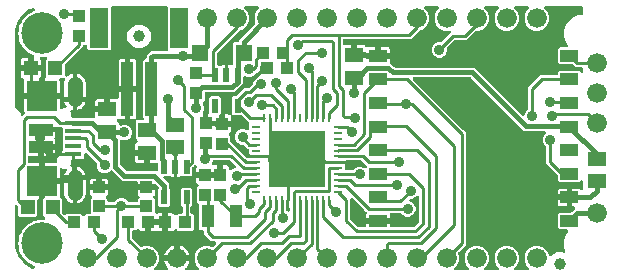
<source format=gbr>
G04 EAGLE Gerber RS-274X export*
G75*
%MOMM*%
%FSLAX34Y34*%
%LPD*%
%INTop Copper*%
%IPPOS*%
%AMOC8*
5,1,8,0,0,1.08239X$1,22.5*%
G01*
%ADD10R,1.500000X1.240000*%
%ADD11R,1.000000X1.100000*%
%ADD12R,1.200000X1.200000*%
%ADD13R,1.100000X1.000000*%
%ADD14C,1.000000*%
%ADD15R,1.000000X1.000000*%
%ADD16C,3.516000*%
%ADD17R,2.500000X2.500000*%
%ADD18C,1.308000*%
%ADD19R,1.350000X0.400000*%
%ADD20R,2.000000X1.000000*%
%ADD21R,0.550000X1.200000*%
%ADD22R,1.400000X1.400000*%
%ADD23C,1.676400*%
%ADD24R,1.000000X4.600000*%
%ADD25R,1.600000X3.400000*%
%ADD26R,0.250000X0.750000*%
%ADD27R,0.750000X0.250000*%
%ADD28R,4.700000X4.700000*%
%ADD29R,1.100000X1.900000*%
%ADD30R,1.500000X1.000000*%
%ADD31C,0.254000*%
%ADD32C,0.906400*%
%ADD33C,0.406400*%

G36*
X386204Y2558D02*
X386204Y2558D01*
X386343Y2571D01*
X386362Y2578D01*
X386382Y2581D01*
X386511Y2632D01*
X386642Y2679D01*
X386659Y2690D01*
X386678Y2698D01*
X386790Y2779D01*
X386905Y2857D01*
X386919Y2873D01*
X386935Y2884D01*
X387024Y2992D01*
X387116Y3096D01*
X387125Y3114D01*
X387138Y3129D01*
X387197Y3255D01*
X387260Y3379D01*
X387265Y3399D01*
X387273Y3417D01*
X387299Y3553D01*
X387330Y3689D01*
X387329Y3710D01*
X387333Y3729D01*
X387324Y3868D01*
X387320Y4007D01*
X387315Y4027D01*
X387313Y4047D01*
X387271Y4179D01*
X387232Y4313D01*
X387222Y4330D01*
X387215Y4349D01*
X387141Y4467D01*
X387070Y4587D01*
X387052Y4608D01*
X387045Y4618D01*
X387030Y4632D01*
X386964Y4707D01*
X384871Y6801D01*
X383285Y10628D01*
X383285Y14772D01*
X384871Y18599D01*
X387801Y21529D01*
X391628Y23115D01*
X395772Y23115D01*
X399599Y21529D01*
X402529Y18599D01*
X404115Y14772D01*
X404115Y10628D01*
X402529Y6801D01*
X400436Y4707D01*
X400351Y4598D01*
X400262Y4491D01*
X400254Y4472D01*
X400241Y4456D01*
X400186Y4328D01*
X400127Y4203D01*
X400123Y4183D01*
X400115Y4164D01*
X400093Y4026D01*
X400067Y3890D01*
X400068Y3870D01*
X400065Y3850D01*
X400078Y3711D01*
X400087Y3573D01*
X400093Y3554D01*
X400095Y3534D01*
X400142Y3402D01*
X400185Y3271D01*
X400196Y3253D01*
X400202Y3234D01*
X400280Y3119D01*
X400355Y3002D01*
X400370Y2988D01*
X400381Y2971D01*
X400485Y2879D01*
X400586Y2784D01*
X400604Y2774D01*
X400619Y2761D01*
X400744Y2697D01*
X400865Y2630D01*
X400885Y2625D01*
X400903Y2616D01*
X401038Y2586D01*
X401173Y2551D01*
X401201Y2549D01*
X401213Y2546D01*
X401233Y2547D01*
X401334Y2541D01*
X411466Y2541D01*
X411604Y2558D01*
X411743Y2571D01*
X411762Y2578D01*
X411782Y2581D01*
X411911Y2632D01*
X412042Y2679D01*
X412059Y2690D01*
X412078Y2698D01*
X412190Y2779D01*
X412305Y2857D01*
X412319Y2873D01*
X412335Y2884D01*
X412424Y2992D01*
X412516Y3096D01*
X412525Y3114D01*
X412538Y3129D01*
X412597Y3255D01*
X412660Y3379D01*
X412665Y3399D01*
X412673Y3417D01*
X412699Y3553D01*
X412730Y3689D01*
X412729Y3710D01*
X412733Y3729D01*
X412724Y3868D01*
X412720Y4007D01*
X412715Y4027D01*
X412713Y4047D01*
X412671Y4179D01*
X412632Y4313D01*
X412622Y4330D01*
X412615Y4349D01*
X412541Y4467D01*
X412470Y4587D01*
X412452Y4608D01*
X412445Y4618D01*
X412430Y4632D01*
X412364Y4707D01*
X410271Y6801D01*
X408685Y10628D01*
X408685Y14772D01*
X410271Y18599D01*
X413201Y21529D01*
X417028Y23115D01*
X421172Y23115D01*
X424999Y21529D01*
X427929Y18599D01*
X429515Y14772D01*
X429515Y10628D01*
X427929Y6801D01*
X425836Y4707D01*
X425751Y4598D01*
X425662Y4491D01*
X425654Y4472D01*
X425641Y4456D01*
X425586Y4328D01*
X425527Y4203D01*
X425523Y4183D01*
X425515Y4164D01*
X425493Y4026D01*
X425467Y3890D01*
X425468Y3870D01*
X425465Y3850D01*
X425478Y3711D01*
X425487Y3573D01*
X425493Y3554D01*
X425495Y3534D01*
X425542Y3402D01*
X425585Y3271D01*
X425596Y3253D01*
X425602Y3234D01*
X425680Y3119D01*
X425755Y3002D01*
X425770Y2988D01*
X425781Y2971D01*
X425885Y2879D01*
X425986Y2784D01*
X426004Y2774D01*
X426019Y2761D01*
X426144Y2697D01*
X426265Y2630D01*
X426285Y2625D01*
X426303Y2616D01*
X426438Y2586D01*
X426573Y2551D01*
X426601Y2549D01*
X426613Y2546D01*
X426633Y2547D01*
X426734Y2541D01*
X436866Y2541D01*
X437004Y2558D01*
X437143Y2571D01*
X437162Y2578D01*
X437182Y2581D01*
X437311Y2632D01*
X437442Y2679D01*
X437459Y2690D01*
X437478Y2698D01*
X437590Y2779D01*
X437705Y2857D01*
X437719Y2873D01*
X437735Y2884D01*
X437824Y2992D01*
X437916Y3096D01*
X437925Y3114D01*
X437938Y3129D01*
X437997Y3255D01*
X438060Y3379D01*
X438065Y3399D01*
X438073Y3417D01*
X438099Y3553D01*
X438130Y3689D01*
X438129Y3710D01*
X438133Y3729D01*
X438124Y3868D01*
X438120Y4007D01*
X438115Y4027D01*
X438113Y4047D01*
X438071Y4179D01*
X438032Y4313D01*
X438022Y4330D01*
X438015Y4349D01*
X437941Y4467D01*
X437870Y4587D01*
X437852Y4608D01*
X437845Y4618D01*
X437830Y4632D01*
X437764Y4707D01*
X435671Y6801D01*
X434085Y10628D01*
X434085Y14772D01*
X435671Y18599D01*
X438601Y21529D01*
X442428Y23115D01*
X446572Y23115D01*
X450399Y21529D01*
X453329Y18599D01*
X454626Y15470D01*
X454647Y15432D01*
X454661Y15392D01*
X454725Y15295D01*
X454783Y15193D01*
X454813Y15163D01*
X454837Y15127D01*
X454923Y15049D01*
X455004Y14965D01*
X455041Y14942D01*
X455073Y14914D01*
X455176Y14860D01*
X455276Y14799D01*
X455317Y14786D01*
X455355Y14766D01*
X455468Y14739D01*
X455579Y14705D01*
X455622Y14703D01*
X455664Y14693D01*
X455781Y14696D01*
X455897Y14690D01*
X455939Y14699D01*
X455982Y14700D01*
X456094Y14731D01*
X456209Y14754D01*
X456247Y14773D01*
X456289Y14785D01*
X456433Y14856D01*
X461342Y17691D01*
X466702Y17691D01*
X466874Y17591D01*
X466932Y17567D01*
X466986Y17534D01*
X467079Y17505D01*
X467167Y17468D01*
X467230Y17459D01*
X467290Y17440D01*
X467387Y17435D01*
X467482Y17421D01*
X467545Y17428D01*
X467608Y17425D01*
X467702Y17444D01*
X467798Y17454D01*
X467857Y17476D01*
X467919Y17489D01*
X468006Y17532D01*
X468097Y17565D01*
X468148Y17601D01*
X468205Y17629D01*
X468279Y17692D01*
X468358Y17746D01*
X468399Y17794D01*
X468447Y17835D01*
X468503Y17914D01*
X468566Y17987D01*
X468594Y18044D01*
X468630Y18095D01*
X468664Y18186D01*
X468707Y18272D01*
X468720Y18334D01*
X468743Y18393D01*
X468754Y18489D01*
X468774Y18583D01*
X468771Y18646D01*
X468778Y18709D01*
X468765Y18804D01*
X468761Y18901D01*
X468743Y18961D01*
X468734Y19024D01*
X468682Y19176D01*
X467359Y22368D01*
X467359Y28432D01*
X469680Y34033D01*
X470747Y35101D01*
X470832Y35210D01*
X470921Y35317D01*
X470929Y35336D01*
X470942Y35352D01*
X470997Y35479D01*
X471056Y35605D01*
X471060Y35625D01*
X471068Y35644D01*
X471090Y35782D01*
X471116Y35918D01*
X471115Y35938D01*
X471118Y35958D01*
X471105Y36097D01*
X471096Y36235D01*
X471090Y36254D01*
X471088Y36274D01*
X471041Y36406D01*
X470998Y36537D01*
X470987Y36555D01*
X470981Y36574D01*
X470903Y36689D01*
X470828Y36806D01*
X470813Y36820D01*
X470802Y36837D01*
X470698Y36929D01*
X470597Y37024D01*
X470579Y37034D01*
X470564Y37047D01*
X470440Y37110D01*
X470318Y37178D01*
X470298Y37183D01*
X470280Y37192D01*
X470145Y37222D01*
X470010Y37257D01*
X469982Y37259D01*
X469970Y37262D01*
X469950Y37261D01*
X469849Y37267D01*
X463818Y37267D01*
X462627Y38458D01*
X462627Y50142D01*
X463818Y51333D01*
X472919Y51333D01*
X473017Y51345D01*
X473116Y51348D01*
X473174Y51365D01*
X473234Y51373D01*
X473326Y51409D01*
X473421Y51437D01*
X473474Y51467D01*
X473530Y51490D01*
X473610Y51548D01*
X473695Y51598D01*
X473771Y51664D01*
X473787Y51676D01*
X473795Y51686D01*
X473816Y51704D01*
X474224Y52112D01*
X476704Y54593D01*
X476789Y54702D01*
X476878Y54809D01*
X476887Y54828D01*
X476899Y54844D01*
X476955Y54972D01*
X477014Y55097D01*
X477017Y55117D01*
X477025Y55136D01*
X477047Y55274D01*
X477073Y55410D01*
X477072Y55430D01*
X477075Y55450D01*
X477062Y55589D01*
X477054Y55727D01*
X477047Y55746D01*
X477045Y55766D01*
X476998Y55898D01*
X476956Y56029D01*
X476945Y56047D01*
X476938Y56066D01*
X476860Y56181D01*
X476785Y56298D01*
X476771Y56312D01*
X476759Y56329D01*
X476655Y56421D01*
X476554Y56516D01*
X476536Y56526D01*
X476521Y56539D01*
X476397Y56603D01*
X476275Y56670D01*
X476256Y56675D01*
X476238Y56684D01*
X476102Y56714D01*
X475967Y56749D01*
X475939Y56751D01*
X475927Y56754D01*
X475907Y56753D01*
X475807Y56759D01*
X474659Y56759D01*
X474659Y63070D01*
X474644Y63188D01*
X474637Y63307D01*
X474624Y63345D01*
X474619Y63385D01*
X474576Y63496D01*
X474539Y63609D01*
X474517Y63643D01*
X474502Y63681D01*
X474433Y63777D01*
X474369Y63878D01*
X474339Y63906D01*
X474316Y63938D01*
X474224Y64014D01*
X474137Y64096D01*
X474102Y64115D01*
X474071Y64141D01*
X473963Y64192D01*
X473859Y64249D01*
X473819Y64259D01*
X473783Y64277D01*
X473676Y64297D01*
X473706Y64301D01*
X473816Y64345D01*
X473929Y64381D01*
X473964Y64403D01*
X474001Y64418D01*
X474097Y64488D01*
X474198Y64551D01*
X474226Y64581D01*
X474259Y64605D01*
X474335Y64696D01*
X474416Y64783D01*
X474436Y64818D01*
X474461Y64850D01*
X474512Y64957D01*
X474570Y65062D01*
X474580Y65101D01*
X474597Y65137D01*
X474619Y65254D01*
X474649Y65370D01*
X474653Y65430D01*
X474657Y65450D01*
X474655Y65470D01*
X474659Y65530D01*
X474659Y71841D01*
X479994Y71841D01*
X480641Y71668D01*
X481220Y71333D01*
X481703Y70851D01*
X481812Y70765D01*
X481919Y70677D01*
X481938Y70668D01*
X481954Y70656D01*
X482082Y70600D01*
X482207Y70541D01*
X482227Y70537D01*
X482246Y70529D01*
X482384Y70507D01*
X482520Y70481D01*
X482540Y70483D01*
X482560Y70479D01*
X482699Y70493D01*
X482837Y70501D01*
X482856Y70507D01*
X482876Y70509D01*
X483008Y70556D01*
X483139Y70599D01*
X483157Y70610D01*
X483176Y70617D01*
X483291Y70695D01*
X483408Y70769D01*
X483422Y70784D01*
X483439Y70795D01*
X483531Y70900D01*
X483626Y71001D01*
X483636Y71019D01*
X483649Y71034D01*
X483713Y71158D01*
X483780Y71279D01*
X483785Y71299D01*
X483794Y71317D01*
X483824Y71453D01*
X483859Y71587D01*
X483861Y71615D01*
X483864Y71627D01*
X483863Y71648D01*
X483869Y71748D01*
X483869Y77570D01*
X483852Y77708D01*
X483839Y77847D01*
X483832Y77866D01*
X483829Y77886D01*
X483778Y78015D01*
X483731Y78146D01*
X483720Y78163D01*
X483712Y78182D01*
X483631Y78294D01*
X483553Y78409D01*
X483537Y78422D01*
X483526Y78439D01*
X483418Y78528D01*
X483314Y78620D01*
X483296Y78629D01*
X483281Y78642D01*
X483155Y78701D01*
X483031Y78764D01*
X483011Y78769D01*
X482993Y78777D01*
X482857Y78803D01*
X482721Y78834D01*
X482700Y78833D01*
X482681Y78837D01*
X482542Y78828D01*
X482403Y78824D01*
X482383Y78818D01*
X482363Y78817D01*
X482231Y78774D01*
X482097Y78736D01*
X482080Y78725D01*
X482061Y78719D01*
X481943Y78645D01*
X481823Y78574D01*
X481802Y78556D01*
X481792Y78549D01*
X481778Y78534D01*
X481703Y78468D01*
X480502Y77267D01*
X463818Y77267D01*
X462627Y78458D01*
X462627Y82086D01*
X462615Y82184D01*
X462612Y82283D01*
X462595Y82342D01*
X462587Y82402D01*
X462551Y82494D01*
X462523Y82589D01*
X462493Y82641D01*
X462470Y82697D01*
X462412Y82778D01*
X462362Y82863D01*
X462296Y82938D01*
X462284Y82955D01*
X462274Y82963D01*
X462256Y82984D01*
X452627Y92612D01*
X452627Y106523D01*
X452615Y106621D01*
X452612Y106720D01*
X452595Y106778D01*
X452587Y106839D01*
X452551Y106931D01*
X452523Y107026D01*
X452493Y107078D01*
X452470Y107134D01*
X452412Y107214D01*
X452362Y107300D01*
X452296Y107375D01*
X452284Y107392D01*
X452274Y107399D01*
X452256Y107421D01*
X450365Y109311D01*
X449365Y111724D01*
X449365Y114336D01*
X450365Y116749D01*
X451845Y118229D01*
X451930Y118338D01*
X452018Y118445D01*
X452027Y118464D01*
X452040Y118480D01*
X452095Y118608D01*
X452154Y118733D01*
X452158Y118753D01*
X452166Y118772D01*
X452188Y118910D01*
X452214Y119046D01*
X452213Y119066D01*
X452216Y119086D01*
X452203Y119225D01*
X452194Y119363D01*
X452188Y119382D01*
X452186Y119402D01*
X452139Y119534D01*
X452096Y119665D01*
X452085Y119683D01*
X452078Y119702D01*
X452000Y119817D01*
X451926Y119934D01*
X451911Y119948D01*
X451900Y119965D01*
X451795Y120057D01*
X451694Y120152D01*
X451677Y120162D01*
X451661Y120175D01*
X451537Y120239D01*
X451416Y120306D01*
X451396Y120311D01*
X451378Y120320D01*
X451242Y120350D01*
X451108Y120385D01*
X451080Y120387D01*
X451068Y120390D01*
X451047Y120389D01*
X450947Y120395D01*
X433926Y120395D01*
X388578Y165744D01*
X388500Y165804D01*
X388428Y165872D01*
X388375Y165901D01*
X388327Y165938D01*
X388236Y165978D01*
X388149Y166026D01*
X388091Y166041D01*
X388035Y166065D01*
X387937Y166080D01*
X387841Y166105D01*
X387741Y166111D01*
X387721Y166115D01*
X387709Y166113D01*
X387681Y166115D01*
X340730Y166115D01*
X340592Y166098D01*
X340453Y166085D01*
X340434Y166078D01*
X340414Y166075D01*
X340285Y166024D01*
X340154Y165977D01*
X340137Y165966D01*
X340119Y165958D01*
X340006Y165877D01*
X339891Y165799D01*
X339878Y165783D01*
X339861Y165772D01*
X339773Y165664D01*
X339680Y165560D01*
X339671Y165542D01*
X339658Y165527D01*
X339599Y165401D01*
X339536Y165277D01*
X339531Y165257D01*
X339523Y165239D01*
X339497Y165103D01*
X339466Y164967D01*
X339467Y164946D01*
X339463Y164927D01*
X339472Y164788D01*
X339476Y164649D01*
X339482Y164629D01*
X339483Y164609D01*
X339526Y164477D01*
X339564Y164343D01*
X339575Y164326D01*
X339581Y164307D01*
X339655Y164189D01*
X339726Y164069D01*
X339744Y164048D01*
X339751Y164038D01*
X339766Y164024D01*
X339832Y163949D01*
X381996Y121784D01*
X384303Y119478D01*
X384303Y24032D01*
X378239Y17968D01*
X378221Y17945D01*
X378198Y17926D01*
X378124Y17820D01*
X378044Y17717D01*
X378032Y17690D01*
X378015Y17666D01*
X377969Y17544D01*
X377918Y17425D01*
X377913Y17396D01*
X377902Y17368D01*
X377888Y17239D01*
X377868Y17111D01*
X377870Y17081D01*
X377867Y17052D01*
X377885Y16924D01*
X377897Y16794D01*
X377907Y16766D01*
X377912Y16737D01*
X377964Y16585D01*
X378715Y14772D01*
X378715Y10628D01*
X377129Y6801D01*
X375036Y4707D01*
X374951Y4598D01*
X374862Y4491D01*
X374854Y4472D01*
X374841Y4456D01*
X374786Y4328D01*
X374727Y4203D01*
X374723Y4183D01*
X374715Y4164D01*
X374693Y4026D01*
X374667Y3890D01*
X374668Y3870D01*
X374665Y3850D01*
X374678Y3711D01*
X374687Y3573D01*
X374693Y3554D01*
X374695Y3534D01*
X374742Y3402D01*
X374785Y3271D01*
X374796Y3253D01*
X374802Y3234D01*
X374880Y3119D01*
X374955Y3002D01*
X374970Y2988D01*
X374981Y2971D01*
X375085Y2879D01*
X375186Y2784D01*
X375204Y2774D01*
X375219Y2761D01*
X375344Y2697D01*
X375465Y2630D01*
X375485Y2625D01*
X375503Y2616D01*
X375638Y2586D01*
X375773Y2551D01*
X375801Y2549D01*
X375813Y2546D01*
X375833Y2547D01*
X375934Y2541D01*
X386066Y2541D01*
X386204Y2558D01*
G37*
G36*
X432955Y133502D02*
X432955Y133502D01*
X433093Y133510D01*
X433112Y133517D01*
X433132Y133519D01*
X433264Y133566D01*
X433395Y133608D01*
X433413Y133619D01*
X433432Y133626D01*
X433547Y133704D01*
X433664Y133779D01*
X433678Y133793D01*
X433695Y133805D01*
X433787Y133909D01*
X433882Y134010D01*
X433892Y134028D01*
X433905Y134043D01*
X433969Y134167D01*
X434036Y134289D01*
X434041Y134308D01*
X434050Y134326D01*
X434080Y134462D01*
X434115Y134597D01*
X434117Y134625D01*
X434120Y134637D01*
X434119Y134642D01*
X435125Y137069D01*
X437016Y138959D01*
X437076Y139038D01*
X437144Y139110D01*
X437173Y139163D01*
X437210Y139211D01*
X437250Y139302D01*
X437298Y139388D01*
X437313Y139447D01*
X437337Y139503D01*
X437352Y139601D01*
X437377Y139696D01*
X437383Y139796D01*
X437387Y139817D01*
X437385Y139829D01*
X437387Y139857D01*
X437387Y157578D01*
X447412Y167603D01*
X461358Y167603D01*
X461476Y167618D01*
X461595Y167625D01*
X461633Y167638D01*
X461674Y167643D01*
X461784Y167686D01*
X461897Y167723D01*
X461932Y167745D01*
X461969Y167760D01*
X462065Y167829D01*
X462166Y167893D01*
X462194Y167923D01*
X462227Y167946D01*
X462303Y168038D01*
X462384Y168125D01*
X462404Y168160D01*
X462429Y168191D01*
X462480Y168299D01*
X462538Y168403D01*
X462548Y168443D01*
X462565Y168479D01*
X462587Y168596D01*
X462617Y168711D01*
X462621Y168771D01*
X462625Y168791D01*
X462623Y168812D01*
X462627Y168872D01*
X462627Y170142D01*
X463818Y171333D01*
X480502Y171333D01*
X481702Y170132D01*
X481812Y170047D01*
X481919Y169958D01*
X481938Y169950D01*
X481954Y169937D01*
X482082Y169882D01*
X482207Y169823D01*
X482227Y169819D01*
X482246Y169811D01*
X482384Y169789D01*
X482519Y169763D01*
X482540Y169764D01*
X482560Y169761D01*
X482699Y169774D01*
X482837Y169783D01*
X482856Y169789D01*
X482876Y169791D01*
X483008Y169838D01*
X483139Y169881D01*
X483157Y169892D01*
X483176Y169898D01*
X483291Y169977D01*
X483408Y170051D01*
X483422Y170066D01*
X483439Y170077D01*
X483531Y170181D01*
X483626Y170283D01*
X483636Y170300D01*
X483649Y170315D01*
X483713Y170440D01*
X483780Y170561D01*
X483785Y170581D01*
X483794Y170599D01*
X483824Y170735D01*
X483859Y170869D01*
X483861Y170897D01*
X483863Y170909D01*
X483863Y170930D01*
X483869Y171030D01*
X483869Y173228D01*
X483854Y173346D01*
X483847Y173465D01*
X483834Y173503D01*
X483829Y173544D01*
X483786Y173654D01*
X483749Y173767D01*
X483727Y173802D01*
X483712Y173839D01*
X483642Y173935D01*
X483579Y174036D01*
X483549Y174064D01*
X483526Y174097D01*
X483434Y174173D01*
X483347Y174254D01*
X483312Y174274D01*
X483281Y174299D01*
X483173Y174350D01*
X483069Y174408D01*
X483029Y174418D01*
X482993Y174435D01*
X482876Y174457D01*
X482761Y174487D01*
X482700Y174491D01*
X482680Y174495D01*
X482660Y174493D01*
X482600Y174497D01*
X477292Y174497D01*
X474894Y176896D01*
X474815Y176956D01*
X474743Y177024D01*
X474690Y177053D01*
X474642Y177090D01*
X474551Y177130D01*
X474465Y177178D01*
X474406Y177193D01*
X474351Y177217D01*
X474253Y177232D01*
X474157Y177257D01*
X474057Y177263D01*
X474036Y177267D01*
X474024Y177265D01*
X473996Y177267D01*
X463818Y177267D01*
X462627Y178458D01*
X462627Y190142D01*
X463818Y191333D01*
X469849Y191333D01*
X469987Y191350D01*
X470126Y191363D01*
X470145Y191370D01*
X470165Y191373D01*
X470294Y191424D01*
X470425Y191471D01*
X470442Y191482D01*
X470461Y191490D01*
X470573Y191571D01*
X470688Y191649D01*
X470702Y191665D01*
X470718Y191676D01*
X470807Y191784D01*
X470899Y191888D01*
X470908Y191906D01*
X470921Y191921D01*
X470980Y192047D01*
X471043Y192171D01*
X471048Y192191D01*
X471056Y192209D01*
X471082Y192346D01*
X471113Y192481D01*
X471112Y192502D01*
X471116Y192521D01*
X471107Y192660D01*
X471103Y192799D01*
X471098Y192819D01*
X471096Y192839D01*
X471054Y192971D01*
X471015Y193105D01*
X471005Y193122D01*
X470998Y193141D01*
X470924Y193259D01*
X470853Y193379D01*
X470835Y193400D01*
X470828Y193410D01*
X470813Y193424D01*
X470747Y193499D01*
X469680Y194567D01*
X467359Y200168D01*
X467359Y206232D01*
X469680Y211833D01*
X473967Y216120D01*
X479568Y218441D01*
X482600Y218441D01*
X482718Y218456D01*
X482837Y218463D01*
X482875Y218476D01*
X482916Y218481D01*
X483026Y218524D01*
X483139Y218561D01*
X483174Y218583D01*
X483211Y218598D01*
X483307Y218667D01*
X483408Y218731D01*
X483436Y218761D01*
X483469Y218784D01*
X483544Y218876D01*
X483626Y218963D01*
X483646Y218998D01*
X483671Y219029D01*
X483722Y219137D01*
X483780Y219241D01*
X483790Y219281D01*
X483807Y219317D01*
X483829Y219434D01*
X483859Y219549D01*
X483863Y219609D01*
X483867Y219629D01*
X483865Y219650D01*
X483869Y219710D01*
X483869Y224790D01*
X483854Y224908D01*
X483847Y225027D01*
X483834Y225065D01*
X483829Y225106D01*
X483786Y225216D01*
X483749Y225329D01*
X483727Y225364D01*
X483712Y225401D01*
X483642Y225497D01*
X483579Y225598D01*
X483549Y225626D01*
X483526Y225659D01*
X483434Y225735D01*
X483347Y225816D01*
X483312Y225836D01*
X483281Y225861D01*
X483173Y225912D01*
X483069Y225970D01*
X483029Y225980D01*
X482993Y225997D01*
X482876Y226019D01*
X482761Y226049D01*
X482700Y226053D01*
X482680Y226057D01*
X482660Y226055D01*
X482600Y226059D01*
X452134Y226059D01*
X451996Y226042D01*
X451857Y226029D01*
X451838Y226022D01*
X451818Y226019D01*
X451689Y225968D01*
X451558Y225921D01*
X451541Y225910D01*
X451522Y225902D01*
X451410Y225821D01*
X451295Y225743D01*
X451281Y225727D01*
X451265Y225716D01*
X451176Y225608D01*
X451084Y225504D01*
X451075Y225486D01*
X451062Y225471D01*
X451003Y225345D01*
X450940Y225221D01*
X450935Y225201D01*
X450927Y225183D01*
X450901Y225047D01*
X450870Y224911D01*
X450871Y224890D01*
X450867Y224871D01*
X450876Y224732D01*
X450880Y224593D01*
X450885Y224573D01*
X450887Y224553D01*
X450929Y224421D01*
X450968Y224287D01*
X450978Y224270D01*
X450985Y224251D01*
X451059Y224133D01*
X451130Y224013D01*
X451148Y223992D01*
X451155Y223982D01*
X451170Y223968D01*
X451236Y223893D01*
X453329Y221799D01*
X454915Y217972D01*
X454915Y213828D01*
X453329Y210001D01*
X450399Y207071D01*
X446572Y205485D01*
X442428Y205485D01*
X438601Y207071D01*
X435671Y210001D01*
X434085Y213828D01*
X434085Y217972D01*
X435671Y221799D01*
X437764Y223893D01*
X437849Y224002D01*
X437938Y224109D01*
X437946Y224128D01*
X437959Y224144D01*
X438014Y224272D01*
X438073Y224397D01*
X438077Y224417D01*
X438085Y224436D01*
X438107Y224574D01*
X438133Y224710D01*
X438132Y224730D01*
X438135Y224750D01*
X438122Y224889D01*
X438113Y225027D01*
X438107Y225046D01*
X438105Y225066D01*
X438058Y225198D01*
X438015Y225329D01*
X438004Y225347D01*
X437998Y225366D01*
X437920Y225481D01*
X437845Y225598D01*
X437830Y225612D01*
X437819Y225629D01*
X437715Y225721D01*
X437614Y225816D01*
X437596Y225826D01*
X437581Y225839D01*
X437456Y225903D01*
X437335Y225970D01*
X437315Y225975D01*
X437297Y225984D01*
X437162Y226014D01*
X437027Y226049D01*
X436999Y226051D01*
X436987Y226054D01*
X436967Y226053D01*
X436866Y226059D01*
X426734Y226059D01*
X426596Y226042D01*
X426457Y226029D01*
X426438Y226022D01*
X426418Y226019D01*
X426289Y225968D01*
X426158Y225921D01*
X426141Y225910D01*
X426122Y225902D01*
X426010Y225821D01*
X425895Y225743D01*
X425881Y225727D01*
X425865Y225716D01*
X425776Y225608D01*
X425684Y225504D01*
X425675Y225486D01*
X425662Y225471D01*
X425603Y225345D01*
X425540Y225221D01*
X425535Y225201D01*
X425527Y225183D01*
X425501Y225047D01*
X425470Y224911D01*
X425471Y224890D01*
X425467Y224871D01*
X425476Y224732D01*
X425480Y224593D01*
X425485Y224573D01*
X425487Y224553D01*
X425529Y224421D01*
X425568Y224287D01*
X425578Y224270D01*
X425585Y224251D01*
X425659Y224133D01*
X425730Y224013D01*
X425748Y223992D01*
X425755Y223982D01*
X425770Y223968D01*
X425836Y223893D01*
X427929Y221799D01*
X429515Y217972D01*
X429515Y213828D01*
X427929Y210001D01*
X424999Y207071D01*
X421172Y205485D01*
X417028Y205485D01*
X413201Y207071D01*
X410271Y210001D01*
X408685Y213828D01*
X408685Y217972D01*
X410271Y221799D01*
X412364Y223893D01*
X412449Y224002D01*
X412538Y224109D01*
X412546Y224128D01*
X412559Y224144D01*
X412614Y224272D01*
X412673Y224397D01*
X412677Y224417D01*
X412685Y224436D01*
X412707Y224574D01*
X412733Y224710D01*
X412732Y224730D01*
X412735Y224750D01*
X412722Y224889D01*
X412713Y225027D01*
X412707Y225046D01*
X412705Y225066D01*
X412658Y225198D01*
X412615Y225329D01*
X412604Y225347D01*
X412598Y225366D01*
X412520Y225481D01*
X412445Y225598D01*
X412430Y225612D01*
X412419Y225629D01*
X412315Y225721D01*
X412214Y225816D01*
X412196Y225826D01*
X412181Y225839D01*
X412056Y225903D01*
X411935Y225970D01*
X411915Y225975D01*
X411897Y225984D01*
X411762Y226014D01*
X411627Y226049D01*
X411599Y226051D01*
X411587Y226054D01*
X411567Y226053D01*
X411466Y226059D01*
X401334Y226059D01*
X401196Y226042D01*
X401057Y226029D01*
X401038Y226022D01*
X401018Y226019D01*
X400889Y225968D01*
X400758Y225921D01*
X400741Y225910D01*
X400722Y225902D01*
X400610Y225821D01*
X400495Y225743D01*
X400481Y225727D01*
X400465Y225716D01*
X400376Y225608D01*
X400284Y225504D01*
X400275Y225486D01*
X400262Y225471D01*
X400203Y225345D01*
X400140Y225221D01*
X400135Y225201D01*
X400127Y225183D01*
X400101Y225047D01*
X400070Y224911D01*
X400071Y224890D01*
X400067Y224871D01*
X400076Y224732D01*
X400080Y224593D01*
X400085Y224573D01*
X400087Y224553D01*
X400129Y224421D01*
X400168Y224287D01*
X400178Y224270D01*
X400185Y224251D01*
X400259Y224133D01*
X400330Y224013D01*
X400348Y223992D01*
X400355Y223982D01*
X400370Y223968D01*
X400436Y223893D01*
X402529Y221799D01*
X404115Y217972D01*
X404115Y213828D01*
X402529Y210001D01*
X399599Y207071D01*
X395772Y205485D01*
X393562Y205485D01*
X393464Y205473D01*
X393365Y205470D01*
X393306Y205453D01*
X393246Y205445D01*
X393154Y205409D01*
X393059Y205381D01*
X393007Y205351D01*
X392951Y205328D01*
X392870Y205270D01*
X392785Y205220D01*
X392710Y205154D01*
X392693Y205142D01*
X392685Y205132D01*
X392664Y205114D01*
X384908Y197357D01*
X375274Y197357D01*
X375176Y197345D01*
X375077Y197342D01*
X375018Y197325D01*
X374958Y197317D01*
X374866Y197281D01*
X374771Y197253D01*
X374719Y197223D01*
X374663Y197200D01*
X374583Y197142D01*
X374497Y197092D01*
X374422Y197026D01*
X374405Y197014D01*
X374397Y197004D01*
X374376Y196986D01*
X368886Y191496D01*
X368826Y191417D01*
X368758Y191345D01*
X368729Y191292D01*
X368692Y191244D01*
X368652Y191153D01*
X368604Y191067D01*
X368589Y191008D01*
X368565Y190953D01*
X368550Y190855D01*
X368525Y190759D01*
X368519Y190659D01*
X368515Y190638D01*
X368517Y190626D01*
X368515Y190598D01*
X368515Y187924D01*
X367515Y185511D01*
X365669Y183665D01*
X363256Y182665D01*
X360644Y182665D01*
X358231Y183665D01*
X356385Y185511D01*
X355385Y187924D01*
X355385Y190536D01*
X356385Y192949D01*
X358231Y194795D01*
X360644Y195795D01*
X363318Y195795D01*
X363416Y195807D01*
X363515Y195810D01*
X363574Y195827D01*
X363634Y195835D01*
X363726Y195871D01*
X363821Y195899D01*
X363873Y195929D01*
X363929Y195952D01*
X364009Y196010D01*
X364095Y196060D01*
X364170Y196126D01*
X364187Y196138D01*
X364195Y196148D01*
X364216Y196166D01*
X369706Y201656D01*
X371368Y203319D01*
X371453Y203428D01*
X371542Y203535D01*
X371550Y203554D01*
X371563Y203570D01*
X371618Y203698D01*
X371677Y203823D01*
X371681Y203843D01*
X371689Y203862D01*
X371711Y204000D01*
X371737Y204136D01*
X371736Y204156D01*
X371739Y204176D01*
X371726Y204314D01*
X371717Y204453D01*
X371711Y204472D01*
X371709Y204492D01*
X371662Y204624D01*
X371619Y204755D01*
X371608Y204773D01*
X371601Y204792D01*
X371523Y204907D01*
X371449Y205024D01*
X371434Y205038D01*
X371423Y205055D01*
X371319Y205147D01*
X371217Y205242D01*
X371200Y205252D01*
X371184Y205265D01*
X371060Y205329D01*
X370939Y205396D01*
X370919Y205401D01*
X370901Y205410D01*
X370765Y205440D01*
X370631Y205475D01*
X370603Y205477D01*
X370591Y205480D01*
X370570Y205479D01*
X370470Y205485D01*
X366228Y205485D01*
X362401Y207071D01*
X359471Y210001D01*
X357885Y213828D01*
X357885Y217972D01*
X359471Y221799D01*
X361564Y223893D01*
X361649Y224002D01*
X361738Y224109D01*
X361746Y224128D01*
X361759Y224144D01*
X361814Y224272D01*
X361873Y224397D01*
X361877Y224417D01*
X361885Y224436D01*
X361907Y224574D01*
X361933Y224710D01*
X361932Y224730D01*
X361935Y224750D01*
X361922Y224889D01*
X361913Y225027D01*
X361907Y225046D01*
X361905Y225066D01*
X361858Y225198D01*
X361815Y225329D01*
X361804Y225347D01*
X361798Y225366D01*
X361720Y225481D01*
X361645Y225598D01*
X361630Y225612D01*
X361619Y225629D01*
X361515Y225721D01*
X361414Y225816D01*
X361396Y225826D01*
X361381Y225839D01*
X361256Y225903D01*
X361135Y225970D01*
X361115Y225975D01*
X361097Y225984D01*
X360962Y226014D01*
X360827Y226049D01*
X360799Y226051D01*
X360787Y226054D01*
X360767Y226053D01*
X360666Y226059D01*
X350534Y226059D01*
X350396Y226042D01*
X350257Y226029D01*
X350238Y226022D01*
X350218Y226019D01*
X350089Y225968D01*
X349958Y225921D01*
X349941Y225910D01*
X349922Y225902D01*
X349810Y225821D01*
X349695Y225743D01*
X349681Y225727D01*
X349665Y225716D01*
X349576Y225608D01*
X349484Y225504D01*
X349475Y225486D01*
X349462Y225471D01*
X349403Y225345D01*
X349340Y225221D01*
X349335Y225201D01*
X349327Y225183D01*
X349301Y225047D01*
X349270Y224911D01*
X349271Y224890D01*
X349267Y224871D01*
X349276Y224732D01*
X349280Y224593D01*
X349285Y224573D01*
X349287Y224553D01*
X349329Y224421D01*
X349368Y224287D01*
X349378Y224270D01*
X349385Y224251D01*
X349459Y224133D01*
X349530Y224013D01*
X349548Y223992D01*
X349555Y223982D01*
X349570Y223968D01*
X349636Y223893D01*
X351729Y221799D01*
X353315Y217972D01*
X353315Y213828D01*
X351729Y210001D01*
X348799Y207071D01*
X344871Y205444D01*
X344863Y205439D01*
X344854Y205436D01*
X344725Y205360D01*
X344595Y205286D01*
X344588Y205280D01*
X344580Y205275D01*
X344459Y205168D01*
X337918Y198627D01*
X281432Y198627D01*
X281314Y198612D01*
X281195Y198605D01*
X281157Y198592D01*
X281116Y198587D01*
X281006Y198544D01*
X280893Y198507D01*
X280858Y198485D01*
X280821Y198470D01*
X280725Y198401D01*
X280624Y198337D01*
X280596Y198307D01*
X280563Y198284D01*
X280487Y198192D01*
X280406Y198105D01*
X280386Y198070D01*
X280361Y198039D01*
X280310Y197931D01*
X280252Y197827D01*
X280242Y197787D01*
X280225Y197751D01*
X280203Y197634D01*
X280173Y197519D01*
X280169Y197459D01*
X280165Y197439D01*
X280167Y197418D01*
X280163Y197358D01*
X280163Y194736D01*
X280178Y194611D01*
X280188Y194486D01*
X280198Y194454D01*
X280203Y194421D01*
X280249Y194304D01*
X280289Y194185D01*
X280307Y194156D01*
X280320Y194125D01*
X280393Y194023D01*
X280462Y193918D01*
X280487Y193895D01*
X280506Y193868D01*
X280603Y193787D01*
X280696Y193702D01*
X280725Y193686D01*
X280751Y193665D01*
X280865Y193611D01*
X280976Y193552D01*
X281009Y193544D01*
X281039Y193529D01*
X281162Y193506D01*
X281285Y193475D01*
X281318Y193476D01*
X281351Y193469D01*
X281477Y193477D01*
X281603Y193478D01*
X281651Y193488D01*
X281669Y193489D01*
X281689Y193496D01*
X281714Y193501D01*
X287021Y193501D01*
X287021Y186030D01*
X287036Y185912D01*
X287043Y185793D01*
X287056Y185755D01*
X287061Y185715D01*
X287104Y185604D01*
X287141Y185491D01*
X287163Y185456D01*
X287178Y185419D01*
X287248Y185323D01*
X287311Y185222D01*
X287341Y185194D01*
X287365Y185162D01*
X287456Y185086D01*
X287543Y185004D01*
X287578Y184985D01*
X287609Y184959D01*
X287717Y184908D01*
X287821Y184851D01*
X287861Y184840D01*
X287897Y184823D01*
X288014Y184801D01*
X288129Y184771D01*
X288190Y184767D01*
X288210Y184763D01*
X288230Y184765D01*
X288290Y184761D01*
X289561Y184761D01*
X289561Y183490D01*
X289576Y183372D01*
X289583Y183253D01*
X289596Y183215D01*
X289601Y183175D01*
X289645Y183064D01*
X289681Y182951D01*
X289703Y182916D01*
X289718Y182879D01*
X289788Y182782D01*
X289851Y182682D01*
X289881Y182654D01*
X289905Y182621D01*
X289996Y182546D01*
X290083Y182464D01*
X290118Y182444D01*
X290150Y182419D01*
X290257Y182368D01*
X290361Y182310D01*
X290401Y182300D01*
X290437Y182283D01*
X290554Y182261D01*
X290669Y182231D01*
X290730Y182227D01*
X290750Y182223D01*
X290770Y182225D01*
X290830Y182221D01*
X299930Y182221D01*
X299944Y182201D01*
X300036Y182125D01*
X300123Y182044D01*
X300158Y182024D01*
X300189Y181999D01*
X300297Y181948D01*
X300401Y181890D01*
X300441Y181880D01*
X300477Y181863D01*
X300594Y181841D01*
X300709Y181811D01*
X300769Y181807D01*
X300789Y181803D01*
X300810Y181805D01*
X300870Y181801D01*
X308930Y181801D01*
X309048Y181816D01*
X309167Y181823D01*
X309205Y181835D01*
X309245Y181841D01*
X309356Y181884D01*
X309469Y181921D01*
X309503Y181943D01*
X309541Y181958D01*
X309637Y182027D01*
X309738Y182091D01*
X309766Y182121D01*
X309798Y182144D01*
X309874Y182236D01*
X309956Y182323D01*
X309975Y182358D01*
X310001Y182389D01*
X310052Y182497D01*
X310109Y182601D01*
X310119Y182641D01*
X310137Y182677D01*
X310157Y182784D01*
X310161Y182754D01*
X310205Y182644D01*
X310241Y182531D01*
X310263Y182496D01*
X310278Y182459D01*
X310348Y182362D01*
X310411Y182262D01*
X310441Y182234D01*
X310465Y182201D01*
X310556Y182125D01*
X310643Y182044D01*
X310678Y182024D01*
X310710Y181999D01*
X310817Y181948D01*
X310922Y181890D01*
X310961Y181880D01*
X310997Y181863D01*
X311114Y181841D01*
X311230Y181811D01*
X311290Y181807D01*
X311310Y181803D01*
X311330Y181805D01*
X311390Y181801D01*
X320201Y181801D01*
X320201Y178833D01*
X320213Y178735D01*
X320216Y178636D01*
X320233Y178578D01*
X320241Y178518D01*
X320277Y178426D01*
X320305Y178331D01*
X320335Y178279D01*
X320358Y178222D01*
X320416Y178142D01*
X320466Y178057D01*
X320532Y177981D01*
X320544Y177965D01*
X320554Y177957D01*
X320572Y177936D01*
X323892Y174616D01*
X323970Y174556D01*
X324042Y174488D01*
X324095Y174459D01*
X324143Y174422D01*
X324234Y174382D01*
X324321Y174334D01*
X324379Y174319D01*
X324435Y174295D01*
X324533Y174280D01*
X324629Y174255D01*
X324729Y174249D01*
X324749Y174245D01*
X324761Y174247D01*
X324789Y174245D01*
X391574Y174245D01*
X431959Y133860D01*
X432068Y133775D01*
X432175Y133686D01*
X432194Y133677D01*
X432210Y133665D01*
X432338Y133609D01*
X432463Y133550D01*
X432483Y133547D01*
X432502Y133539D01*
X432640Y133517D01*
X432776Y133491D01*
X432796Y133492D01*
X432816Y133489D01*
X432955Y133502D01*
G37*
G36*
X122976Y86610D02*
X122976Y86610D01*
X123115Y86618D01*
X123134Y86624D01*
X123153Y86626D01*
X123285Y86673D01*
X123417Y86716D01*
X123434Y86727D01*
X123453Y86734D01*
X123568Y86812D01*
X123686Y86887D01*
X123700Y86901D01*
X123716Y86912D01*
X123809Y87017D01*
X123904Y87118D01*
X123914Y87135D01*
X123927Y87150D01*
X123991Y87275D01*
X124058Y87397D01*
X124062Y87416D01*
X124072Y87433D01*
X124102Y87570D01*
X124137Y87705D01*
X124139Y87732D01*
X124141Y87744D01*
X124141Y87764D01*
X124147Y87865D01*
X124147Y92404D01*
X124132Y92529D01*
X124122Y92655D01*
X124112Y92687D01*
X124107Y92720D01*
X124061Y92837D01*
X124021Y92956D01*
X124003Y92984D01*
X123990Y93016D01*
X123917Y93117D01*
X123848Y93223D01*
X123823Y93246D01*
X123804Y93273D01*
X123707Y93353D01*
X123614Y93438D01*
X123585Y93454D01*
X123559Y93476D01*
X123445Y93529D01*
X123334Y93589D01*
X123301Y93597D01*
X123271Y93611D01*
X123148Y93635D01*
X123025Y93665D01*
X122992Y93665D01*
X122959Y93671D01*
X122833Y93663D01*
X122707Y93662D01*
X122659Y93653D01*
X122641Y93651D01*
X122621Y93645D01*
X122549Y93630D01*
X122134Y93519D01*
X116839Y93519D01*
X116839Y100990D01*
X116824Y101108D01*
X116817Y101227D01*
X116804Y101265D01*
X116799Y101305D01*
X116755Y101416D01*
X116719Y101529D01*
X116697Y101564D01*
X116682Y101601D01*
X116612Y101697D01*
X116549Y101798D01*
X116519Y101826D01*
X116495Y101858D01*
X116404Y101934D01*
X116317Y102016D01*
X116282Y102035D01*
X116250Y102061D01*
X116143Y102112D01*
X116039Y102169D01*
X115999Y102180D01*
X115963Y102197D01*
X115846Y102219D01*
X115731Y102249D01*
X115670Y102253D01*
X115650Y102257D01*
X115630Y102255D01*
X115570Y102259D01*
X114299Y102259D01*
X114299Y103530D01*
X114284Y103648D01*
X114277Y103767D01*
X114264Y103805D01*
X114259Y103845D01*
X114215Y103956D01*
X114179Y104069D01*
X114157Y104104D01*
X114142Y104141D01*
X114072Y104237D01*
X114009Y104338D01*
X113979Y104366D01*
X113955Y104398D01*
X113864Y104474D01*
X113777Y104556D01*
X113742Y104575D01*
X113710Y104601D01*
X113603Y104652D01*
X113499Y104709D01*
X113459Y104720D01*
X113423Y104737D01*
X113306Y104759D01*
X113191Y104789D01*
X113130Y104793D01*
X113110Y104797D01*
X113090Y104795D01*
X113030Y104799D01*
X104259Y104799D01*
X104259Y108794D01*
X104432Y109441D01*
X104767Y110020D01*
X105240Y110493D01*
X105869Y110856D01*
X105969Y110932D01*
X106073Y111003D01*
X106096Y111028D01*
X106123Y111049D01*
X106201Y111147D01*
X106284Y111241D01*
X106299Y111271D01*
X106320Y111298D01*
X106371Y111413D01*
X106429Y111525D01*
X106436Y111558D01*
X106450Y111588D01*
X106471Y111713D01*
X106498Y111835D01*
X106497Y111869D01*
X106503Y111902D01*
X106492Y112027D01*
X106489Y112153D01*
X106479Y112185D01*
X106476Y112219D01*
X106435Y112338D01*
X106400Y112458D01*
X106383Y112487D01*
X106372Y112519D01*
X106302Y112624D01*
X106239Y112732D01*
X106206Y112769D01*
X106196Y112784D01*
X106180Y112799D01*
X106132Y112853D01*
X104767Y114218D01*
X104767Y128302D01*
X104962Y128497D01*
X105051Y128612D01*
X105143Y128725D01*
X105149Y128737D01*
X105157Y128748D01*
X105215Y128882D01*
X105276Y129014D01*
X105278Y129028D01*
X105283Y129040D01*
X105306Y129185D01*
X105332Y129327D01*
X105331Y129341D01*
X105333Y129354D01*
X105320Y129499D01*
X105309Y129644D01*
X105305Y129657D01*
X105303Y129671D01*
X105276Y129746D01*
X105287Y129736D01*
X105311Y129723D01*
X105331Y129705D01*
X105450Y129646D01*
X105566Y129582D01*
X105592Y129576D01*
X105616Y129564D01*
X105745Y129536D01*
X105873Y129503D01*
X105912Y129501D01*
X105927Y129497D01*
X105949Y129498D01*
X106034Y129493D01*
X110558Y129493D01*
X110696Y129510D01*
X110835Y129523D01*
X110854Y129530D01*
X110874Y129533D01*
X111003Y129584D01*
X111134Y129631D01*
X111151Y129642D01*
X111170Y129650D01*
X111282Y129731D01*
X111397Y129809D01*
X111410Y129825D01*
X111427Y129836D01*
X111516Y129944D01*
X111608Y130048D01*
X111617Y130066D01*
X111630Y130081D01*
X111689Y130207D01*
X111752Y130331D01*
X111757Y130351D01*
X111765Y130369D01*
X111791Y130505D01*
X111822Y130641D01*
X111821Y130662D01*
X111825Y130681D01*
X111816Y130820D01*
X111812Y130959D01*
X111807Y130979D01*
X111805Y130999D01*
X111763Y131131D01*
X111724Y131265D01*
X111713Y131282D01*
X111707Y131301D01*
X111633Y131419D01*
X111562Y131539D01*
X111544Y131560D01*
X111537Y131570D01*
X111522Y131584D01*
X111456Y131659D01*
X110917Y132198D01*
X110917Y179882D01*
X112108Y181073D01*
X112776Y181073D01*
X112894Y181088D01*
X113013Y181095D01*
X113051Y181108D01*
X113092Y181113D01*
X113202Y181156D01*
X113315Y181193D01*
X113350Y181215D01*
X113387Y181230D01*
X113483Y181299D01*
X113584Y181363D01*
X113612Y181393D01*
X113645Y181416D01*
X113721Y181508D01*
X113802Y181595D01*
X113822Y181630D01*
X113847Y181661D01*
X113898Y181769D01*
X113956Y181873D01*
X113966Y181913D01*
X113983Y181949D01*
X114005Y182066D01*
X114035Y182181D01*
X114039Y182241D01*
X114043Y182261D01*
X114041Y182282D01*
X114045Y182342D01*
X114045Y184564D01*
X116798Y187317D01*
X117548Y188067D01*
X130984Y188067D01*
X131122Y188084D01*
X131261Y188097D01*
X131280Y188104D01*
X131300Y188107D01*
X131429Y188158D01*
X131560Y188205D01*
X131577Y188216D01*
X131595Y188224D01*
X131708Y188305D01*
X131823Y188384D01*
X131836Y188399D01*
X131853Y188411D01*
X131941Y188518D01*
X132033Y188622D01*
X132043Y188640D01*
X132056Y188656D01*
X132115Y188781D01*
X132178Y188905D01*
X132182Y188925D01*
X132191Y188943D01*
X132217Y189080D01*
X132248Y189216D01*
X132247Y189236D01*
X132251Y189256D01*
X132242Y189395D01*
X132238Y189533D01*
X132232Y189553D01*
X132231Y189573D01*
X132188Y189705D01*
X132150Y189839D01*
X132139Y189856D01*
X132133Y189876D01*
X132059Y189993D01*
X131988Y190113D01*
X131969Y190134D01*
X131963Y190144D01*
X131948Y190158D01*
X131917Y190193D01*
X131917Y224790D01*
X131902Y224908D01*
X131895Y225027D01*
X131882Y225065D01*
X131877Y225106D01*
X131834Y225216D01*
X131797Y225329D01*
X131775Y225364D01*
X131760Y225401D01*
X131691Y225497D01*
X131627Y225598D01*
X131597Y225626D01*
X131574Y225659D01*
X131482Y225735D01*
X131395Y225816D01*
X131360Y225836D01*
X131329Y225861D01*
X131221Y225912D01*
X131117Y225970D01*
X131077Y225980D01*
X131041Y225997D01*
X130924Y226019D01*
X130809Y226049D01*
X130749Y226053D01*
X130729Y226057D01*
X130708Y226055D01*
X130648Y226059D01*
X85252Y226059D01*
X85134Y226044D01*
X85015Y226037D01*
X84977Y226024D01*
X84936Y226019D01*
X84826Y225976D01*
X84713Y225939D01*
X84678Y225917D01*
X84641Y225902D01*
X84545Y225833D01*
X84444Y225769D01*
X84416Y225739D01*
X84383Y225716D01*
X84307Y225624D01*
X84226Y225537D01*
X84206Y225502D01*
X84181Y225471D01*
X84130Y225363D01*
X84072Y225259D01*
X84062Y225219D01*
X84045Y225183D01*
X84023Y225066D01*
X83993Y224951D01*
X83989Y224891D01*
X83985Y224871D01*
X83987Y224850D01*
X83983Y224790D01*
X83983Y190198D01*
X82792Y189007D01*
X65108Y189007D01*
X63917Y190198D01*
X63917Y192248D01*
X63902Y192366D01*
X63895Y192485D01*
X63882Y192523D01*
X63877Y192564D01*
X63834Y192674D01*
X63797Y192787D01*
X63775Y192822D01*
X63760Y192859D01*
X63691Y192955D01*
X63627Y193056D01*
X63597Y193084D01*
X63574Y193117D01*
X63482Y193193D01*
X63395Y193274D01*
X63360Y193294D01*
X63329Y193319D01*
X63221Y193370D01*
X63117Y193428D01*
X63077Y193438D01*
X63041Y193455D01*
X62924Y193477D01*
X62809Y193507D01*
X62749Y193511D01*
X62729Y193515D01*
X62708Y193513D01*
X62648Y193517D01*
X61722Y193517D01*
X61604Y193502D01*
X61485Y193495D01*
X61447Y193482D01*
X61406Y193477D01*
X61296Y193434D01*
X61183Y193397D01*
X61148Y193375D01*
X61111Y193360D01*
X61015Y193291D01*
X60914Y193227D01*
X60886Y193197D01*
X60853Y193174D01*
X60777Y193082D01*
X60696Y192995D01*
X60676Y192960D01*
X60651Y192929D01*
X60600Y192821D01*
X60542Y192717D01*
X60532Y192677D01*
X60515Y192641D01*
X60493Y192524D01*
X60471Y192440D01*
X58146Y190116D01*
X45354Y177324D01*
X45294Y177245D01*
X45226Y177173D01*
X45206Y177137D01*
X45182Y177109D01*
X45174Y177092D01*
X45160Y177072D01*
X45120Y176981D01*
X45072Y176895D01*
X45061Y176851D01*
X45047Y176821D01*
X45044Y176805D01*
X45033Y176781D01*
X45018Y176683D01*
X44993Y176587D01*
X44988Y176516D01*
X44987Y176508D01*
X44988Y176501D01*
X44987Y176487D01*
X44983Y176467D01*
X44985Y176454D01*
X44983Y176426D01*
X44983Y167819D01*
X45000Y167681D01*
X45013Y167543D01*
X45020Y167524D01*
X45023Y167504D01*
X45074Y167374D01*
X45121Y167243D01*
X45132Y167227D01*
X45140Y167208D01*
X45221Y167096D01*
X45299Y166980D01*
X45315Y166967D01*
X45326Y166950D01*
X45433Y166862D01*
X45538Y166770D01*
X45556Y166761D01*
X45571Y166748D01*
X45697Y166689D01*
X45821Y166625D01*
X45841Y166621D01*
X45859Y166612D01*
X45995Y166586D01*
X46131Y166556D01*
X46152Y166556D01*
X46171Y166552D01*
X46310Y166561D01*
X46449Y166565D01*
X46469Y166571D01*
X46489Y166572D01*
X46621Y166615D01*
X46755Y166654D01*
X46772Y166664D01*
X46791Y166670D01*
X46909Y166744D01*
X47029Y166815D01*
X47050Y166834D01*
X47060Y166840D01*
X47074Y166855D01*
X47150Y166922D01*
X47534Y167306D01*
X48691Y168147D01*
X49964Y168795D01*
X51324Y169237D01*
X51451Y169257D01*
X51451Y149299D01*
X44369Y149299D01*
X44369Y161095D01*
X44593Y162506D01*
X45044Y163896D01*
X45077Y164069D01*
X45104Y164208D01*
X45094Y164373D01*
X45084Y164525D01*
X45084Y164526D01*
X45040Y164661D01*
X44986Y164827D01*
X44986Y164828D01*
X44901Y164961D01*
X44816Y165096D01*
X44816Y165097D01*
X44695Y165210D01*
X44584Y165314D01*
X44433Y165398D01*
X44306Y165468D01*
X44305Y165468D01*
X44132Y165512D01*
X43998Y165547D01*
X43997Y165547D01*
X43996Y165547D01*
X43837Y165557D01*
X41490Y165557D01*
X41359Y165541D01*
X41226Y165530D01*
X41201Y165521D01*
X41175Y165517D01*
X41052Y165469D01*
X40926Y165425D01*
X40904Y165410D01*
X40879Y165400D01*
X40772Y165323D01*
X40661Y165249D01*
X40643Y165229D01*
X40622Y165214D01*
X40537Y165111D01*
X40448Y165013D01*
X40436Y164989D01*
X40419Y164969D01*
X40362Y164849D01*
X40301Y164731D01*
X40295Y164705D01*
X40283Y164681D01*
X40258Y164551D01*
X40228Y164421D01*
X40229Y164395D01*
X40224Y164369D01*
X40232Y164236D01*
X40235Y164103D01*
X40242Y164078D01*
X40243Y164051D01*
X40267Y163977D01*
X40274Y163942D01*
X40491Y163134D01*
X40491Y152549D01*
X35760Y152549D01*
X35642Y152534D01*
X35523Y152527D01*
X35485Y152514D01*
X35444Y152509D01*
X35334Y152466D01*
X35221Y152429D01*
X35186Y152407D01*
X35149Y152392D01*
X35053Y152323D01*
X34952Y152259D01*
X34924Y152229D01*
X34891Y152206D01*
X34815Y152114D01*
X34734Y152027D01*
X34714Y151992D01*
X34689Y151961D01*
X34638Y151853D01*
X34580Y151749D01*
X34570Y151709D01*
X34553Y151673D01*
X34531Y151556D01*
X34501Y151441D01*
X34497Y151381D01*
X34493Y151361D01*
X34495Y151340D01*
X34491Y151280D01*
X34491Y149320D01*
X34506Y149202D01*
X34513Y149083D01*
X34526Y149045D01*
X34531Y149004D01*
X34574Y148894D01*
X34611Y148781D01*
X34633Y148746D01*
X34648Y148709D01*
X34717Y148612D01*
X34781Y148512D01*
X34811Y148484D01*
X34834Y148451D01*
X34926Y148375D01*
X35013Y148294D01*
X35048Y148274D01*
X35079Y148249D01*
X35187Y148198D01*
X35291Y148140D01*
X35331Y148130D01*
X35367Y148113D01*
X35484Y148091D01*
X35599Y148061D01*
X35659Y148057D01*
X35679Y148053D01*
X35700Y148055D01*
X35760Y148051D01*
X40491Y148051D01*
X40491Y140598D01*
X40497Y140549D01*
X40495Y140499D01*
X40517Y140392D01*
X40531Y140282D01*
X40549Y140236D01*
X40559Y140188D01*
X40607Y140089D01*
X40648Y139987D01*
X40677Y139947D01*
X40699Y139902D01*
X40770Y139818D01*
X40834Y139729D01*
X40873Y139698D01*
X40905Y139660D01*
X40995Y139597D01*
X41079Y139527D01*
X41124Y139505D01*
X41165Y139477D01*
X41268Y139438D01*
X41367Y139391D01*
X41416Y139382D01*
X41462Y139364D01*
X41572Y139352D01*
X41679Y139331D01*
X41729Y139334D01*
X41778Y139329D01*
X41887Y139344D01*
X41997Y139351D01*
X42044Y139366D01*
X42093Y139373D01*
X42246Y139425D01*
X43248Y139841D01*
X45154Y139841D01*
X45194Y139846D01*
X45233Y139843D01*
X45351Y139866D01*
X45470Y139881D01*
X45507Y139895D01*
X45546Y139903D01*
X45654Y139954D01*
X45765Y139998D01*
X45797Y140021D01*
X45833Y140038D01*
X45926Y140114D01*
X46023Y140184D01*
X46048Y140215D01*
X46079Y140240D01*
X46149Y140337D01*
X46225Y140429D01*
X46242Y140465D01*
X46266Y140498D01*
X46310Y140609D01*
X46361Y140717D01*
X46368Y140756D01*
X46383Y140793D01*
X46398Y140912D01*
X46421Y141029D01*
X46418Y141069D01*
X46423Y141109D01*
X46408Y141227D01*
X46401Y141347D01*
X46389Y141385D01*
X46384Y141424D01*
X46340Y141536D01*
X46303Y141649D01*
X46282Y141683D01*
X46267Y141720D01*
X46181Y141856D01*
X45683Y142541D01*
X45035Y143814D01*
X44593Y145174D01*
X44573Y145301D01*
X51451Y145301D01*
X51451Y138423D01*
X51286Y138449D01*
X51245Y138457D01*
X51159Y138483D01*
X51089Y138486D01*
X51020Y138500D01*
X50931Y138494D01*
X50841Y138498D01*
X50773Y138484D01*
X50703Y138480D01*
X50618Y138452D01*
X50530Y138434D01*
X50467Y138403D01*
X50400Y138382D01*
X50325Y138333D01*
X50244Y138294D01*
X50191Y138249D01*
X50132Y138211D01*
X50070Y138146D01*
X50002Y138088D01*
X49962Y138031D01*
X49914Y137980D01*
X49871Y137901D01*
X49819Y137828D01*
X49794Y137762D01*
X49761Y137701D01*
X49738Y137614D01*
X49706Y137530D01*
X49699Y137461D01*
X49681Y137393D01*
X49681Y137304D01*
X49671Y137214D01*
X49681Y137145D01*
X49681Y137075D01*
X49703Y136988D01*
X49716Y136899D01*
X49756Y136781D01*
X49760Y136767D01*
X49763Y136761D01*
X49768Y136747D01*
X50491Y135002D01*
X50491Y132634D01*
X50506Y132516D01*
X50513Y132397D01*
X50526Y132359D01*
X50531Y132318D01*
X50574Y132208D01*
X50611Y132095D01*
X50633Y132060D01*
X50648Y132023D01*
X50717Y131927D01*
X50781Y131826D01*
X50811Y131798D01*
X50834Y131765D01*
X50926Y131689D01*
X51013Y131608D01*
X51048Y131588D01*
X51079Y131563D01*
X51187Y131512D01*
X51291Y131454D01*
X51331Y131444D01*
X51367Y131427D01*
X51484Y131405D01*
X51599Y131375D01*
X51659Y131371D01*
X51679Y131367D01*
X51700Y131369D01*
X51760Y131365D01*
X69570Y131365D01*
X69688Y131380D01*
X69807Y131387D01*
X69845Y131400D01*
X69886Y131405D01*
X69996Y131448D01*
X70109Y131485D01*
X70144Y131507D01*
X70181Y131522D01*
X70277Y131591D01*
X70378Y131655D01*
X70406Y131685D01*
X70439Y131708D01*
X70515Y131800D01*
X70596Y131887D01*
X70616Y131922D01*
X70641Y131953D01*
X70692Y132061D01*
X70750Y132165D01*
X70760Y132205D01*
X70777Y132241D01*
X70799Y132358D01*
X70829Y132473D01*
X70833Y132533D01*
X70837Y132553D01*
X70835Y132574D01*
X70839Y132634D01*
X70839Y136551D01*
X79610Y136551D01*
X79728Y136566D01*
X79847Y136573D01*
X79885Y136586D01*
X79925Y136591D01*
X80036Y136634D01*
X80149Y136671D01*
X80184Y136693D01*
X80221Y136708D01*
X80317Y136778D01*
X80418Y136841D01*
X80446Y136871D01*
X80478Y136895D01*
X80554Y136986D01*
X80636Y137073D01*
X80655Y137108D01*
X80681Y137139D01*
X80732Y137247D01*
X80789Y137351D01*
X80800Y137391D01*
X80817Y137427D01*
X80839Y137544D01*
X80869Y137659D01*
X80873Y137720D01*
X80877Y137740D01*
X80875Y137760D01*
X80879Y137820D01*
X80879Y139091D01*
X82150Y139091D01*
X82268Y139106D01*
X82387Y139113D01*
X82425Y139126D01*
X82465Y139131D01*
X82576Y139175D01*
X82689Y139211D01*
X82724Y139233D01*
X82761Y139248D01*
X82857Y139318D01*
X82958Y139381D01*
X82986Y139411D01*
X83018Y139435D01*
X83094Y139526D01*
X83176Y139613D01*
X83195Y139648D01*
X83221Y139680D01*
X83272Y139787D01*
X83329Y139891D01*
X83340Y139931D01*
X83357Y139967D01*
X83379Y140084D01*
X83409Y140199D01*
X83413Y140260D01*
X83417Y140280D01*
X83415Y140300D01*
X83419Y140360D01*
X83419Y147831D01*
X88714Y147831D01*
X88811Y147805D01*
X88936Y147788D01*
X89060Y147764D01*
X89093Y147766D01*
X89127Y147762D01*
X89252Y147776D01*
X89377Y147784D01*
X89409Y147794D01*
X89442Y147798D01*
X89560Y147843D01*
X89679Y147882D01*
X89708Y147900D01*
X89739Y147912D01*
X89842Y147985D01*
X89948Y148052D01*
X89971Y148077D01*
X89999Y148096D01*
X90080Y148192D01*
X90166Y148284D01*
X90182Y148313D01*
X90204Y148339D01*
X90259Y148452D01*
X90320Y148562D01*
X90328Y148595D01*
X90343Y148625D01*
X90368Y148749D01*
X90399Y148870D01*
X90402Y148919D01*
X90406Y148937D01*
X90405Y148959D01*
X90409Y149031D01*
X90409Y153541D01*
X95451Y153541D01*
X95451Y130499D01*
X92616Y130499D01*
X91969Y130672D01*
X91409Y130996D01*
X91306Y131039D01*
X91205Y131091D01*
X91159Y131101D01*
X91116Y131119D01*
X91005Y131135D01*
X90895Y131160D01*
X90848Y131159D01*
X90802Y131166D01*
X90690Y131154D01*
X90577Y131150D01*
X90532Y131137D01*
X90485Y131132D01*
X90380Y131093D01*
X90272Y131062D01*
X90231Y131038D01*
X90187Y131022D01*
X90095Y130957D01*
X89998Y130900D01*
X89965Y130871D01*
X89311Y130494D01*
X89211Y130418D01*
X89107Y130347D01*
X89084Y130322D01*
X89057Y130301D01*
X88979Y130203D01*
X88896Y130109D01*
X88881Y130079D01*
X88860Y130052D01*
X88809Y129937D01*
X88751Y129825D01*
X88744Y129792D01*
X88730Y129762D01*
X88709Y129637D01*
X88682Y129515D01*
X88683Y129481D01*
X88677Y129448D01*
X88688Y129323D01*
X88691Y129197D01*
X88701Y129165D01*
X88704Y129131D01*
X88745Y129012D01*
X88780Y128892D01*
X88797Y128863D01*
X88808Y128831D01*
X88878Y128726D01*
X88941Y128618D01*
X88974Y128581D01*
X88984Y128566D01*
X89000Y128551D01*
X89048Y128497D01*
X90413Y127132D01*
X90413Y126382D01*
X90419Y126332D01*
X90417Y126283D01*
X90439Y126175D01*
X90453Y126066D01*
X90471Y126020D01*
X90481Y125971D01*
X90529Y125872D01*
X90570Y125770D01*
X90599Y125730D01*
X90621Y125685D01*
X90692Y125602D01*
X90756Y125513D01*
X90795Y125481D01*
X90827Y125443D01*
X90917Y125380D01*
X91001Y125310D01*
X91046Y125289D01*
X91087Y125260D01*
X91190Y125221D01*
X91289Y125175D01*
X91338Y125165D01*
X91384Y125148D01*
X91494Y125135D01*
X91601Y125115D01*
X91651Y125118D01*
X91700Y125112D01*
X91809Y125128D01*
X91919Y125135D01*
X91966Y125150D01*
X92015Y125157D01*
X92168Y125209D01*
X93944Y125945D01*
X96556Y125945D01*
X98969Y124945D01*
X100815Y123099D01*
X101815Y120686D01*
X101815Y118074D01*
X100815Y115661D01*
X98969Y113815D01*
X96556Y112815D01*
X93944Y112815D01*
X93450Y113020D01*
X93402Y113033D01*
X93357Y113054D01*
X93249Y113075D01*
X93143Y113104D01*
X93093Y113105D01*
X93044Y113114D01*
X92935Y113107D01*
X92825Y113109D01*
X92777Y113098D01*
X92727Y113094D01*
X92623Y113061D01*
X92516Y113035D01*
X92472Y113012D01*
X92425Y112996D01*
X92332Y112938D01*
X92235Y112886D01*
X92198Y112853D01*
X92156Y112826D01*
X92081Y112746D01*
X91999Y112672D01*
X91972Y112631D01*
X91938Y112595D01*
X91885Y112498D01*
X91825Y112407D01*
X91808Y112360D01*
X91784Y112316D01*
X91757Y112210D01*
X91721Y112106D01*
X91717Y112056D01*
X91705Y112008D01*
X91695Y111847D01*
X91695Y92379D01*
X91707Y92281D01*
X91710Y92182D01*
X91727Y92124D01*
X91735Y92064D01*
X91771Y91972D01*
X91799Y91877D01*
X91829Y91825D01*
X91852Y91768D01*
X91910Y91688D01*
X91960Y91603D01*
X92026Y91527D01*
X92038Y91511D01*
X92048Y91503D01*
X92066Y91482D01*
X96562Y86986D01*
X96640Y86926D01*
X96712Y86858D01*
X96765Y86829D01*
X96813Y86792D01*
X96904Y86752D01*
X96991Y86704D01*
X97049Y86689D01*
X97105Y86665D01*
X97203Y86650D01*
X97299Y86625D01*
X97399Y86619D01*
X97419Y86615D01*
X97431Y86617D01*
X97459Y86615D01*
X122714Y86615D01*
X122798Y86599D01*
X122817Y86600D01*
X122837Y86597D01*
X122976Y86610D01*
G37*
G36*
X131486Y2558D02*
X131486Y2558D01*
X131624Y2571D01*
X131643Y2578D01*
X131664Y2581D01*
X131793Y2632D01*
X131924Y2679D01*
X131940Y2690D01*
X131959Y2698D01*
X132071Y2779D01*
X132187Y2857D01*
X132200Y2873D01*
X132217Y2884D01*
X132305Y2992D01*
X132397Y3096D01*
X132406Y3114D01*
X132419Y3129D01*
X132479Y3255D01*
X132542Y3379D01*
X132546Y3399D01*
X132555Y3417D01*
X132581Y3554D01*
X132611Y3689D01*
X132611Y3710D01*
X132615Y3729D01*
X132606Y3868D01*
X132602Y4007D01*
X132596Y4027D01*
X132595Y4047D01*
X132552Y4179D01*
X132513Y4313D01*
X132503Y4330D01*
X132497Y4349D01*
X132423Y4467D01*
X132352Y4587D01*
X132333Y4608D01*
X132327Y4618D01*
X132312Y4632D01*
X132245Y4707D01*
X131369Y5584D01*
X130358Y6975D01*
X129577Y8507D01*
X129046Y10142D01*
X129037Y10201D01*
X138470Y10201D01*
X138588Y10216D01*
X138707Y10223D01*
X138745Y10235D01*
X138785Y10241D01*
X138896Y10284D01*
X139009Y10321D01*
X139043Y10343D01*
X139081Y10358D01*
X139177Y10427D01*
X139278Y10491D01*
X139306Y10521D01*
X139338Y10544D01*
X139414Y10636D01*
X139496Y10723D01*
X139515Y10758D01*
X139541Y10789D01*
X139592Y10897D01*
X139649Y11001D01*
X139659Y11041D01*
X139677Y11077D01*
X139697Y11184D01*
X139701Y11154D01*
X139745Y11044D01*
X139781Y10931D01*
X139803Y10896D01*
X139818Y10859D01*
X139888Y10762D01*
X139951Y10662D01*
X139981Y10634D01*
X140005Y10601D01*
X140096Y10525D01*
X140183Y10444D01*
X140218Y10424D01*
X140250Y10399D01*
X140357Y10348D01*
X140462Y10290D01*
X140501Y10280D01*
X140537Y10263D01*
X140654Y10241D01*
X140770Y10211D01*
X140830Y10207D01*
X140850Y10203D01*
X140870Y10205D01*
X140930Y10201D01*
X150363Y10201D01*
X150354Y10142D01*
X149823Y8507D01*
X149042Y6975D01*
X148031Y5584D01*
X147155Y4707D01*
X147070Y4598D01*
X146981Y4491D01*
X146972Y4472D01*
X146960Y4456D01*
X146904Y4328D01*
X146845Y4203D01*
X146841Y4183D01*
X146833Y4164D01*
X146811Y4026D01*
X146785Y3890D01*
X146787Y3870D01*
X146783Y3850D01*
X146796Y3711D01*
X146805Y3573D01*
X146811Y3554D01*
X146813Y3534D01*
X146860Y3402D01*
X146903Y3271D01*
X146914Y3253D01*
X146921Y3234D01*
X146999Y3119D01*
X147073Y3002D01*
X147088Y2988D01*
X147099Y2971D01*
X147203Y2879D01*
X147305Y2784D01*
X147323Y2774D01*
X147338Y2761D01*
X147462Y2698D01*
X147583Y2630D01*
X147603Y2625D01*
X147621Y2616D01*
X147757Y2586D01*
X147891Y2551D01*
X147919Y2549D01*
X147931Y2546D01*
X147952Y2547D01*
X148052Y2541D01*
X157466Y2541D01*
X157604Y2558D01*
X157743Y2571D01*
X157762Y2578D01*
X157782Y2581D01*
X157911Y2632D01*
X158042Y2679D01*
X158059Y2690D01*
X158078Y2698D01*
X158190Y2779D01*
X158305Y2857D01*
X158319Y2873D01*
X158335Y2884D01*
X158424Y2992D01*
X158516Y3096D01*
X158525Y3114D01*
X158538Y3129D01*
X158597Y3255D01*
X158660Y3379D01*
X158665Y3399D01*
X158673Y3417D01*
X158699Y3553D01*
X158730Y3689D01*
X158729Y3710D01*
X158733Y3729D01*
X158724Y3868D01*
X158720Y4007D01*
X158715Y4027D01*
X158713Y4047D01*
X158671Y4179D01*
X158632Y4313D01*
X158622Y4330D01*
X158615Y4349D01*
X158541Y4467D01*
X158470Y4587D01*
X158452Y4608D01*
X158445Y4618D01*
X158430Y4632D01*
X158364Y4707D01*
X156271Y6801D01*
X154685Y10628D01*
X154685Y14772D01*
X156271Y18599D01*
X159201Y21529D01*
X163028Y23115D01*
X167172Y23115D01*
X168985Y22364D01*
X169013Y22356D01*
X169040Y22342D01*
X169166Y22314D01*
X169292Y22280D01*
X169321Y22279D01*
X169350Y22273D01*
X169480Y22277D01*
X169610Y22275D01*
X169638Y22282D01*
X169668Y22282D01*
X169792Y22319D01*
X169919Y22349D01*
X169945Y22363D01*
X169973Y22371D01*
X170085Y22437D01*
X170200Y22498D01*
X170222Y22517D01*
X170247Y22532D01*
X170368Y22639D01*
X172740Y25011D01*
X172825Y25120D01*
X172914Y25227D01*
X172922Y25246D01*
X172935Y25262D01*
X172990Y25390D01*
X173049Y25515D01*
X173053Y25535D01*
X173061Y25554D01*
X173083Y25692D01*
X173109Y25828D01*
X173108Y25848D01*
X173111Y25868D01*
X173098Y26007D01*
X173089Y26145D01*
X173083Y26164D01*
X173081Y26184D01*
X173034Y26316D01*
X172991Y26447D01*
X172980Y26465D01*
X172973Y26484D01*
X172895Y26599D01*
X172821Y26716D01*
X172806Y26730D01*
X172795Y26747D01*
X172691Y26839D01*
X172589Y26934D01*
X172572Y26944D01*
X172556Y26957D01*
X172433Y27020D01*
X172311Y27088D01*
X172291Y27093D01*
X172273Y27102D01*
X172137Y27132D01*
X172003Y27167D01*
X171975Y27169D01*
X171963Y27172D01*
X171942Y27171D01*
X171842Y27177D01*
X168812Y27177D01*
X162497Y33492D01*
X162497Y35458D01*
X162482Y35576D01*
X162475Y35695D01*
X162462Y35733D01*
X162457Y35774D01*
X162414Y35884D01*
X162377Y35997D01*
X162355Y36032D01*
X162340Y36069D01*
X162271Y36165D01*
X162207Y36266D01*
X162177Y36294D01*
X162154Y36327D01*
X162062Y36403D01*
X161975Y36484D01*
X161940Y36504D01*
X161909Y36529D01*
X161801Y36580D01*
X161697Y36638D01*
X161657Y36648D01*
X161621Y36665D01*
X161504Y36687D01*
X161389Y36717D01*
X161329Y36721D01*
X161309Y36725D01*
X161288Y36723D01*
X161228Y36727D01*
X159458Y36727D01*
X158267Y37918D01*
X158267Y58092D01*
X158255Y58190D01*
X158252Y58290D01*
X158235Y58348D01*
X158227Y58408D01*
X158191Y58500D01*
X158163Y58595D01*
X158133Y58647D01*
X158110Y58704D01*
X158052Y58784D01*
X158002Y58869D01*
X157936Y58944D01*
X157924Y58961D01*
X157914Y58969D01*
X157896Y58990D01*
X156797Y60088D01*
X156797Y72772D01*
X157782Y73756D01*
X157859Y73856D01*
X157941Y73951D01*
X157956Y73981D01*
X157977Y74008D01*
X158027Y74123D01*
X158083Y74236D01*
X158090Y74269D01*
X158103Y74300D01*
X158123Y74424D01*
X158149Y74547D01*
X158148Y74580D01*
X158153Y74614D01*
X158141Y74739D01*
X158136Y74864D01*
X158126Y74897D01*
X158123Y74930D01*
X158081Y75049D01*
X158044Y75169D01*
X158027Y75198D01*
X158016Y75230D01*
X157945Y75334D01*
X157880Y75441D01*
X157856Y75465D01*
X157837Y75493D01*
X157743Y75576D01*
X157653Y75664D01*
X157612Y75691D01*
X157599Y75703D01*
X157579Y75713D01*
X157519Y75753D01*
X157270Y75897D01*
X156797Y76370D01*
X156462Y76949D01*
X156289Y77596D01*
X156289Y80931D01*
X162600Y80931D01*
X162718Y80946D01*
X162837Y80953D01*
X162875Y80965D01*
X162915Y80971D01*
X163026Y81014D01*
X163139Y81051D01*
X163173Y81073D01*
X163211Y81088D01*
X163307Y81157D01*
X163408Y81221D01*
X163436Y81251D01*
X163468Y81274D01*
X163544Y81366D01*
X163626Y81453D01*
X163645Y81488D01*
X163671Y81519D01*
X163722Y81627D01*
X163779Y81731D01*
X163789Y81771D01*
X163807Y81807D01*
X163827Y81914D01*
X163831Y81884D01*
X163875Y81773D01*
X163911Y81661D01*
X163933Y81626D01*
X163948Y81589D01*
X164018Y81492D01*
X164081Y81392D01*
X164111Y81364D01*
X164135Y81331D01*
X164226Y81255D01*
X164313Y81174D01*
X164348Y81154D01*
X164380Y81129D01*
X164487Y81078D01*
X164592Y81020D01*
X164631Y81010D01*
X164667Y80993D01*
X164784Y80971D01*
X164900Y80941D01*
X164960Y80937D01*
X164980Y80933D01*
X165000Y80935D01*
X165060Y80931D01*
X175300Y80931D01*
X175418Y80946D01*
X175537Y80953D01*
X175575Y80965D01*
X175615Y80971D01*
X175726Y81014D01*
X175839Y81051D01*
X175873Y81073D01*
X175911Y81088D01*
X176007Y81157D01*
X176108Y81221D01*
X176136Y81251D01*
X176168Y81274D01*
X176244Y81366D01*
X176326Y81453D01*
X176345Y81488D01*
X176371Y81519D01*
X176422Y81627D01*
X176479Y81731D01*
X176489Y81771D01*
X176507Y81807D01*
X176529Y81924D01*
X176559Y82039D01*
X176563Y82099D01*
X176566Y82119D01*
X176565Y82140D01*
X176569Y82200D01*
X176569Y83391D01*
X177760Y83391D01*
X177878Y83406D01*
X177997Y83413D01*
X178035Y83426D01*
X178076Y83431D01*
X178186Y83475D01*
X178299Y83511D01*
X178334Y83533D01*
X178371Y83548D01*
X178467Y83618D01*
X178568Y83681D01*
X178596Y83711D01*
X178629Y83735D01*
X178705Y83826D01*
X178786Y83913D01*
X178806Y83948D01*
X178831Y83980D01*
X178882Y84087D01*
X178940Y84192D01*
X178950Y84231D01*
X178967Y84267D01*
X178989Y84384D01*
X179019Y84500D01*
X179023Y84560D01*
X179027Y84580D01*
X179025Y84600D01*
X179029Y84660D01*
X179029Y91471D01*
X181864Y91471D01*
X182511Y91298D01*
X183090Y90963D01*
X183563Y90490D01*
X183898Y89911D01*
X184071Y89264D01*
X184071Y88469D01*
X184088Y88331D01*
X184101Y88193D01*
X184108Y88174D01*
X184111Y88153D01*
X184162Y88024D01*
X184209Y87893D01*
X184220Y87876D01*
X184228Y87858D01*
X184309Y87745D01*
X184387Y87630D01*
X184403Y87617D01*
X184414Y87600D01*
X184522Y87512D01*
X184626Y87420D01*
X184644Y87410D01*
X184659Y87398D01*
X184785Y87338D01*
X184909Y87275D01*
X184929Y87271D01*
X184947Y87262D01*
X185084Y87236D01*
X185219Y87205D01*
X185240Y87206D01*
X185259Y87202D01*
X185398Y87211D01*
X185537Y87215D01*
X185557Y87221D01*
X185577Y87222D01*
X185709Y87265D01*
X185843Y87303D01*
X185860Y87314D01*
X185879Y87320D01*
X185997Y87394D01*
X186117Y87465D01*
X186138Y87484D01*
X186148Y87490D01*
X186162Y87505D01*
X186237Y87571D01*
X186781Y88115D01*
X189076Y89066D01*
X189119Y89090D01*
X189166Y89107D01*
X189256Y89169D01*
X189352Y89223D01*
X189388Y89258D01*
X189429Y89286D01*
X189501Y89368D01*
X189580Y89444D01*
X189606Y89487D01*
X189639Y89524D01*
X189689Y89622D01*
X189747Y89716D01*
X189761Y89763D01*
X189784Y89807D01*
X189808Y89915D01*
X189840Y90020D01*
X189843Y90069D01*
X189853Y90118D01*
X189850Y90228D01*
X189855Y90337D01*
X189845Y90386D01*
X189844Y90435D01*
X189813Y90541D01*
X189791Y90649D01*
X189769Y90693D01*
X189755Y90741D01*
X189700Y90835D01*
X189651Y90934D01*
X189619Y90972D01*
X189594Y91015D01*
X189487Y91136D01*
X184603Y96021D01*
X184524Y96081D01*
X184452Y96149D01*
X184399Y96178D01*
X184351Y96215D01*
X184260Y96255D01*
X184174Y96303D01*
X184115Y96318D01*
X184060Y96342D01*
X183962Y96357D01*
X183866Y96382D01*
X183766Y96388D01*
X183745Y96392D01*
X183733Y96390D01*
X183705Y96392D01*
X171664Y96392D01*
X171546Y96377D01*
X171427Y96370D01*
X171389Y96357D01*
X171348Y96352D01*
X171238Y96309D01*
X171125Y96272D01*
X171090Y96250D01*
X171053Y96235D01*
X170957Y96166D01*
X170856Y96102D01*
X170828Y96072D01*
X170795Y96049D01*
X170719Y95957D01*
X170638Y95870D01*
X170618Y95835D01*
X170593Y95804D01*
X170542Y95696D01*
X170484Y95592D01*
X170474Y95552D01*
X170457Y95516D01*
X170435Y95399D01*
X170405Y95284D01*
X170402Y95231D01*
X169536Y93140D01*
X169523Y93093D01*
X169503Y93050D01*
X169501Y93043D01*
X169497Y93034D01*
X169479Y92933D01*
X169452Y92833D01*
X169451Y92779D01*
X169443Y92738D01*
X169443Y92734D01*
X169441Y92721D01*
X169448Y92618D01*
X169447Y92515D01*
X169460Y92460D01*
X169464Y92404D01*
X169497Y92306D01*
X169521Y92206D01*
X169547Y92156D01*
X169565Y92102D01*
X169621Y92016D01*
X169669Y91925D01*
X169707Y91883D01*
X169738Y91836D01*
X169814Y91766D01*
X169883Y91689D01*
X169930Y91658D01*
X169972Y91620D01*
X170063Y91571D01*
X170149Y91515D01*
X170202Y91496D01*
X170252Y91470D01*
X170352Y91445D01*
X170450Y91411D01*
X170506Y91407D01*
X170561Y91393D01*
X170619Y91394D01*
X170710Y91388D01*
X170721Y91388D01*
X170729Y91389D01*
X170767Y91386D01*
X170822Y91396D01*
X170879Y91396D01*
X171037Y91428D01*
X171196Y91471D01*
X174031Y91471D01*
X174031Y85929D01*
X165060Y85929D01*
X164942Y85914D01*
X164823Y85907D01*
X164785Y85894D01*
X164745Y85889D01*
X164634Y85846D01*
X164521Y85809D01*
X164487Y85787D01*
X164449Y85772D01*
X164353Y85703D01*
X164252Y85639D01*
X164224Y85609D01*
X164192Y85586D01*
X164116Y85494D01*
X164034Y85407D01*
X164015Y85372D01*
X163989Y85341D01*
X163938Y85233D01*
X163881Y85129D01*
X163871Y85089D01*
X163853Y85053D01*
X163833Y84946D01*
X163829Y84976D01*
X163785Y85086D01*
X163749Y85199D01*
X163727Y85234D01*
X163712Y85271D01*
X163642Y85367D01*
X163579Y85468D01*
X163549Y85496D01*
X163525Y85529D01*
X163434Y85605D01*
X163347Y85686D01*
X163312Y85706D01*
X163280Y85731D01*
X163173Y85782D01*
X163068Y85840D01*
X163029Y85850D01*
X162993Y85867D01*
X162876Y85889D01*
X162760Y85919D01*
X162700Y85923D01*
X162680Y85927D01*
X162660Y85925D01*
X162600Y85929D01*
X156289Y85929D01*
X156289Y89264D01*
X156503Y90063D01*
X156523Y90206D01*
X156546Y90351D01*
X156545Y90365D01*
X156546Y90378D01*
X156530Y90523D01*
X156516Y90668D01*
X156511Y90680D01*
X156510Y90694D01*
X156458Y90830D01*
X156408Y90967D01*
X156401Y90978D01*
X156396Y90991D01*
X156311Y91110D01*
X156230Y91230D01*
X156220Y91239D01*
X156212Y91250D01*
X156100Y91345D01*
X155991Y91441D01*
X155979Y91447D01*
X155969Y91456D01*
X155838Y91519D01*
X155708Y91585D01*
X155695Y91588D01*
X155683Y91594D01*
X155540Y91623D01*
X155398Y91655D01*
X155384Y91655D01*
X155371Y91657D01*
X155226Y91650D01*
X155080Y91645D01*
X155067Y91642D01*
X155054Y91641D01*
X154915Y91598D01*
X154774Y91557D01*
X154763Y91550D01*
X154750Y91546D01*
X154626Y91470D01*
X154501Y91395D01*
X154487Y91383D01*
X154480Y91379D01*
X154468Y91367D01*
X154380Y91289D01*
X153397Y90306D01*
X153396Y90306D01*
X153084Y89994D01*
X153024Y89915D01*
X152956Y89843D01*
X152927Y89790D01*
X152890Y89742D01*
X152850Y89651D01*
X152802Y89565D01*
X152787Y89506D01*
X152763Y89451D01*
X152748Y89353D01*
X152723Y89257D01*
X152717Y89157D01*
X152713Y89136D01*
X152715Y89124D01*
X152713Y89096D01*
X152713Y83629D01*
X151522Y82438D01*
X144313Y82438D01*
X144253Y82492D01*
X144217Y82510D01*
X144185Y82535D01*
X144076Y82582D01*
X143969Y82636D01*
X143930Y82645D01*
X143894Y82661D01*
X143776Y82680D01*
X143659Y82706D01*
X143619Y82704D01*
X143580Y82711D01*
X143461Y82700D01*
X143341Y82696D01*
X143303Y82685D01*
X143263Y82681D01*
X143151Y82641D01*
X143036Y82607D01*
X143001Y82587D01*
X142964Y82573D01*
X142894Y82526D01*
X142885Y82521D01*
X142161Y82103D01*
X141514Y81930D01*
X139804Y81930D01*
X139804Y90366D01*
X139795Y90436D01*
X139798Y90476D01*
X139802Y90496D01*
X139800Y90516D01*
X139804Y90576D01*
X139804Y99012D01*
X139850Y99012D01*
X139968Y99027D01*
X140087Y99034D01*
X140125Y99046D01*
X140165Y99052D01*
X140276Y99095D01*
X140389Y99132D01*
X140424Y99154D01*
X140461Y99169D01*
X140557Y99238D01*
X140658Y99302D01*
X140686Y99332D01*
X140718Y99355D01*
X140794Y99447D01*
X140876Y99534D01*
X140895Y99569D01*
X140921Y99600D01*
X140972Y99708D01*
X141029Y99812D01*
X141040Y99852D01*
X141057Y99888D01*
X141079Y100005D01*
X141109Y100120D01*
X141113Y100180D01*
X141117Y100200D01*
X141115Y100221D01*
X141119Y100281D01*
X141119Y105470D01*
X141104Y105588D01*
X141097Y105707D01*
X141084Y105745D01*
X141079Y105785D01*
X141035Y105896D01*
X140999Y106009D01*
X140977Y106044D01*
X140962Y106081D01*
X140892Y106177D01*
X140829Y106278D01*
X140799Y106306D01*
X140775Y106338D01*
X140684Y106414D01*
X140597Y106496D01*
X140562Y106515D01*
X140530Y106541D01*
X140423Y106592D01*
X140319Y106649D01*
X140279Y106660D01*
X140243Y106677D01*
X140126Y106699D01*
X140011Y106729D01*
X139950Y106733D01*
X139930Y106737D01*
X139910Y106735D01*
X139850Y106739D01*
X137310Y106739D01*
X137192Y106724D01*
X137073Y106717D01*
X137035Y106704D01*
X136995Y106699D01*
X136884Y106655D01*
X136771Y106619D01*
X136736Y106597D01*
X136699Y106582D01*
X136603Y106512D01*
X136502Y106449D01*
X136474Y106419D01*
X136441Y106395D01*
X136366Y106304D01*
X136284Y106217D01*
X136264Y106182D01*
X136239Y106150D01*
X136188Y106043D01*
X136130Y105939D01*
X136120Y105899D01*
X136103Y105863D01*
X136081Y105746D01*
X136051Y105631D01*
X136047Y105570D01*
X136043Y105550D01*
X136045Y105530D01*
X136041Y105470D01*
X136041Y100281D01*
X136056Y100163D01*
X136063Y100044D01*
X136076Y100006D01*
X136081Y99965D01*
X136124Y99855D01*
X136161Y99742D01*
X136183Y99707D01*
X136198Y99670D01*
X136268Y99574D01*
X136331Y99473D01*
X136361Y99445D01*
X136385Y99412D01*
X136476Y99336D01*
X136563Y99255D01*
X136598Y99235D01*
X136629Y99210D01*
X136737Y99159D01*
X136841Y99101D01*
X136881Y99091D01*
X136917Y99074D01*
X137034Y99052D01*
X137056Y99046D01*
X137056Y90576D01*
X137065Y90506D01*
X137062Y90466D01*
X137058Y90446D01*
X137060Y90426D01*
X137056Y90366D01*
X137056Y81930D01*
X135346Y81930D01*
X134699Y82103D01*
X134049Y82479D01*
X134035Y82491D01*
X133999Y82510D01*
X133968Y82534D01*
X133858Y82582D01*
X133752Y82636D01*
X133713Y82645D01*
X133676Y82661D01*
X133558Y82679D01*
X133441Y82706D01*
X133402Y82704D01*
X133362Y82711D01*
X133243Y82700D01*
X133123Y82696D01*
X133085Y82685D01*
X133045Y82681D01*
X132933Y82641D01*
X132818Y82608D01*
X132784Y82587D01*
X132746Y82574D01*
X132647Y82507D01*
X132544Y82446D01*
X132535Y82438D01*
X129574Y82438D01*
X129437Y82421D01*
X129298Y82408D01*
X129279Y82401D01*
X129259Y82398D01*
X129130Y82347D01*
X128999Y82300D01*
X128982Y82289D01*
X128963Y82281D01*
X128851Y82200D01*
X128736Y82122D01*
X128722Y82106D01*
X128706Y82095D01*
X128617Y81987D01*
X128525Y81883D01*
X128516Y81865D01*
X128503Y81850D01*
X128444Y81724D01*
X128381Y81600D01*
X128376Y81580D01*
X128367Y81562D01*
X128341Y81426D01*
X128311Y81290D01*
X128311Y81269D01*
X128308Y81250D01*
X128316Y81111D01*
X128321Y80972D01*
X128326Y80952D01*
X128327Y80932D01*
X128370Y80800D01*
X128409Y80666D01*
X128419Y80649D01*
X128425Y80630D01*
X128500Y80512D01*
X128570Y80392D01*
X128589Y80371D01*
X128596Y80361D01*
X128610Y80347D01*
X128677Y80272D01*
X130242Y78706D01*
X132995Y75954D01*
X132995Y72555D01*
X133007Y72457D01*
X133010Y72357D01*
X133027Y72299D01*
X133035Y72239D01*
X133071Y72147D01*
X133099Y72052D01*
X133129Y72000D01*
X133152Y71943D01*
X133210Y71863D01*
X133260Y71778D01*
X133326Y71703D01*
X133338Y71686D01*
X133348Y71678D01*
X133367Y71657D01*
X133713Y71311D01*
X133713Y57627D01*
X132522Y56436D01*
X125338Y56436D01*
X124147Y57627D01*
X124147Y71311D01*
X124246Y71410D01*
X124319Y71504D01*
X124398Y71593D01*
X124417Y71630D01*
X124441Y71661D01*
X124489Y71771D01*
X124543Y71877D01*
X124552Y71916D01*
X124568Y71953D01*
X124586Y72071D01*
X124612Y72187D01*
X124611Y72227D01*
X124618Y72267D01*
X124606Y72386D01*
X124603Y72505D01*
X124592Y72544D01*
X124588Y72584D01*
X124547Y72696D01*
X124514Y72810D01*
X124494Y72845D01*
X124480Y72883D01*
X124413Y72981D01*
X124353Y73084D01*
X124313Y73130D01*
X124302Y73146D01*
X124286Y73160D01*
X124246Y73205D01*
X122554Y74898D01*
X122476Y74958D01*
X122404Y75026D01*
X122351Y75055D01*
X122303Y75092D01*
X122212Y75132D01*
X122125Y75180D01*
X122067Y75195D01*
X122011Y75219D01*
X121913Y75234D01*
X121817Y75259D01*
X121717Y75265D01*
X121697Y75269D01*
X121685Y75267D01*
X121657Y75269D01*
X115210Y75269D01*
X115092Y75254D01*
X114973Y75247D01*
X114935Y75234D01*
X114895Y75229D01*
X114784Y75186D01*
X114671Y75149D01*
X114637Y75127D01*
X114599Y75112D01*
X114503Y75043D01*
X114402Y74979D01*
X114374Y74949D01*
X114342Y74926D01*
X114266Y74834D01*
X114184Y74747D01*
X114165Y74712D01*
X114139Y74681D01*
X114088Y74573D01*
X114031Y74469D01*
X114021Y74429D01*
X114003Y74393D01*
X113983Y74286D01*
X113979Y74316D01*
X113935Y74426D01*
X113899Y74539D01*
X113877Y74574D01*
X113862Y74611D01*
X113792Y74707D01*
X113729Y74808D01*
X113699Y74836D01*
X113675Y74869D01*
X113584Y74945D01*
X113497Y75026D01*
X113462Y75046D01*
X113430Y75071D01*
X113323Y75122D01*
X113218Y75180D01*
X113179Y75190D01*
X113143Y75207D01*
X113026Y75229D01*
X112910Y75259D01*
X112850Y75263D01*
X112830Y75267D01*
X112810Y75265D01*
X112750Y75269D01*
X106439Y75269D01*
X106439Y77216D01*
X106424Y77334D01*
X106417Y77453D01*
X106404Y77491D01*
X106399Y77532D01*
X106356Y77642D01*
X106319Y77755D01*
X106297Y77790D01*
X106282Y77827D01*
X106213Y77923D01*
X106149Y78024D01*
X106119Y78052D01*
X106096Y78085D01*
X106004Y78161D01*
X105917Y78242D01*
X105882Y78262D01*
X105851Y78287D01*
X105743Y78338D01*
X105639Y78396D01*
X105599Y78406D01*
X105563Y78423D01*
X105446Y78445D01*
X105331Y78475D01*
X105271Y78479D01*
X105251Y78483D01*
X105230Y78481D01*
X105170Y78485D01*
X93566Y78485D01*
X90814Y81238D01*
X86318Y85734D01*
X85215Y86836D01*
X85121Y86909D01*
X85032Y86988D01*
X84996Y87007D01*
X84964Y87031D01*
X84855Y87079D01*
X84749Y87133D01*
X84709Y87142D01*
X84672Y87158D01*
X84554Y87176D01*
X84438Y87202D01*
X84398Y87201D01*
X84358Y87207D01*
X84239Y87196D01*
X84121Y87193D01*
X84082Y87181D01*
X84041Y87178D01*
X83929Y87137D01*
X83815Y87104D01*
X83780Y87084D01*
X83742Y87070D01*
X83644Y87003D01*
X83541Y86943D01*
X83496Y86903D01*
X83479Y86891D01*
X83465Y86876D01*
X83420Y86836D01*
X82459Y85875D01*
X80046Y84875D01*
X77434Y84875D01*
X75021Y85875D01*
X73175Y87721D01*
X72175Y90134D01*
X72175Y92808D01*
X72163Y92906D01*
X72160Y93005D01*
X72143Y93064D01*
X72135Y93124D01*
X72099Y93216D01*
X72071Y93311D01*
X72041Y93363D01*
X72018Y93419D01*
X71960Y93499D01*
X71910Y93585D01*
X71844Y93660D01*
X71832Y93677D01*
X71822Y93685D01*
X71804Y93706D01*
X63657Y101852D01*
X63548Y101937D01*
X63441Y102026D01*
X63422Y102034D01*
X63406Y102047D01*
X63278Y102102D01*
X63153Y102161D01*
X63133Y102165D01*
X63114Y102173D01*
X62976Y102195D01*
X62840Y102221D01*
X62820Y102220D01*
X62800Y102223D01*
X62661Y102210D01*
X62523Y102201D01*
X62504Y102195D01*
X62484Y102193D01*
X62352Y102146D01*
X62221Y102103D01*
X62203Y102092D01*
X62184Y102085D01*
X62069Y102007D01*
X61952Y101933D01*
X61938Y101918D01*
X61921Y101907D01*
X61829Y101803D01*
X61734Y101701D01*
X61724Y101684D01*
X61711Y101668D01*
X61647Y101544D01*
X61580Y101423D01*
X61575Y101403D01*
X61566Y101385D01*
X61536Y101249D01*
X61501Y101115D01*
X61499Y101087D01*
X61496Y101075D01*
X61497Y101054D01*
X61491Y100954D01*
X61491Y98966D01*
X61318Y98319D01*
X60983Y97740D01*
X60510Y97267D01*
X59931Y96932D01*
X59284Y96759D01*
X53469Y96759D01*
X53469Y101300D01*
X53454Y101418D01*
X53447Y101537D01*
X53435Y101575D01*
X53430Y101615D01*
X53386Y101726D01*
X53349Y101839D01*
X53327Y101873D01*
X53313Y101911D01*
X53243Y102007D01*
X53179Y102108D01*
X53149Y102136D01*
X53126Y102168D01*
X53034Y102244D01*
X52947Y102326D01*
X52912Y102345D01*
X52881Y102371D01*
X52773Y102422D01*
X52669Y102479D01*
X52630Y102489D01*
X52593Y102507D01*
X52476Y102529D01*
X52361Y102559D01*
X52301Y102563D01*
X52281Y102566D01*
X52280Y102566D01*
X52260Y102565D01*
X52200Y102569D01*
X52082Y102554D01*
X51963Y102547D01*
X51924Y102534D01*
X51884Y102529D01*
X51774Y102485D01*
X51660Y102449D01*
X51626Y102427D01*
X51589Y102412D01*
X51492Y102342D01*
X51392Y102278D01*
X51364Y102249D01*
X51331Y102225D01*
X51255Y102133D01*
X51174Y102047D01*
X51154Y102011D01*
X51128Y101980D01*
X51078Y101873D01*
X51020Y101768D01*
X51010Y101729D01*
X50993Y101693D01*
X50971Y101576D01*
X50941Y101460D01*
X50937Y101400D01*
X50933Y101380D01*
X50934Y101360D01*
X50931Y101300D01*
X50931Y96446D01*
X50924Y96439D01*
X50891Y96416D01*
X50815Y96324D01*
X50734Y96237D01*
X50714Y96202D01*
X50689Y96171D01*
X50638Y96063D01*
X50580Y95959D01*
X50570Y95919D01*
X50553Y95883D01*
X50531Y95766D01*
X50501Y95651D01*
X50497Y95591D01*
X50493Y95571D01*
X50495Y95550D01*
X50491Y95490D01*
X50491Y93598D01*
X49768Y91853D01*
X49756Y91811D01*
X49742Y91781D01*
X49735Y91743D01*
X49711Y91683D01*
X49702Y91614D01*
X49684Y91546D01*
X49683Y91470D01*
X49682Y91469D01*
X49682Y91467D01*
X49682Y91457D01*
X49671Y91368D01*
X49680Y91298D01*
X49679Y91228D01*
X49700Y91141D01*
X49711Y91052D01*
X49737Y90987D01*
X49753Y90919D01*
X49795Y90840D01*
X49828Y90756D01*
X49869Y90700D01*
X49902Y90638D01*
X49962Y90571D01*
X50014Y90499D01*
X50068Y90454D01*
X50115Y90402D01*
X50190Y90353D01*
X50259Y90296D01*
X50323Y90266D01*
X50381Y90228D01*
X50466Y90199D01*
X50547Y90160D01*
X50616Y90147D01*
X50682Y90124D01*
X50771Y90117D01*
X50859Y90101D01*
X50929Y90105D01*
X50999Y90099D01*
X51087Y90115D01*
X51177Y90120D01*
X51298Y90151D01*
X51312Y90154D01*
X51318Y90156D01*
X51451Y90177D01*
X51451Y83299D01*
X44573Y83299D01*
X44593Y83426D01*
X45035Y84786D01*
X45683Y86059D01*
X46181Y86744D01*
X46200Y86779D01*
X46225Y86809D01*
X46276Y86918D01*
X46334Y87023D01*
X46344Y87061D01*
X46361Y87097D01*
X46383Y87214D01*
X46413Y87331D01*
X46413Y87371D01*
X46421Y87410D01*
X46413Y87529D01*
X46413Y87649D01*
X46403Y87687D01*
X46401Y87727D01*
X46364Y87841D01*
X46334Y87957D01*
X46315Y87992D01*
X46303Y88029D01*
X46239Y88131D01*
X46181Y88235D01*
X46154Y88264D01*
X46133Y88298D01*
X46045Y88380D01*
X45964Y88467D01*
X45930Y88489D01*
X45901Y88516D01*
X45796Y88574D01*
X45695Y88638D01*
X45657Y88650D01*
X45623Y88670D01*
X45507Y88699D01*
X45393Y88737D01*
X45353Y88739D01*
X45315Y88749D01*
X45154Y88759D01*
X43248Y88759D01*
X42246Y89175D01*
X42198Y89188D01*
X42153Y89209D01*
X42045Y89230D01*
X41939Y89259D01*
X41889Y89259D01*
X41840Y89269D01*
X41731Y89262D01*
X41621Y89264D01*
X41573Y89252D01*
X41523Y89249D01*
X41419Y89215D01*
X41312Y89189D01*
X41268Y89166D01*
X41221Y89151D01*
X41128Y89092D01*
X41031Y89041D01*
X40994Y89007D01*
X40952Y88981D01*
X40877Y88901D01*
X40795Y88827D01*
X40768Y88785D01*
X40734Y88749D01*
X40681Y88653D01*
X40621Y88561D01*
X40604Y88514D01*
X40580Y88471D01*
X40553Y88364D01*
X40517Y88260D01*
X40513Y88211D01*
X40501Y88163D01*
X40491Y88002D01*
X40491Y80549D01*
X35912Y80549D01*
X35872Y80544D01*
X35832Y80547D01*
X35715Y80524D01*
X35597Y80509D01*
X35559Y80495D01*
X35519Y80487D01*
X35412Y80436D01*
X35301Y80392D01*
X35268Y80369D01*
X35232Y80351D01*
X35140Y80276D01*
X35044Y80206D01*
X35018Y80174D01*
X34987Y80149D01*
X34917Y80052D01*
X34841Y79961D01*
X34824Y79924D01*
X34800Y79891D01*
X34756Y79780D01*
X34705Y79673D01*
X34698Y79633D01*
X34683Y79596D01*
X34653Y79437D01*
X34530Y78457D01*
X34530Y78380D01*
X34520Y78303D01*
X34530Y78143D01*
X34531Y78140D01*
X34531Y78139D01*
X34653Y77163D01*
X34663Y77123D01*
X34665Y77083D01*
X34702Y76970D01*
X34731Y76854D01*
X34751Y76819D01*
X34763Y76781D01*
X34827Y76680D01*
X34884Y76575D01*
X34912Y76546D01*
X34933Y76512D01*
X35020Y76430D01*
X35101Y76343D01*
X35136Y76322D01*
X35165Y76294D01*
X35269Y76236D01*
X35370Y76172D01*
X35408Y76160D01*
X35444Y76140D01*
X35559Y76111D01*
X35672Y76074D01*
X35712Y76071D01*
X35751Y76061D01*
X35912Y76051D01*
X40491Y76051D01*
X40491Y65423D01*
X40486Y65386D01*
X40462Y65262D01*
X40464Y65229D01*
X40460Y65196D01*
X40474Y65070D01*
X40482Y64945D01*
X40492Y64913D01*
X40496Y64880D01*
X40541Y64762D01*
X40580Y64643D01*
X40598Y64614D01*
X40610Y64583D01*
X40683Y64480D01*
X40750Y64374D01*
X40774Y64351D01*
X40794Y64323D01*
X40890Y64242D01*
X40982Y64156D01*
X41011Y64140D01*
X41037Y64118D01*
X41150Y64063D01*
X41260Y64002D01*
X41293Y63994D01*
X41323Y63979D01*
X41426Y63958D01*
X42663Y62722D01*
X42663Y51434D01*
X42675Y51336D01*
X42678Y51237D01*
X42695Y51178D01*
X42703Y51118D01*
X42739Y51026D01*
X42767Y50931D01*
X42797Y50879D01*
X42820Y50823D01*
X42878Y50743D01*
X42928Y50657D01*
X42994Y50582D01*
X43006Y50565D01*
X43016Y50557D01*
X43034Y50536D01*
X43841Y49730D01*
X43935Y49657D01*
X44024Y49578D01*
X44060Y49560D01*
X44092Y49535D01*
X44201Y49488D01*
X44307Y49434D01*
X44346Y49425D01*
X44384Y49409D01*
X44502Y49390D01*
X44617Y49364D01*
X44658Y49365D01*
X44698Y49359D01*
X44816Y49370D01*
X44935Y49374D01*
X44974Y49385D01*
X45014Y49389D01*
X45126Y49429D01*
X45241Y49462D01*
X45276Y49483D01*
X45314Y49497D01*
X45412Y49563D01*
X45515Y49624D01*
X45560Y49664D01*
X45577Y49675D01*
X45590Y49690D01*
X45636Y49730D01*
X46118Y50213D01*
X58802Y50213D01*
X60062Y48952D01*
X60157Y48879D01*
X60246Y48800D01*
X60282Y48782D01*
X60314Y48757D01*
X60423Y48710D01*
X60529Y48656D01*
X60568Y48647D01*
X60606Y48631D01*
X60723Y48612D01*
X60839Y48586D01*
X60880Y48587D01*
X60920Y48581D01*
X61038Y48592D01*
X61157Y48596D01*
X61196Y48607D01*
X61236Y48611D01*
X61349Y48651D01*
X61463Y48684D01*
X61497Y48705D01*
X61536Y48718D01*
X61634Y48785D01*
X61737Y48846D01*
X61782Y48886D01*
X61799Y48897D01*
X61812Y48912D01*
X61857Y48952D01*
X63118Y50213D01*
X65678Y50213D01*
X65796Y50228D01*
X65915Y50235D01*
X65953Y50248D01*
X65994Y50253D01*
X66104Y50296D01*
X66217Y50333D01*
X66252Y50355D01*
X66289Y50370D01*
X66385Y50439D01*
X66486Y50503D01*
X66514Y50533D01*
X66547Y50556D01*
X66623Y50648D01*
X66704Y50735D01*
X66724Y50770D01*
X66749Y50801D01*
X66800Y50909D01*
X66858Y51013D01*
X66868Y51053D01*
X66885Y51089D01*
X66907Y51206D01*
X66937Y51321D01*
X66941Y51381D01*
X66945Y51401D01*
X66943Y51422D01*
X66947Y51482D01*
X66947Y62612D01*
X67932Y63596D01*
X68009Y63696D01*
X68091Y63791D01*
X68106Y63821D01*
X68127Y63848D01*
X68177Y63963D01*
X68233Y64076D01*
X68240Y64109D01*
X68253Y64140D01*
X68273Y64264D01*
X68299Y64387D01*
X68298Y64420D01*
X68303Y64454D01*
X68291Y64579D01*
X68286Y64704D01*
X68276Y64737D01*
X68273Y64770D01*
X68231Y64889D01*
X68194Y65009D01*
X68177Y65038D01*
X68166Y65070D01*
X68095Y65174D01*
X68030Y65281D01*
X68006Y65305D01*
X67987Y65333D01*
X67893Y65416D01*
X67803Y65504D01*
X67762Y65531D01*
X67749Y65543D01*
X67729Y65553D01*
X67669Y65593D01*
X67420Y65737D01*
X66947Y66210D01*
X66612Y66789D01*
X66439Y67436D01*
X66439Y70271D01*
X72750Y70271D01*
X72868Y70286D01*
X72987Y70293D01*
X73025Y70305D01*
X73065Y70311D01*
X73176Y70354D01*
X73289Y70391D01*
X73323Y70413D01*
X73361Y70428D01*
X73457Y70497D01*
X73558Y70561D01*
X73586Y70591D01*
X73618Y70614D01*
X73694Y70706D01*
X73776Y70793D01*
X73795Y70828D01*
X73821Y70859D01*
X73872Y70967D01*
X73929Y71071D01*
X73939Y71111D01*
X73957Y71147D01*
X73977Y71254D01*
X73981Y71224D01*
X74025Y71114D01*
X74061Y71001D01*
X74083Y70966D01*
X74098Y70929D01*
X74168Y70832D01*
X74231Y70732D01*
X74261Y70704D01*
X74285Y70671D01*
X74376Y70595D01*
X74463Y70514D01*
X74498Y70494D01*
X74530Y70469D01*
X74637Y70418D01*
X74742Y70360D01*
X74781Y70350D01*
X74817Y70333D01*
X74934Y70311D01*
X75050Y70281D01*
X75110Y70277D01*
X75130Y70273D01*
X75150Y70275D01*
X75210Y70271D01*
X81521Y70271D01*
X81521Y67436D01*
X81348Y66789D01*
X81013Y66210D01*
X80540Y65737D01*
X80291Y65593D01*
X80191Y65517D01*
X80087Y65447D01*
X80065Y65421D01*
X80038Y65401D01*
X79960Y65302D01*
X79876Y65208D01*
X79861Y65178D01*
X79840Y65152D01*
X79789Y65037D01*
X79732Y64925D01*
X79724Y64892D01*
X79711Y64861D01*
X79690Y64737D01*
X79662Y64615D01*
X79663Y64581D01*
X79658Y64548D01*
X79668Y64422D01*
X79672Y64297D01*
X79681Y64264D01*
X79684Y64231D01*
X79725Y64112D01*
X79760Y63991D01*
X79777Y63962D01*
X79788Y63930D01*
X79858Y63826D01*
X79922Y63717D01*
X79954Y63681D01*
X79964Y63665D01*
X79980Y63651D01*
X80028Y63596D01*
X81013Y62612D01*
X81013Y61722D01*
X81028Y61604D01*
X81035Y61485D01*
X81048Y61447D01*
X81053Y61406D01*
X81096Y61296D01*
X81133Y61183D01*
X81155Y61148D01*
X81170Y61111D01*
X81239Y61015D01*
X81303Y60914D01*
X81333Y60886D01*
X81356Y60853D01*
X81448Y60777D01*
X81535Y60696D01*
X81570Y60676D01*
X81601Y60651D01*
X81709Y60600D01*
X81813Y60542D01*
X81853Y60532D01*
X81889Y60515D01*
X82006Y60493D01*
X82121Y60463D01*
X82181Y60459D01*
X82201Y60455D01*
X82222Y60457D01*
X82282Y60453D01*
X86203Y60453D01*
X86301Y60465D01*
X86400Y60468D01*
X86459Y60485D01*
X86519Y60493D01*
X86611Y60529D01*
X86706Y60557D01*
X86758Y60587D01*
X86814Y60610D01*
X86894Y60668D01*
X86980Y60718D01*
X87055Y60784D01*
X87072Y60796D01*
X87079Y60806D01*
X87101Y60824D01*
X88991Y62715D01*
X91404Y63715D01*
X94016Y63715D01*
X96429Y62715D01*
X98319Y60824D01*
X98398Y60764D01*
X98470Y60696D01*
X98523Y60667D01*
X98571Y60630D01*
X98662Y60590D01*
X98748Y60542D01*
X98807Y60527D01*
X98863Y60503D01*
X98961Y60488D01*
X99056Y60463D01*
X99156Y60457D01*
X99177Y60453D01*
X99189Y60455D01*
X99217Y60453D01*
X105678Y60453D01*
X105796Y60468D01*
X105915Y60475D01*
X105953Y60488D01*
X105994Y60493D01*
X106104Y60536D01*
X106217Y60573D01*
X106252Y60595D01*
X106289Y60610D01*
X106385Y60679D01*
X106486Y60743D01*
X106514Y60773D01*
X106547Y60796D01*
X106623Y60888D01*
X106704Y60975D01*
X106724Y61010D01*
X106749Y61041D01*
X106800Y61149D01*
X106858Y61253D01*
X106868Y61293D01*
X106885Y61329D01*
X106907Y61446D01*
X106937Y61561D01*
X106941Y61621D01*
X106945Y61641D01*
X106943Y61662D01*
X106947Y61722D01*
X106947Y62612D01*
X107932Y63596D01*
X108009Y63696D01*
X108091Y63791D01*
X108106Y63821D01*
X108127Y63848D01*
X108177Y63963D01*
X108233Y64076D01*
X108240Y64109D01*
X108253Y64140D01*
X108273Y64264D01*
X108299Y64387D01*
X108298Y64420D01*
X108303Y64454D01*
X108291Y64579D01*
X108286Y64704D01*
X108276Y64737D01*
X108273Y64770D01*
X108231Y64889D01*
X108194Y65009D01*
X108177Y65038D01*
X108166Y65070D01*
X108095Y65174D01*
X108030Y65281D01*
X108006Y65305D01*
X107987Y65333D01*
X107893Y65416D01*
X107803Y65504D01*
X107762Y65531D01*
X107749Y65543D01*
X107729Y65553D01*
X107669Y65593D01*
X107420Y65737D01*
X106947Y66210D01*
X106612Y66789D01*
X106439Y67436D01*
X106439Y70271D01*
X112750Y70271D01*
X112868Y70286D01*
X112987Y70293D01*
X113025Y70305D01*
X113065Y70311D01*
X113176Y70354D01*
X113289Y70391D01*
X113323Y70413D01*
X113361Y70428D01*
X113457Y70497D01*
X113558Y70561D01*
X113586Y70591D01*
X113618Y70614D01*
X113694Y70706D01*
X113776Y70793D01*
X113795Y70828D01*
X113821Y70859D01*
X113872Y70967D01*
X113929Y71071D01*
X113939Y71111D01*
X113957Y71147D01*
X113977Y71254D01*
X113981Y71224D01*
X114025Y71114D01*
X114061Y71001D01*
X114083Y70966D01*
X114098Y70929D01*
X114168Y70832D01*
X114231Y70732D01*
X114261Y70704D01*
X114285Y70671D01*
X114376Y70595D01*
X114463Y70514D01*
X114498Y70494D01*
X114530Y70469D01*
X114637Y70418D01*
X114742Y70360D01*
X114781Y70350D01*
X114817Y70333D01*
X114934Y70311D01*
X115050Y70281D01*
X115110Y70277D01*
X115130Y70273D01*
X115150Y70275D01*
X115210Y70271D01*
X121521Y70271D01*
X121521Y67436D01*
X121348Y66789D01*
X121013Y66210D01*
X120540Y65737D01*
X120291Y65593D01*
X120191Y65517D01*
X120087Y65447D01*
X120065Y65421D01*
X120038Y65401D01*
X119960Y65302D01*
X119876Y65208D01*
X119861Y65178D01*
X119840Y65152D01*
X119789Y65037D01*
X119732Y64925D01*
X119724Y64892D01*
X119711Y64861D01*
X119690Y64737D01*
X119662Y64615D01*
X119663Y64581D01*
X119658Y64548D01*
X119668Y64422D01*
X119672Y64297D01*
X119681Y64264D01*
X119684Y64231D01*
X119725Y64112D01*
X119760Y63991D01*
X119777Y63962D01*
X119788Y63930D01*
X119858Y63826D01*
X119922Y63717D01*
X119954Y63681D01*
X119964Y63665D01*
X119980Y63651D01*
X120028Y63596D01*
X121013Y62612D01*
X121013Y52097D01*
X121027Y51986D01*
X121033Y51873D01*
X121047Y51828D01*
X121053Y51782D01*
X121094Y51677D01*
X121127Y51570D01*
X121152Y51530D01*
X121170Y51486D01*
X121236Y51395D01*
X121295Y51299D01*
X121329Y51267D01*
X121356Y51229D01*
X121443Y51157D01*
X121524Y51079D01*
X121565Y51056D01*
X121601Y51026D01*
X121703Y50978D01*
X121801Y50923D01*
X121870Y50899D01*
X121889Y50890D01*
X121907Y50887D01*
X121954Y50871D01*
X122169Y50814D01*
X122434Y50660D01*
X122525Y50622D01*
X122612Y50575D01*
X122671Y50561D01*
X122727Y50537D01*
X122825Y50523D01*
X122921Y50499D01*
X122982Y50499D01*
X123042Y50491D01*
X123140Y50501D01*
X123239Y50502D01*
X123338Y50522D01*
X123358Y50524D01*
X123369Y50528D01*
X123397Y50534D01*
X124096Y50721D01*
X127431Y50721D01*
X127431Y45679D01*
X121391Y45679D01*
X121367Y45702D01*
X121332Y45722D01*
X121301Y45747D01*
X121193Y45798D01*
X121089Y45856D01*
X121049Y45866D01*
X121013Y45883D01*
X120896Y45905D01*
X120781Y45935D01*
X120721Y45939D01*
X120701Y45943D01*
X120680Y45941D01*
X120620Y45945D01*
X116918Y45945D01*
X116800Y45930D01*
X116681Y45923D01*
X116643Y45910D01*
X116603Y45905D01*
X116492Y45862D01*
X116379Y45825D01*
X116345Y45803D01*
X116307Y45788D01*
X116211Y45718D01*
X116110Y45655D01*
X116082Y45625D01*
X116050Y45601D01*
X115974Y45510D01*
X115892Y45423D01*
X115873Y45388D01*
X115847Y45357D01*
X115796Y45249D01*
X115739Y45145D01*
X115729Y45105D01*
X115711Y45069D01*
X115689Y44952D01*
X115659Y44837D01*
X115655Y44776D01*
X115652Y44756D01*
X115653Y44736D01*
X115649Y44676D01*
X115649Y43485D01*
X114458Y43485D01*
X114340Y43470D01*
X114221Y43463D01*
X114183Y43450D01*
X114142Y43445D01*
X114032Y43401D01*
X113919Y43365D01*
X113884Y43343D01*
X113847Y43328D01*
X113750Y43258D01*
X113650Y43194D01*
X113622Y43165D01*
X113589Y43141D01*
X113513Y43050D01*
X113432Y42963D01*
X113412Y42927D01*
X113387Y42896D01*
X113336Y42789D01*
X113278Y42684D01*
X113268Y42645D01*
X113251Y42609D01*
X113229Y42492D01*
X113199Y42376D01*
X113195Y42316D01*
X113191Y42296D01*
X113193Y42276D01*
X113189Y42216D01*
X113189Y35905D01*
X109854Y35905D01*
X109207Y36078D01*
X108628Y36413D01*
X108155Y36886D01*
X108011Y37135D01*
X107935Y37235D01*
X107865Y37339D01*
X107839Y37361D01*
X107819Y37388D01*
X107720Y37466D01*
X107626Y37549D01*
X107596Y37565D01*
X107570Y37586D01*
X107455Y37637D01*
X107343Y37694D01*
X107310Y37701D01*
X107279Y37715D01*
X107155Y37736D01*
X107033Y37764D01*
X106999Y37763D01*
X106966Y37768D01*
X106840Y37758D01*
X106715Y37754D01*
X106682Y37745D01*
X106649Y37742D01*
X106530Y37701D01*
X106409Y37666D01*
X106380Y37649D01*
X106348Y37637D01*
X106244Y37568D01*
X106135Y37504D01*
X106099Y37472D01*
X106083Y37462D01*
X106069Y37446D01*
X106014Y37398D01*
X105030Y36413D01*
X103260Y36413D01*
X103142Y36398D01*
X103023Y36391D01*
X102985Y36378D01*
X102944Y36373D01*
X102834Y36330D01*
X102721Y36293D01*
X102686Y36271D01*
X102649Y36256D01*
X102553Y36186D01*
X102452Y36123D01*
X102424Y36093D01*
X102391Y36069D01*
X102315Y35978D01*
X102234Y35891D01*
X102214Y35856D01*
X102189Y35825D01*
X102138Y35717D01*
X102080Y35613D01*
X102070Y35573D01*
X102053Y35537D01*
X102031Y35420D01*
X102001Y35305D01*
X101997Y35244D01*
X101993Y35224D01*
X101995Y35204D01*
X101991Y35144D01*
X101991Y30206D01*
X102003Y30108D01*
X102006Y30009D01*
X102023Y29950D01*
X102031Y29890D01*
X102067Y29798D01*
X102095Y29703D01*
X102125Y29651D01*
X102148Y29595D01*
X102206Y29515D01*
X102256Y29429D01*
X102322Y29354D01*
X102334Y29337D01*
X102344Y29329D01*
X102362Y29308D01*
X109032Y22639D01*
X109055Y22621D01*
X109074Y22598D01*
X109180Y22524D01*
X109283Y22444D01*
X109310Y22432D01*
X109334Y22415D01*
X109456Y22369D01*
X109575Y22318D01*
X109604Y22313D01*
X109632Y22302D01*
X109761Y22288D01*
X109889Y22268D01*
X109919Y22270D01*
X109948Y22267D01*
X110076Y22285D01*
X110206Y22297D01*
X110234Y22307D01*
X110263Y22312D01*
X110415Y22364D01*
X112228Y23115D01*
X116372Y23115D01*
X120199Y21529D01*
X123129Y18599D01*
X124715Y14772D01*
X124715Y10628D01*
X123129Y6801D01*
X121036Y4707D01*
X120951Y4598D01*
X120862Y4491D01*
X120854Y4472D01*
X120841Y4456D01*
X120786Y4328D01*
X120727Y4203D01*
X120723Y4183D01*
X120715Y4164D01*
X120693Y4026D01*
X120667Y3890D01*
X120668Y3870D01*
X120665Y3850D01*
X120678Y3711D01*
X120687Y3573D01*
X120693Y3554D01*
X120695Y3534D01*
X120742Y3402D01*
X120785Y3271D01*
X120796Y3253D01*
X120802Y3234D01*
X120880Y3119D01*
X120955Y3002D01*
X120970Y2988D01*
X120981Y2971D01*
X121085Y2879D01*
X121186Y2784D01*
X121204Y2774D01*
X121219Y2761D01*
X121344Y2697D01*
X121465Y2630D01*
X121485Y2625D01*
X121503Y2616D01*
X121638Y2586D01*
X121773Y2551D01*
X121801Y2549D01*
X121813Y2546D01*
X121833Y2547D01*
X121934Y2541D01*
X131348Y2541D01*
X131486Y2558D01*
G37*
G36*
X206668Y97766D02*
X206668Y97766D01*
X206787Y97773D01*
X206825Y97785D01*
X206865Y97790D01*
X206976Y97834D01*
X207089Y97871D01*
X207123Y97893D01*
X207161Y97907D01*
X207257Y97977D01*
X207358Y98041D01*
X207385Y98071D01*
X207418Y98094D01*
X207494Y98186D01*
X207576Y98273D01*
X207595Y98308D01*
X207621Y98339D01*
X207672Y98447D01*
X207729Y98551D01*
X207739Y98590D01*
X207757Y98627D01*
X207779Y98744D01*
X207809Y98859D01*
X207813Y98919D01*
X207816Y98939D01*
X207816Y98940D01*
X207815Y98960D01*
X207819Y99020D01*
X207804Y99138D01*
X207797Y99257D01*
X207784Y99295D01*
X207779Y99336D01*
X207735Y99446D01*
X207699Y99560D01*
X207677Y99594D01*
X207662Y99631D01*
X207592Y99728D01*
X207528Y99828D01*
X207499Y99856D01*
X207475Y99889D01*
X207383Y99965D01*
X207297Y100046D01*
X207261Y100066D01*
X207230Y100092D01*
X207123Y100142D01*
X207018Y100200D01*
X206979Y100210D01*
X206943Y100227D01*
X206826Y100249D01*
X206710Y100279D01*
X206650Y100283D01*
X206630Y100287D01*
X206610Y100286D01*
X206550Y100289D01*
X200259Y100289D01*
X200259Y100604D01*
X200432Y101251D01*
X200597Y101536D01*
X200633Y101621D01*
X200678Y101702D01*
X200694Y101767D01*
X200720Y101829D01*
X200734Y101921D01*
X200757Y102010D01*
X200764Y102127D01*
X200767Y102144D01*
X200766Y102152D01*
X200767Y102171D01*
X200767Y104448D01*
X200752Y104566D01*
X200745Y104685D01*
X200732Y104723D01*
X200727Y104764D01*
X200684Y104874D01*
X200647Y104987D01*
X200625Y105022D01*
X200610Y105059D01*
X200541Y105155D01*
X200477Y105256D01*
X200447Y105284D01*
X200424Y105317D01*
X200332Y105393D01*
X200245Y105474D01*
X200210Y105494D01*
X200179Y105519D01*
X200071Y105570D01*
X199967Y105628D01*
X199927Y105638D01*
X199891Y105655D01*
X199774Y105677D01*
X199659Y105707D01*
X199599Y105711D01*
X199579Y105715D01*
X199558Y105713D01*
X199498Y105717D01*
X199492Y105717D01*
X196576Y108634D01*
X196497Y108694D01*
X196425Y108762D01*
X196372Y108791D01*
X196324Y108828D01*
X196233Y108868D01*
X196147Y108916D01*
X196088Y108931D01*
X196033Y108955D01*
X195935Y108970D01*
X195839Y108995D01*
X195739Y109001D01*
X195718Y109005D01*
X195706Y109003D01*
X195678Y109005D01*
X194274Y109005D01*
X191861Y110005D01*
X190015Y111851D01*
X189015Y114264D01*
X189015Y116876D01*
X190015Y119289D01*
X191861Y121135D01*
X194274Y122135D01*
X196886Y122135D01*
X199012Y121254D01*
X199060Y121241D01*
X199105Y121220D01*
X199213Y121199D01*
X199319Y121170D01*
X199369Y121169D01*
X199418Y121160D01*
X199527Y121167D01*
X199637Y121165D01*
X199685Y121176D01*
X199735Y121180D01*
X199839Y121213D01*
X199946Y121239D01*
X199990Y121262D01*
X200037Y121278D01*
X200130Y121336D01*
X200227Y121388D01*
X200264Y121421D01*
X200306Y121448D01*
X200381Y121528D01*
X200463Y121602D01*
X200490Y121643D01*
X200524Y121679D01*
X200577Y121776D01*
X200637Y121867D01*
X200654Y121914D01*
X200678Y121958D01*
X200705Y122064D01*
X200741Y122168D01*
X200745Y122218D01*
X200757Y122266D01*
X200767Y122427D01*
X200767Y126143D01*
X200771Y126147D01*
X200789Y126183D01*
X200814Y126215D01*
X200862Y126325D01*
X200916Y126431D01*
X200924Y126470D01*
X200941Y126507D01*
X200959Y126625D01*
X200985Y126741D01*
X200984Y126781D01*
X200990Y126821D01*
X200979Y126940D01*
X200976Y127059D01*
X200964Y127098D01*
X200961Y127138D01*
X200920Y127250D01*
X200887Y127364D01*
X200867Y127399D01*
X200853Y127437D01*
X200786Y127536D01*
X200726Y127638D01*
X200686Y127683D01*
X200674Y127700D01*
X200659Y127714D01*
X200619Y127759D01*
X194844Y133535D01*
X194765Y133595D01*
X194693Y133663D01*
X194640Y133692D01*
X194592Y133729D01*
X194501Y133769D01*
X194415Y133817D01*
X194356Y133832D01*
X194301Y133856D01*
X194203Y133871D01*
X194107Y133896D01*
X194007Y133902D01*
X193987Y133906D01*
X193974Y133904D01*
X193946Y133906D01*
X187518Y133906D01*
X187358Y134066D01*
X187243Y134156D01*
X187130Y134247D01*
X187118Y134253D01*
X187107Y134261D01*
X186973Y134319D01*
X186841Y134380D01*
X186828Y134382D01*
X186815Y134387D01*
X186670Y134410D01*
X186528Y134436D01*
X186514Y134435D01*
X186501Y134437D01*
X186356Y134424D01*
X186211Y134413D01*
X186198Y134409D01*
X186184Y134407D01*
X186048Y134358D01*
X185966Y134331D01*
X185993Y134362D01*
X186084Y134459D01*
X186097Y134482D01*
X186115Y134503D01*
X186174Y134621D01*
X186238Y134737D01*
X186244Y134763D01*
X186256Y134787D01*
X186284Y134917D01*
X186317Y135045D01*
X186319Y135083D01*
X186323Y135098D01*
X186322Y135120D01*
X186327Y135206D01*
X186327Y148781D01*
X187518Y149972D01*
X189225Y149972D01*
X189323Y149984D01*
X189422Y149987D01*
X189481Y150004D01*
X189541Y150012D01*
X189633Y150048D01*
X189728Y150076D01*
X189780Y150106D01*
X189836Y150129D01*
X189917Y150187D01*
X190002Y150237D01*
X190077Y150303D01*
X190094Y150315D01*
X190102Y150325D01*
X190123Y150343D01*
X194446Y154666D01*
X196752Y156973D01*
X200036Y156973D01*
X200134Y156985D01*
X200233Y156988D01*
X200292Y157005D01*
X200352Y157013D01*
X200444Y157049D01*
X200539Y157077D01*
X200591Y157107D01*
X200647Y157130D01*
X200727Y157188D01*
X200813Y157238D01*
X200888Y157304D01*
X200905Y157316D01*
X200913Y157326D01*
X200934Y157344D01*
X203884Y160294D01*
X203944Y160373D01*
X204012Y160445D01*
X204040Y160496D01*
X204057Y160516D01*
X204060Y160522D01*
X204078Y160546D01*
X204118Y160637D01*
X204166Y160723D01*
X204179Y160774D01*
X204193Y160804D01*
X204195Y160815D01*
X204205Y160837D01*
X204220Y160935D01*
X204245Y161031D01*
X204249Y161099D01*
X204253Y161116D01*
X204252Y161133D01*
X204255Y161152D01*
X204253Y161164D01*
X204255Y161192D01*
X204255Y161326D01*
X205255Y163739D01*
X207101Y165585D01*
X207960Y165941D01*
X207997Y165962D01*
X208038Y165976D01*
X208135Y166041D01*
X208236Y166098D01*
X208267Y166128D01*
X208303Y166152D01*
X208381Y166239D01*
X208464Y166320D01*
X208487Y166356D01*
X208516Y166388D01*
X208570Y166492D01*
X208631Y166591D01*
X208643Y166632D01*
X208663Y166670D01*
X208690Y166783D01*
X208724Y166895D01*
X208726Y166938D01*
X208736Y166980D01*
X208734Y167096D01*
X208739Y167212D01*
X208731Y167255D01*
X208730Y167297D01*
X208699Y167410D01*
X208675Y167524D01*
X208656Y167562D01*
X208645Y167604D01*
X208573Y167748D01*
X208422Y168009D01*
X208317Y168401D01*
X208268Y168523D01*
X208223Y168648D01*
X208207Y168671D01*
X208197Y168696D01*
X208118Y168802D01*
X208044Y168911D01*
X208024Y168929D01*
X208008Y168951D01*
X207905Y169034D01*
X207806Y169122D01*
X207782Y169134D01*
X207761Y169151D01*
X207640Y169206D01*
X207522Y169266D01*
X207496Y169272D01*
X207472Y169284D01*
X207341Y169307D01*
X207212Y169336D01*
X207185Y169335D01*
X207159Y169340D01*
X207027Y169330D01*
X206894Y169326D01*
X206868Y169319D01*
X206841Y169317D01*
X206716Y169275D01*
X206589Y169238D01*
X206565Y169224D01*
X206540Y169216D01*
X206429Y169144D01*
X206315Y169076D01*
X206286Y169051D01*
X206273Y169043D01*
X206258Y169027D01*
X206194Y168970D01*
X204379Y167155D01*
X201966Y166155D01*
X199354Y166155D01*
X197648Y166862D01*
X197600Y166875D01*
X197555Y166896D01*
X197447Y166917D01*
X197341Y166946D01*
X197291Y166947D01*
X197242Y166956D01*
X197133Y166949D01*
X197023Y166951D01*
X196975Y166940D01*
X196925Y166936D01*
X196821Y166903D01*
X196714Y166877D01*
X196670Y166854D01*
X196623Y166838D01*
X196530Y166780D01*
X196433Y166728D01*
X196396Y166695D01*
X196354Y166668D01*
X196279Y166588D01*
X196197Y166514D01*
X196170Y166473D01*
X196136Y166437D01*
X196083Y166340D01*
X196023Y166249D01*
X196006Y166202D01*
X195982Y166158D01*
X195955Y166052D01*
X195919Y165948D01*
X195915Y165898D01*
X195903Y165850D01*
X195893Y165689D01*
X195893Y161099D01*
X195546Y160753D01*
X195486Y160674D01*
X195418Y160602D01*
X195389Y160549D01*
X195352Y160501D01*
X195312Y160411D01*
X195264Y160324D01*
X195258Y160300D01*
X188374Y153415D01*
X164512Y153415D01*
X164394Y153400D01*
X164275Y153393D01*
X164237Y153380D01*
X164196Y153375D01*
X164086Y153332D01*
X163973Y153295D01*
X163938Y153273D01*
X163901Y153258D01*
X163805Y153189D01*
X163704Y153125D01*
X163676Y153095D01*
X163643Y153072D01*
X163567Y152980D01*
X163486Y152893D01*
X163466Y152858D01*
X163441Y152827D01*
X163390Y152719D01*
X163332Y152615D01*
X163322Y152575D01*
X163305Y152539D01*
X163283Y152422D01*
X163253Y152307D01*
X163249Y152247D01*
X163245Y152227D01*
X163247Y152206D01*
X163243Y152146D01*
X163243Y146448D01*
X161892Y145097D01*
X161819Y145003D01*
X161740Y144914D01*
X161722Y144878D01*
X161697Y144846D01*
X161650Y144737D01*
X161595Y144630D01*
X161587Y144591D01*
X161571Y144554D01*
X161552Y144436D01*
X161526Y144320D01*
X161527Y144280D01*
X161521Y144240D01*
X161532Y144121D01*
X161536Y144002D01*
X161547Y143963D01*
X161550Y143923D01*
X161591Y143811D01*
X161624Y143697D01*
X161644Y143662D01*
X161658Y143624D01*
X161725Y143525D01*
X161745Y143491D01*
X162775Y141006D01*
X162775Y138394D01*
X161761Y135946D01*
X161744Y135928D01*
X161715Y135875D01*
X161678Y135827D01*
X161638Y135736D01*
X161590Y135650D01*
X161575Y135591D01*
X161551Y135536D01*
X161536Y135438D01*
X161511Y135342D01*
X161505Y135242D01*
X161501Y135222D01*
X161503Y135209D01*
X161501Y135181D01*
X161501Y128350D01*
X161516Y128232D01*
X161523Y128113D01*
X161535Y128075D01*
X161541Y128035D01*
X161584Y127924D01*
X161621Y127811D01*
X161643Y127777D01*
X161658Y127739D01*
X161727Y127643D01*
X161791Y127542D01*
X161821Y127514D01*
X161844Y127482D01*
X161936Y127406D01*
X162023Y127324D01*
X162058Y127305D01*
X162089Y127279D01*
X162197Y127228D01*
X162301Y127171D01*
X162341Y127161D01*
X162377Y127143D01*
X162494Y127121D01*
X162609Y127091D01*
X162669Y127087D01*
X162689Y127084D01*
X162710Y127085D01*
X162770Y127081D01*
X163961Y127081D01*
X163961Y125890D01*
X163976Y125772D01*
X163983Y125653D01*
X163996Y125615D01*
X164001Y125574D01*
X164045Y125464D01*
X164081Y125351D01*
X164103Y125316D01*
X164118Y125279D01*
X164188Y125182D01*
X164251Y125082D01*
X164281Y125054D01*
X164305Y125021D01*
X164396Y124945D01*
X164483Y124864D01*
X164518Y124844D01*
X164550Y124819D01*
X164657Y124768D01*
X164762Y124710D01*
X164801Y124700D01*
X164837Y124683D01*
X164954Y124661D01*
X165070Y124631D01*
X165130Y124627D01*
X165150Y124623D01*
X165170Y124625D01*
X165230Y124621D01*
X171800Y124621D01*
X171831Y124572D01*
X171861Y124544D01*
X171884Y124511D01*
X171976Y124435D01*
X172063Y124354D01*
X172098Y124334D01*
X172129Y124309D01*
X172237Y124258D01*
X172341Y124200D01*
X172381Y124190D01*
X172417Y124173D01*
X172534Y124151D01*
X172649Y124121D01*
X172709Y124117D01*
X172729Y124113D01*
X172750Y124115D01*
X172810Y124111D01*
X176570Y124111D01*
X176688Y124126D01*
X176807Y124133D01*
X176845Y124145D01*
X176885Y124151D01*
X176996Y124194D01*
X177109Y124231D01*
X177143Y124253D01*
X177181Y124268D01*
X177277Y124337D01*
X177378Y124401D01*
X177406Y124431D01*
X177438Y124454D01*
X177514Y124546D01*
X177596Y124633D01*
X177615Y124668D01*
X177641Y124699D01*
X177692Y124807D01*
X177749Y124911D01*
X177759Y124951D01*
X177777Y124987D01*
X177797Y125094D01*
X177801Y125064D01*
X177845Y124954D01*
X177881Y124841D01*
X177903Y124806D01*
X177918Y124769D01*
X177988Y124672D01*
X178051Y124572D01*
X178081Y124544D01*
X178105Y124511D01*
X178196Y124435D01*
X178283Y124354D01*
X178318Y124334D01*
X178350Y124309D01*
X178457Y124258D01*
X178562Y124200D01*
X178601Y124190D01*
X178637Y124173D01*
X178754Y124151D01*
X178870Y124121D01*
X178930Y124117D01*
X178950Y124113D01*
X178970Y124115D01*
X179030Y124111D01*
X185341Y124111D01*
X185341Y120776D01*
X185168Y120129D01*
X184833Y119550D01*
X184360Y119077D01*
X184111Y118933D01*
X184011Y118857D01*
X183907Y118787D01*
X183885Y118761D01*
X183858Y118741D01*
X183780Y118642D01*
X183696Y118548D01*
X183681Y118518D01*
X183660Y118492D01*
X183609Y118377D01*
X183552Y118265D01*
X183544Y118232D01*
X183531Y118201D01*
X183510Y118077D01*
X183482Y117955D01*
X183483Y117921D01*
X183478Y117888D01*
X183488Y117762D01*
X183492Y117637D01*
X183501Y117604D01*
X183504Y117571D01*
X183545Y117452D01*
X183580Y117331D01*
X183597Y117302D01*
X183608Y117270D01*
X183678Y117166D01*
X183742Y117057D01*
X183774Y117021D01*
X183784Y117005D01*
X183800Y116991D01*
X183848Y116936D01*
X184833Y115952D01*
X184833Y112504D01*
X184845Y112406D01*
X184848Y112307D01*
X184865Y112248D01*
X184873Y112188D01*
X184909Y112096D01*
X184937Y112001D01*
X184967Y111949D01*
X184990Y111893D01*
X185048Y111812D01*
X185098Y111727D01*
X185164Y111652D01*
X185176Y111635D01*
X185186Y111627D01*
X185205Y111606D01*
X186204Y110607D01*
X186204Y110606D01*
X198093Y98718D01*
X198202Y98633D01*
X198309Y98544D01*
X198328Y98536D01*
X198344Y98523D01*
X198436Y98483D01*
X198437Y98481D01*
X198442Y98472D01*
X198445Y98463D01*
X198527Y98338D01*
X198607Y98212D01*
X198614Y98205D01*
X198620Y98197D01*
X198732Y98081D01*
X198789Y98041D01*
X198838Y97994D01*
X198839Y97994D01*
X198918Y97950D01*
X198992Y97898D01*
X199057Y97874D01*
X199117Y97840D01*
X199205Y97818D01*
X199290Y97786D01*
X199359Y97778D01*
X199425Y97761D01*
X199586Y97751D01*
X206550Y97751D01*
X206668Y97766D01*
G37*
G36*
X8948Y133478D02*
X8948Y133478D01*
X9087Y133482D01*
X9107Y133488D01*
X9127Y133489D01*
X9259Y133532D01*
X9393Y133570D01*
X9410Y133581D01*
X9429Y133587D01*
X9547Y133661D01*
X9667Y133732D01*
X9688Y133750D01*
X9698Y133757D01*
X9712Y133772D01*
X9787Y133838D01*
X10694Y134745D01*
X10763Y134834D01*
X10838Y134917D01*
X10860Y134959D01*
X10889Y134996D01*
X10934Y135099D01*
X10986Y135199D01*
X10997Y135245D01*
X11015Y135288D01*
X11033Y135399D01*
X11059Y135508D01*
X11058Y135555D01*
X11065Y135602D01*
X11055Y135714D01*
X11052Y135826D01*
X11040Y135872D01*
X11035Y135919D01*
X10997Y136024D01*
X10967Y136133D01*
X10935Y136197D01*
X10928Y136218D01*
X10917Y136233D01*
X10896Y136277D01*
X10582Y136819D01*
X10409Y137466D01*
X10409Y148051D01*
X15130Y148051D01*
X15132Y148051D01*
X15134Y148051D01*
X15292Y148071D01*
X15446Y148091D01*
X15448Y148091D01*
X15450Y148092D01*
X15599Y148151D01*
X15741Y148208D01*
X15743Y148209D01*
X15745Y148209D01*
X15872Y148302D01*
X15999Y148394D01*
X16000Y148396D01*
X16002Y148397D01*
X16098Y148515D01*
X16202Y148639D01*
X16202Y148641D01*
X16204Y148643D01*
X16271Y148787D01*
X16337Y148927D01*
X16337Y148929D01*
X16338Y148931D01*
X16368Y149089D01*
X16397Y149239D01*
X16397Y149241D01*
X16397Y149243D01*
X16397Y149404D01*
X16356Y150010D01*
X16353Y150025D01*
X16354Y150040D01*
X16328Y150160D01*
X16331Y150216D01*
X16331Y150220D01*
X16332Y150224D01*
X16331Y150385D01*
X16330Y150406D01*
X16331Y150416D01*
X16335Y150430D01*
X16356Y150590D01*
X16397Y151196D01*
X16397Y151198D01*
X16397Y151200D01*
X16387Y151357D01*
X16378Y151513D01*
X16377Y151515D01*
X16377Y151517D01*
X16329Y151667D01*
X16281Y151816D01*
X16280Y151818D01*
X16279Y151819D01*
X16194Y151954D01*
X16111Y152085D01*
X16110Y152086D01*
X16109Y152088D01*
X15992Y152199D01*
X15881Y152304D01*
X15879Y152305D01*
X15877Y152306D01*
X15740Y152382D01*
X15602Y152458D01*
X15601Y152459D01*
X15599Y152460D01*
X15448Y152498D01*
X15295Y152539D01*
X15293Y152539D01*
X15291Y152539D01*
X15130Y152549D01*
X10409Y152549D01*
X10409Y163134D01*
X10506Y163497D01*
X10522Y163615D01*
X10546Y163731D01*
X10544Y163772D01*
X10549Y163812D01*
X10536Y163930D01*
X10530Y164049D01*
X10518Y164087D01*
X10513Y164128D01*
X10470Y164239D01*
X10435Y164352D01*
X10414Y164387D01*
X10399Y164424D01*
X10330Y164522D01*
X10268Y164623D01*
X10238Y164651D01*
X10215Y164684D01*
X10124Y164761D01*
X10038Y164843D01*
X10003Y164863D01*
X9972Y164889D01*
X9865Y164941D01*
X9761Y165000D01*
X9704Y165019D01*
X9686Y165028D01*
X9666Y165032D01*
X9609Y165051D01*
X8969Y165222D01*
X8390Y165557D01*
X7917Y166030D01*
X7582Y166609D01*
X7409Y167256D01*
X7409Y171051D01*
X14680Y171051D01*
X14798Y171066D01*
X14917Y171073D01*
X14955Y171086D01*
X14995Y171091D01*
X15106Y171134D01*
X15219Y171171D01*
X15254Y171193D01*
X15291Y171208D01*
X15387Y171278D01*
X15488Y171341D01*
X15516Y171371D01*
X15548Y171395D01*
X15624Y171486D01*
X15706Y171573D01*
X15725Y171608D01*
X15751Y171639D01*
X15802Y171747D01*
X15859Y171851D01*
X15870Y171891D01*
X15887Y171927D01*
X15909Y172044D01*
X15939Y172159D01*
X15943Y172220D01*
X15947Y172240D01*
X15945Y172260D01*
X15949Y172320D01*
X15949Y173591D01*
X15951Y173591D01*
X15951Y172320D01*
X15966Y172202D01*
X15973Y172083D01*
X15986Y172045D01*
X15991Y172005D01*
X16035Y171894D01*
X16071Y171781D01*
X16093Y171746D01*
X16108Y171709D01*
X16178Y171613D01*
X16241Y171512D01*
X16271Y171484D01*
X16295Y171451D01*
X16386Y171376D01*
X16473Y171294D01*
X16508Y171274D01*
X16540Y171249D01*
X16647Y171198D01*
X16751Y171140D01*
X16791Y171130D01*
X16827Y171113D01*
X16944Y171091D01*
X17059Y171061D01*
X17120Y171057D01*
X17140Y171053D01*
X17160Y171055D01*
X17220Y171051D01*
X24491Y171051D01*
X24491Y167256D01*
X24318Y166609D01*
X23983Y166030D01*
X23572Y165619D01*
X23512Y165541D01*
X23444Y165469D01*
X23415Y165416D01*
X23378Y165368D01*
X23338Y165277D01*
X23290Y165190D01*
X23275Y165132D01*
X23251Y165076D01*
X23236Y164978D01*
X23211Y164883D01*
X23205Y164782D01*
X23201Y164762D01*
X23202Y164750D01*
X23201Y164722D01*
X23201Y158610D01*
X23216Y158492D01*
X23223Y158373D01*
X23235Y158335D01*
X23241Y158294D01*
X23284Y158184D01*
X23321Y158071D01*
X23343Y158036D01*
X23358Y157999D01*
X23427Y157903D01*
X23491Y157802D01*
X23521Y157774D01*
X23544Y157741D01*
X23636Y157665D01*
X23723Y157584D01*
X23758Y157564D01*
X23789Y157539D01*
X23897Y157488D01*
X24001Y157430D01*
X24041Y157420D01*
X24077Y157403D01*
X24194Y157381D01*
X24309Y157351D01*
X24369Y157347D01*
X24389Y157343D01*
X24410Y157345D01*
X24470Y157341D01*
X26430Y157341D01*
X26548Y157356D01*
X26667Y157363D01*
X26705Y157376D01*
X26746Y157381D01*
X26856Y157424D01*
X26969Y157461D01*
X27004Y157483D01*
X27041Y157498D01*
X27137Y157567D01*
X27238Y157631D01*
X27266Y157661D01*
X27299Y157684D01*
X27375Y157776D01*
X27456Y157863D01*
X27476Y157898D01*
X27501Y157929D01*
X27552Y158037D01*
X27610Y158141D01*
X27620Y158181D01*
X27637Y158217D01*
X27659Y158334D01*
X27689Y158449D01*
X27693Y158509D01*
X27697Y158529D01*
X27695Y158550D01*
X27699Y158610D01*
X27699Y165347D01*
X27766Y165356D01*
X27885Y165363D01*
X27923Y165376D01*
X27964Y165381D01*
X28074Y165424D01*
X28187Y165461D01*
X28222Y165483D01*
X28259Y165498D01*
X28355Y165567D01*
X28456Y165631D01*
X28484Y165661D01*
X28517Y165684D01*
X28593Y165776D01*
X28674Y165863D01*
X28694Y165898D01*
X28719Y165929D01*
X28770Y166037D01*
X28828Y166141D01*
X28838Y166181D01*
X28855Y166217D01*
X28877Y166334D01*
X28907Y166449D01*
X28911Y166509D01*
X28915Y166529D01*
X28913Y166550D01*
X28917Y166610D01*
X28917Y180432D01*
X29906Y181421D01*
X29991Y181530D01*
X30080Y181637D01*
X30088Y181656D01*
X30101Y181672D01*
X30156Y181799D01*
X30215Y181925D01*
X30219Y181945D01*
X30227Y181964D01*
X30249Y182102D01*
X30275Y182238D01*
X30274Y182258D01*
X30277Y182278D01*
X30264Y182417D01*
X30255Y182555D01*
X30249Y182574D01*
X30247Y182594D01*
X30200Y182726D01*
X30157Y182857D01*
X30146Y182875D01*
X30140Y182894D01*
X30061Y183009D01*
X29987Y183126D01*
X29972Y183140D01*
X29961Y183157D01*
X29857Y183249D01*
X29755Y183344D01*
X29738Y183354D01*
X29723Y183367D01*
X29598Y183431D01*
X29477Y183498D01*
X29457Y183503D01*
X29439Y183512D01*
X29303Y183542D01*
X29169Y183577D01*
X29141Y183579D01*
X29129Y183582D01*
X29109Y183581D01*
X29008Y183587D01*
X28965Y183587D01*
X28853Y183573D01*
X28811Y183572D01*
X28804Y183570D01*
X28729Y183565D01*
X28670Y183550D01*
X28650Y183547D01*
X28631Y183540D01*
X28573Y183525D01*
X27504Y183178D01*
X24868Y183455D01*
X24822Y183454D01*
X24776Y183461D01*
X24663Y183451D01*
X24550Y183448D01*
X24505Y183436D01*
X24459Y183431D01*
X24353Y183393D01*
X24244Y183363D01*
X24203Y183340D01*
X24160Y183324D01*
X24066Y183261D01*
X23968Y183204D01*
X23935Y183171D01*
X23897Y183145D01*
X23822Y183061D01*
X23741Y182982D01*
X23717Y182942D01*
X23686Y182907D01*
X23635Y182806D01*
X23576Y182710D01*
X23563Y182665D01*
X23542Y182624D01*
X23517Y182513D01*
X23484Y182405D01*
X23482Y182359D01*
X23472Y182313D01*
X23475Y182200D01*
X23471Y182087D01*
X23480Y182042D01*
X23482Y181995D01*
X23513Y181887D01*
X23536Y181776D01*
X23557Y181735D01*
X23570Y181690D01*
X23627Y181593D01*
X23678Y181491D01*
X23708Y181456D01*
X23732Y181416D01*
X23838Y181295D01*
X23983Y181150D01*
X24318Y180571D01*
X24491Y179924D01*
X24491Y176129D01*
X18489Y176129D01*
X18489Y182365D01*
X18500Y182373D01*
X18620Y182456D01*
X18629Y182466D01*
X18640Y182474D01*
X18733Y182587D01*
X18828Y182697D01*
X18834Y182709D01*
X18843Y182719D01*
X18904Y182850D01*
X18970Y182982D01*
X18972Y182995D01*
X18978Y183007D01*
X19005Y183149D01*
X19036Y183293D01*
X19035Y183306D01*
X19038Y183319D01*
X19029Y183464D01*
X19023Y183610D01*
X19019Y183623D01*
X19018Y183637D01*
X18973Y183775D01*
X18931Y183915D01*
X18924Y183927D01*
X18920Y183939D01*
X18842Y184063D01*
X18767Y184187D01*
X18757Y184197D01*
X18750Y184208D01*
X18644Y184308D01*
X18540Y184410D01*
X18525Y184420D01*
X18518Y184426D01*
X18503Y184434D01*
X18406Y184499D01*
X16215Y185764D01*
X16213Y185765D01*
X16210Y185767D01*
X16066Y185838D01*
X14290Y186573D01*
X13693Y187170D01*
X13626Y187222D01*
X13565Y187283D01*
X13451Y187358D01*
X13442Y187365D01*
X13438Y187367D01*
X13431Y187372D01*
X11929Y188239D01*
X10139Y190703D01*
X10126Y190717D01*
X10116Y190733D01*
X10009Y190854D01*
X8773Y192090D01*
X8357Y193096D01*
X8322Y193156D01*
X8297Y193220D01*
X8211Y193356D01*
X7008Y195011D01*
X6447Y197649D01*
X6436Y197683D01*
X6431Y197719D01*
X6379Y197871D01*
X5787Y199299D01*
X5787Y200622D01*
X5781Y200674D01*
X5783Y200726D01*
X5760Y200886D01*
X5268Y203200D01*
X5760Y205514D01*
X5764Y205567D01*
X5777Y205617D01*
X5787Y205778D01*
X5787Y207101D01*
X6379Y208529D01*
X6388Y208563D01*
X6404Y208595D01*
X6447Y208751D01*
X7008Y211389D01*
X8211Y213044D01*
X8244Y213105D01*
X8286Y213160D01*
X8357Y213304D01*
X8773Y214310D01*
X10009Y215546D01*
X10021Y215561D01*
X10036Y215573D01*
X10139Y215697D01*
X11929Y218161D01*
X13431Y219028D01*
X13499Y219080D01*
X13573Y219124D01*
X13675Y219214D01*
X13684Y219221D01*
X13687Y219224D01*
X13693Y219230D01*
X14290Y219827D01*
X16066Y220562D01*
X16068Y220564D01*
X16071Y220564D01*
X16215Y220636D01*
X18972Y222228D01*
X18993Y222244D01*
X19017Y222255D01*
X19119Y222340D01*
X19225Y222420D01*
X19242Y222441D01*
X19262Y222458D01*
X19340Y222565D01*
X19423Y222669D01*
X19434Y222693D01*
X19449Y222715D01*
X19498Y222838D01*
X19552Y222959D01*
X19557Y222986D01*
X19566Y223011D01*
X19583Y223142D01*
X19605Y223273D01*
X19603Y223300D01*
X19606Y223326D01*
X19590Y223457D01*
X19579Y223590D01*
X19570Y223615D01*
X19567Y223642D01*
X19518Y223765D01*
X19474Y223890D01*
X19460Y223913D01*
X19450Y223937D01*
X19372Y224045D01*
X19299Y224155D01*
X19279Y224173D01*
X19263Y224195D01*
X19161Y224280D01*
X19062Y224368D01*
X19039Y224381D01*
X19018Y224398D01*
X18898Y224455D01*
X18781Y224516D01*
X18755Y224522D01*
X18731Y224533D01*
X18600Y224558D01*
X18471Y224589D01*
X18445Y224588D01*
X18418Y224593D01*
X18286Y224585D01*
X18153Y224583D01*
X18127Y224575D01*
X18101Y224574D01*
X17945Y224534D01*
X15206Y223644D01*
X15099Y223594D01*
X14988Y223550D01*
X14937Y223517D01*
X14918Y223509D01*
X14903Y223496D01*
X14852Y223464D01*
X9388Y219493D01*
X9301Y219412D01*
X9209Y219336D01*
X9171Y219290D01*
X9156Y219276D01*
X9145Y219258D01*
X9107Y219212D01*
X5136Y213748D01*
X5079Y213644D01*
X5015Y213544D01*
X4993Y213487D01*
X4983Y213469D01*
X4978Y213449D01*
X4956Y213394D01*
X2869Y206970D01*
X2856Y206902D01*
X2833Y206836D01*
X2810Y206677D01*
X2545Y203300D01*
X2546Y203278D01*
X2541Y203200D01*
X2541Y141278D01*
X2553Y141180D01*
X2556Y141081D01*
X2573Y141023D01*
X2581Y140963D01*
X2617Y140871D01*
X2645Y140775D01*
X2675Y140723D01*
X2698Y140667D01*
X2756Y140587D01*
X2806Y140502D01*
X2872Y140426D01*
X2884Y140410D01*
X2894Y140402D01*
X2912Y140381D01*
X7621Y135672D01*
X7621Y134736D01*
X7638Y134598D01*
X7651Y134459D01*
X7658Y134440D01*
X7661Y134420D01*
X7712Y134291D01*
X7759Y134160D01*
X7770Y134143D01*
X7778Y134125D01*
X7859Y134012D01*
X7937Y133897D01*
X7953Y133884D01*
X7964Y133867D01*
X8072Y133778D01*
X8176Y133686D01*
X8194Y133677D01*
X8209Y133664D01*
X8335Y133605D01*
X8459Y133542D01*
X8479Y133537D01*
X8497Y133529D01*
X8633Y133503D01*
X8769Y133472D01*
X8790Y133473D01*
X8809Y133469D01*
X8948Y133478D01*
G37*
G36*
X26548Y85356D02*
X26548Y85356D01*
X26667Y85363D01*
X26705Y85376D01*
X26746Y85381D01*
X26856Y85424D01*
X26969Y85461D01*
X27004Y85483D01*
X27041Y85498D01*
X27137Y85567D01*
X27238Y85631D01*
X27266Y85661D01*
X27299Y85684D01*
X27375Y85776D01*
X27456Y85863D01*
X27476Y85898D01*
X27501Y85929D01*
X27552Y86037D01*
X27610Y86141D01*
X27620Y86181D01*
X27637Y86217D01*
X27659Y86334D01*
X27689Y86449D01*
X27693Y86509D01*
X27697Y86529D01*
X27695Y86550D01*
X27699Y86610D01*
X27699Y93341D01*
X37140Y93341D01*
X37258Y93356D01*
X37377Y93363D01*
X37415Y93376D01*
X37456Y93381D01*
X37566Y93424D01*
X37679Y93461D01*
X37714Y93483D01*
X37751Y93498D01*
X37847Y93567D01*
X37948Y93631D01*
X37976Y93661D01*
X38009Y93684D01*
X38085Y93776D01*
X38166Y93863D01*
X38186Y93898D01*
X38211Y93929D01*
X38262Y94037D01*
X38320Y94141D01*
X38330Y94181D01*
X38347Y94217D01*
X38369Y94334D01*
X38399Y94449D01*
X38403Y94509D01*
X38407Y94529D01*
X38405Y94550D01*
X38409Y94610D01*
X38409Y96002D01*
X39329Y98222D01*
X41028Y99921D01*
X42126Y100376D01*
X42151Y100390D01*
X42179Y100399D01*
X42212Y100420D01*
X42237Y100430D01*
X42295Y100472D01*
X42402Y100533D01*
X42423Y100554D01*
X42448Y100570D01*
X42489Y100613D01*
X42494Y100617D01*
X42504Y100629D01*
X42537Y100664D01*
X42630Y100755D01*
X42646Y100780D01*
X42666Y100801D01*
X42729Y100915D01*
X42797Y101026D01*
X42805Y101054D01*
X42820Y101080D01*
X42852Y101205D01*
X42890Y101330D01*
X42892Y101359D01*
X42899Y101388D01*
X42909Y101548D01*
X42909Y103634D01*
X43082Y104281D01*
X43247Y104566D01*
X43283Y104651D01*
X43328Y104732D01*
X43344Y104797D01*
X43370Y104859D01*
X43384Y104951D01*
X43407Y105040D01*
X43414Y105157D01*
X43417Y105174D01*
X43416Y105182D01*
X43417Y105201D01*
X43417Y122428D01*
X43402Y122546D01*
X43395Y122665D01*
X43382Y122703D01*
X43377Y122744D01*
X43334Y122854D01*
X43297Y122967D01*
X43275Y123002D01*
X43260Y123039D01*
X43191Y123135D01*
X43127Y123236D01*
X43097Y123264D01*
X43074Y123297D01*
X42982Y123373D01*
X42895Y123454D01*
X42860Y123474D01*
X42829Y123499D01*
X42721Y123550D01*
X42617Y123608D01*
X42577Y123618D01*
X42541Y123635D01*
X42424Y123657D01*
X42309Y123687D01*
X42249Y123691D01*
X42229Y123695D01*
X42208Y123693D01*
X42148Y123697D01*
X39272Y123697D01*
X39042Y123928D01*
X38963Y123988D01*
X38891Y124056D01*
X38838Y124085D01*
X38790Y124122D01*
X38699Y124162D01*
X38613Y124210D01*
X38554Y124225D01*
X38499Y124249D01*
X38401Y124264D01*
X38305Y124289D01*
X38205Y124295D01*
X38184Y124299D01*
X38172Y124297D01*
X38144Y124299D01*
X25680Y124299D01*
X25562Y124284D01*
X25443Y124277D01*
X25405Y124264D01*
X25365Y124259D01*
X25254Y124216D01*
X25141Y124179D01*
X25107Y124157D01*
X25069Y124142D01*
X24973Y124073D01*
X24872Y124009D01*
X24844Y123979D01*
X24812Y123956D01*
X24736Y123864D01*
X24654Y123777D01*
X24635Y123742D01*
X24609Y123711D01*
X24558Y123603D01*
X24501Y123499D01*
X24491Y123459D01*
X24473Y123423D01*
X24451Y123306D01*
X24421Y123191D01*
X24417Y123131D01*
X24414Y123111D01*
X24415Y123090D01*
X24411Y123030D01*
X24411Y121839D01*
X23220Y121839D01*
X23102Y121824D01*
X22983Y121817D01*
X22945Y121804D01*
X22904Y121799D01*
X22794Y121755D01*
X22681Y121719D01*
X22646Y121697D01*
X22609Y121682D01*
X22512Y121612D01*
X22412Y121549D01*
X22384Y121519D01*
X22351Y121495D01*
X22275Y121404D01*
X22194Y121317D01*
X22174Y121282D01*
X22149Y121250D01*
X22098Y121143D01*
X22040Y121038D01*
X22030Y120999D01*
X22013Y120963D01*
X21991Y120846D01*
X21961Y120730D01*
X21957Y120670D01*
X21953Y120650D01*
X21955Y120630D01*
X21951Y120570D01*
X21951Y108030D01*
X21966Y107912D01*
X21973Y107793D01*
X21985Y107755D01*
X21991Y107715D01*
X22034Y107604D01*
X22071Y107491D01*
X22093Y107457D01*
X22108Y107419D01*
X22177Y107323D01*
X22241Y107222D01*
X22271Y107194D01*
X22294Y107162D01*
X22386Y107086D01*
X22473Y107004D01*
X22508Y106985D01*
X22539Y106959D01*
X22647Y106908D01*
X22751Y106851D01*
X22791Y106841D01*
X22827Y106823D01*
X22934Y106803D01*
X22904Y106799D01*
X22794Y106755D01*
X22681Y106719D01*
X22646Y106697D01*
X22609Y106682D01*
X22512Y106612D01*
X22412Y106549D01*
X22384Y106519D01*
X22351Y106495D01*
X22275Y106404D01*
X22194Y106317D01*
X22174Y106282D01*
X22149Y106250D01*
X22098Y106143D01*
X22040Y106038D01*
X22030Y105999D01*
X22013Y105963D01*
X21991Y105846D01*
X21961Y105730D01*
X21957Y105670D01*
X21953Y105650D01*
X21955Y105630D01*
X21951Y105570D01*
X21951Y99259D01*
X14732Y99259D01*
X14614Y99244D01*
X14495Y99237D01*
X14457Y99224D01*
X14416Y99219D01*
X14306Y99176D01*
X14193Y99139D01*
X14158Y99117D01*
X14121Y99102D01*
X14025Y99033D01*
X13924Y98969D01*
X13896Y98939D01*
X13863Y98916D01*
X13787Y98824D01*
X13706Y98737D01*
X13686Y98702D01*
X13661Y98671D01*
X13610Y98563D01*
X13552Y98459D01*
X13542Y98419D01*
X13525Y98383D01*
X13503Y98266D01*
X13473Y98151D01*
X13469Y98091D01*
X13465Y98071D01*
X13467Y98050D01*
X13463Y97990D01*
X13463Y94610D01*
X13478Y94492D01*
X13485Y94373D01*
X13498Y94335D01*
X13503Y94294D01*
X13546Y94184D01*
X13583Y94071D01*
X13605Y94036D01*
X13620Y93999D01*
X13689Y93903D01*
X13753Y93802D01*
X13783Y93774D01*
X13806Y93741D01*
X13898Y93665D01*
X13985Y93584D01*
X14020Y93564D01*
X14051Y93539D01*
X14159Y93488D01*
X14263Y93430D01*
X14303Y93420D01*
X14339Y93403D01*
X14456Y93381D01*
X14571Y93351D01*
X14631Y93347D01*
X14651Y93343D01*
X14672Y93345D01*
X14732Y93341D01*
X23201Y93341D01*
X23201Y86610D01*
X23216Y86492D01*
X23223Y86373D01*
X23235Y86335D01*
X23241Y86294D01*
X23284Y86184D01*
X23321Y86071D01*
X23343Y86036D01*
X23358Y85999D01*
X23427Y85903D01*
X23491Y85802D01*
X23521Y85774D01*
X23544Y85741D01*
X23636Y85665D01*
X23723Y85584D01*
X23758Y85564D01*
X23789Y85539D01*
X23897Y85488D01*
X24001Y85430D01*
X24041Y85420D01*
X24077Y85403D01*
X24194Y85381D01*
X24309Y85351D01*
X24369Y85347D01*
X24389Y85343D01*
X24410Y85345D01*
X24470Y85341D01*
X26430Y85341D01*
X26548Y85356D01*
G37*
G36*
X298968Y38878D02*
X298968Y38878D01*
X299087Y38885D01*
X299125Y38898D01*
X299166Y38903D01*
X299276Y38946D01*
X299389Y38983D01*
X299424Y39005D01*
X299461Y39020D01*
X299557Y39089D01*
X299658Y39153D01*
X299686Y39183D01*
X299719Y39206D01*
X299795Y39298D01*
X299876Y39385D01*
X299896Y39420D01*
X299921Y39451D01*
X299972Y39559D01*
X300030Y39663D01*
X300040Y39703D01*
X300057Y39739D01*
X300079Y39856D01*
X300109Y39971D01*
X300113Y40031D01*
X300117Y40051D01*
X300115Y40072D01*
X300119Y40132D01*
X300119Y41801D01*
X308930Y41801D01*
X309048Y41816D01*
X309167Y41823D01*
X309205Y41835D01*
X309245Y41841D01*
X309356Y41884D01*
X309469Y41921D01*
X309503Y41943D01*
X309541Y41958D01*
X309637Y42027D01*
X309738Y42091D01*
X309766Y42121D01*
X309798Y42144D01*
X309874Y42236D01*
X309956Y42323D01*
X309975Y42358D01*
X310001Y42389D01*
X310052Y42497D01*
X310109Y42601D01*
X310119Y42641D01*
X310137Y42677D01*
X310157Y42784D01*
X310161Y42754D01*
X310205Y42644D01*
X310241Y42531D01*
X310263Y42496D01*
X310278Y42459D01*
X310348Y42362D01*
X310411Y42262D01*
X310441Y42234D01*
X310465Y42201D01*
X310556Y42125D01*
X310643Y42044D01*
X310678Y42024D01*
X310710Y41999D01*
X310817Y41948D01*
X310922Y41890D01*
X310961Y41880D01*
X310997Y41863D01*
X311114Y41841D01*
X311230Y41811D01*
X311290Y41807D01*
X311310Y41803D01*
X311330Y41805D01*
X311390Y41801D01*
X320201Y41801D01*
X320201Y40132D01*
X320216Y40014D01*
X320223Y39895D01*
X320236Y39857D01*
X320241Y39816D01*
X320284Y39706D01*
X320321Y39593D01*
X320343Y39558D01*
X320358Y39521D01*
X320427Y39425D01*
X320491Y39324D01*
X320521Y39296D01*
X320544Y39263D01*
X320636Y39187D01*
X320723Y39106D01*
X320758Y39086D01*
X320789Y39061D01*
X320897Y39010D01*
X321001Y38952D01*
X321041Y38942D01*
X321077Y38925D01*
X321194Y38903D01*
X321309Y38873D01*
X321369Y38869D01*
X321389Y38865D01*
X321410Y38867D01*
X321470Y38863D01*
X339736Y38863D01*
X339834Y38875D01*
X339933Y38878D01*
X339992Y38895D01*
X340052Y38903D01*
X340144Y38939D01*
X340239Y38967D01*
X340291Y38997D01*
X340347Y39020D01*
X340427Y39078D01*
X340513Y39128D01*
X340588Y39194D01*
X340605Y39206D01*
X340613Y39216D01*
X340634Y39234D01*
X344306Y42906D01*
X344366Y42985D01*
X344434Y43057D01*
X344463Y43110D01*
X344500Y43158D01*
X344540Y43249D01*
X344588Y43335D01*
X344603Y43394D01*
X344627Y43449D01*
X344642Y43547D01*
X344667Y43643D01*
X344673Y43743D01*
X344677Y43764D01*
X344675Y43776D01*
X344677Y43804D01*
X344677Y64359D01*
X344660Y64497D01*
X344647Y64635D01*
X344640Y64654D01*
X344637Y64675D01*
X344586Y64804D01*
X344539Y64935D01*
X344528Y64952D01*
X344520Y64970D01*
X344439Y65083D01*
X344361Y65198D01*
X344345Y65211D01*
X344334Y65228D01*
X344226Y65316D01*
X344122Y65408D01*
X344104Y65418D01*
X344089Y65430D01*
X343963Y65490D01*
X343839Y65553D01*
X343819Y65557D01*
X343801Y65566D01*
X343664Y65592D01*
X343529Y65623D01*
X343508Y65622D01*
X343489Y65626D01*
X343350Y65617D01*
X343211Y65613D01*
X343191Y65607D01*
X343171Y65606D01*
X343039Y65563D01*
X342905Y65525D01*
X342888Y65514D01*
X342869Y65508D01*
X342751Y65434D01*
X342631Y65363D01*
X342610Y65344D01*
X342600Y65338D01*
X342586Y65323D01*
X342511Y65257D01*
X341539Y64285D01*
X339126Y63285D01*
X337871Y63285D01*
X337802Y63277D01*
X337732Y63278D01*
X337645Y63257D01*
X337556Y63245D01*
X337491Y63220D01*
X337423Y63203D01*
X337344Y63161D01*
X337260Y63128D01*
X337204Y63087D01*
X337142Y63055D01*
X337076Y62994D01*
X337003Y62942D01*
X336958Y62888D01*
X336907Y62841D01*
X336857Y62766D01*
X336800Y62697D01*
X336770Y62633D01*
X336732Y62575D01*
X336703Y62490D01*
X336665Y62409D01*
X336651Y62340D01*
X336629Y62274D01*
X336622Y62185D01*
X336605Y62097D01*
X336609Y62027D01*
X336604Y61957D01*
X336619Y61869D01*
X336625Y61779D01*
X336646Y61713D01*
X336658Y61644D01*
X336695Y61562D01*
X336723Y61477D01*
X336760Y61418D01*
X336789Y61354D01*
X336845Y61284D01*
X336893Y61208D01*
X336944Y61160D01*
X336987Y61106D01*
X337059Y61051D01*
X337124Y60990D01*
X337185Y60956D01*
X337241Y60914D01*
X337386Y60843D01*
X338999Y60175D01*
X340845Y58329D01*
X341845Y55916D01*
X341845Y53304D01*
X340845Y50891D01*
X338999Y49045D01*
X336586Y48045D01*
X333974Y48045D01*
X331561Y49045D01*
X329671Y50936D01*
X329592Y50996D01*
X329520Y51064D01*
X329467Y51093D01*
X329419Y51130D01*
X329328Y51170D01*
X329242Y51218D01*
X329183Y51233D01*
X329127Y51257D01*
X329029Y51272D01*
X328934Y51297D01*
X328834Y51303D01*
X328813Y51307D01*
X328801Y51305D01*
X328773Y51307D01*
X321407Y51307D01*
X321282Y51292D01*
X321156Y51282D01*
X321124Y51272D01*
X321091Y51267D01*
X320974Y51221D01*
X320855Y51181D01*
X320827Y51163D01*
X320795Y51150D01*
X320694Y51076D01*
X320588Y51008D01*
X320565Y50983D01*
X320538Y50964D01*
X320458Y50867D01*
X320373Y50774D01*
X320357Y50744D01*
X320335Y50719D01*
X320282Y50605D01*
X320222Y50494D01*
X320214Y50461D01*
X320200Y50431D01*
X320176Y50308D01*
X320146Y50185D01*
X320146Y50152D01*
X320140Y50119D01*
X320148Y49993D01*
X320149Y49867D01*
X320159Y49819D01*
X320160Y49801D01*
X320166Y49781D01*
X320181Y49709D01*
X320201Y49634D01*
X320201Y46799D01*
X311390Y46799D01*
X311272Y46784D01*
X311153Y46777D01*
X311115Y46764D01*
X311075Y46759D01*
X310964Y46716D01*
X310851Y46679D01*
X310817Y46657D01*
X310779Y46642D01*
X310683Y46573D01*
X310582Y46509D01*
X310554Y46479D01*
X310522Y46456D01*
X310446Y46364D01*
X310364Y46277D01*
X310345Y46242D01*
X310319Y46211D01*
X310268Y46103D01*
X310211Y45999D01*
X310201Y45959D01*
X310183Y45923D01*
X310163Y45816D01*
X310159Y45846D01*
X310115Y45956D01*
X310079Y46069D01*
X310057Y46104D01*
X310042Y46141D01*
X309972Y46237D01*
X309909Y46338D01*
X309879Y46366D01*
X309855Y46399D01*
X309764Y46475D01*
X309677Y46556D01*
X309642Y46576D01*
X309610Y46601D01*
X309503Y46652D01*
X309398Y46710D01*
X309359Y46720D01*
X309323Y46737D01*
X309206Y46759D01*
X309090Y46789D01*
X309030Y46793D01*
X309010Y46797D01*
X308990Y46795D01*
X308930Y46799D01*
X300119Y46799D01*
X300119Y49634D01*
X300292Y50281D01*
X300401Y50468D01*
X300444Y50572D01*
X300495Y50672D01*
X300506Y50718D01*
X300524Y50761D01*
X300540Y50872D01*
X300565Y50982D01*
X300564Y51029D01*
X300570Y51076D01*
X300559Y51188D01*
X300555Y51300D01*
X300542Y51345D01*
X300537Y51392D01*
X300498Y51497D01*
X300467Y51605D01*
X300443Y51646D01*
X300427Y51690D01*
X300362Y51783D01*
X300305Y51879D01*
X300258Y51934D01*
X300245Y51952D01*
X300231Y51964D01*
X300199Y52000D01*
X298586Y53614D01*
X288679Y63520D01*
X288570Y63605D01*
X288463Y63694D01*
X288444Y63702D01*
X288428Y63715D01*
X288300Y63770D01*
X288175Y63829D01*
X288155Y63833D01*
X288136Y63841D01*
X287998Y63863D01*
X287862Y63889D01*
X287842Y63888D01*
X287822Y63891D01*
X287683Y63878D01*
X287545Y63869D01*
X287526Y63863D01*
X287506Y63861D01*
X287374Y63814D01*
X287243Y63771D01*
X287225Y63760D01*
X287206Y63753D01*
X287091Y63675D01*
X286974Y63601D01*
X286960Y63586D01*
X286943Y63575D01*
X286851Y63471D01*
X286756Y63369D01*
X286746Y63352D01*
X286733Y63336D01*
X286669Y63212D01*
X286602Y63091D01*
X286597Y63071D01*
X286588Y63053D01*
X286558Y62917D01*
X286523Y62783D01*
X286521Y62755D01*
X286518Y62743D01*
X286519Y62722D01*
X286513Y62622D01*
X286513Y46344D01*
X286525Y46246D01*
X286528Y46147D01*
X286545Y46088D01*
X286553Y46028D01*
X286589Y45936D01*
X286617Y45841D01*
X286647Y45789D01*
X286670Y45733D01*
X286728Y45652D01*
X286778Y45567D01*
X286844Y45492D01*
X286856Y45475D01*
X286866Y45467D01*
X286884Y45446D01*
X293096Y39234D01*
X293175Y39174D01*
X293247Y39106D01*
X293300Y39077D01*
X293348Y39040D01*
X293439Y39000D01*
X293525Y38952D01*
X293584Y38937D01*
X293639Y38913D01*
X293737Y38898D01*
X293833Y38873D01*
X293933Y38867D01*
X293954Y38863D01*
X293966Y38865D01*
X293994Y38863D01*
X298850Y38863D01*
X298968Y38878D01*
G37*
%LPC*%
G36*
X132429Y35639D02*
X132429Y35639D01*
X132429Y41950D01*
X132414Y42068D01*
X132407Y42187D01*
X132394Y42225D01*
X132389Y42265D01*
X132346Y42376D01*
X132309Y42489D01*
X132287Y42523D01*
X132272Y42561D01*
X132203Y42657D01*
X132139Y42758D01*
X132109Y42786D01*
X132086Y42818D01*
X131994Y42894D01*
X131907Y42976D01*
X131872Y42995D01*
X131841Y43021D01*
X131733Y43072D01*
X131629Y43129D01*
X131589Y43139D01*
X131553Y43157D01*
X131446Y43177D01*
X131476Y43181D01*
X131586Y43225D01*
X131699Y43261D01*
X131734Y43283D01*
X131771Y43298D01*
X131867Y43368D01*
X131968Y43431D01*
X131996Y43461D01*
X132029Y43485D01*
X132105Y43576D01*
X132186Y43663D01*
X132206Y43698D01*
X132231Y43730D01*
X132282Y43837D01*
X132340Y43942D01*
X132350Y43981D01*
X132367Y44017D01*
X132389Y44134D01*
X132419Y44250D01*
X132423Y44310D01*
X132427Y44330D01*
X132426Y44342D01*
X132427Y44345D01*
X132426Y44358D01*
X132429Y44410D01*
X132429Y50721D01*
X135764Y50721D01*
X136411Y50548D01*
X136990Y50213D01*
X137463Y49740D01*
X137607Y49491D01*
X137683Y49391D01*
X137753Y49287D01*
X137779Y49265D01*
X137799Y49238D01*
X137898Y49160D01*
X137992Y49076D01*
X138022Y49061D01*
X138048Y49040D01*
X138163Y48989D01*
X138275Y48932D01*
X138308Y48924D01*
X138339Y48911D01*
X138463Y48890D01*
X138585Y48862D01*
X138619Y48863D01*
X138652Y48858D01*
X138778Y48868D01*
X138903Y48872D01*
X138936Y48881D01*
X138969Y48884D01*
X139088Y48925D01*
X139209Y48960D01*
X139238Y48977D01*
X139270Y48988D01*
X139374Y49058D01*
X139483Y49122D01*
X139519Y49154D01*
X139535Y49164D01*
X139549Y49180D01*
X139604Y49228D01*
X140588Y50213D01*
X143358Y50213D01*
X143476Y50228D01*
X143595Y50235D01*
X143633Y50248D01*
X143674Y50253D01*
X143784Y50296D01*
X143897Y50333D01*
X143932Y50355D01*
X143969Y50370D01*
X144065Y50439D01*
X144166Y50503D01*
X144194Y50533D01*
X144227Y50556D01*
X144303Y50648D01*
X144384Y50735D01*
X144404Y50770D01*
X144429Y50801D01*
X144480Y50909D01*
X144538Y51013D01*
X144548Y51053D01*
X144565Y51089D01*
X144587Y51206D01*
X144617Y51321D01*
X144621Y51381D01*
X144625Y51401D01*
X144623Y51422D01*
X144627Y51482D01*
X144627Y55621D01*
X144615Y55719D01*
X144612Y55818D01*
X144595Y55877D01*
X144587Y55937D01*
X144551Y56029D01*
X144523Y56124D01*
X144493Y56176D01*
X144470Y56232D01*
X144412Y56313D01*
X144362Y56398D01*
X144296Y56473D01*
X144284Y56490D01*
X144274Y56498D01*
X144256Y56519D01*
X143147Y57627D01*
X143147Y71311D01*
X144338Y72502D01*
X151522Y72502D01*
X152713Y71311D01*
X152713Y57627D01*
X151604Y56519D01*
X151544Y56440D01*
X151476Y56368D01*
X151447Y56315D01*
X151410Y56267D01*
X151370Y56177D01*
X151322Y56090D01*
X151307Y56031D01*
X151283Y55976D01*
X151268Y55878D01*
X151243Y55782D01*
X151237Y55682D01*
X151233Y55662D01*
X151235Y55649D01*
X151233Y55621D01*
X151233Y51482D01*
X151248Y51364D01*
X151255Y51245D01*
X151268Y51207D01*
X151273Y51166D01*
X151316Y51056D01*
X151353Y50943D01*
X151375Y50908D01*
X151390Y50871D01*
X151459Y50775D01*
X151523Y50674D01*
X151553Y50646D01*
X151576Y50613D01*
X151668Y50537D01*
X151755Y50456D01*
X151790Y50436D01*
X151821Y50411D01*
X151929Y50360D01*
X152033Y50302D01*
X152073Y50292D01*
X152109Y50275D01*
X152226Y50253D01*
X152341Y50223D01*
X152401Y50219D01*
X152421Y50215D01*
X152442Y50217D01*
X152502Y50213D01*
X153272Y50213D01*
X154463Y49022D01*
X154463Y37338D01*
X153272Y36147D01*
X140588Y36147D01*
X139604Y37132D01*
X139504Y37209D01*
X139409Y37291D01*
X139379Y37306D01*
X139352Y37327D01*
X139237Y37377D01*
X139124Y37433D01*
X139091Y37440D01*
X139060Y37453D01*
X138936Y37473D01*
X138813Y37499D01*
X138780Y37498D01*
X138746Y37503D01*
X138621Y37491D01*
X138496Y37486D01*
X138463Y37476D01*
X138430Y37473D01*
X138311Y37431D01*
X138191Y37394D01*
X138162Y37377D01*
X138130Y37366D01*
X138026Y37295D01*
X137919Y37230D01*
X137895Y37206D01*
X137867Y37187D01*
X137784Y37093D01*
X137696Y37003D01*
X137669Y36962D01*
X137657Y36949D01*
X137647Y36929D01*
X137607Y36869D01*
X137463Y36620D01*
X136990Y36147D01*
X136411Y35812D01*
X135764Y35639D01*
X132429Y35639D01*
G37*
%LPD*%
G36*
X181833Y166792D02*
X181833Y166792D01*
X181952Y166799D01*
X181990Y166812D01*
X182031Y166817D01*
X182141Y166861D01*
X182254Y166897D01*
X182289Y166919D01*
X182326Y166934D01*
X182422Y167004D01*
X182523Y167067D01*
X182551Y167097D01*
X182584Y167121D01*
X182660Y167212D01*
X182741Y167299D01*
X182761Y167334D01*
X182786Y167366D01*
X182837Y167473D01*
X182895Y167578D01*
X182905Y167617D01*
X182922Y167653D01*
X182944Y167770D01*
X182974Y167886D01*
X182978Y167946D01*
X182982Y167966D01*
X182980Y167986D01*
X182984Y168046D01*
X182984Y176482D01*
X184694Y176482D01*
X185447Y176280D01*
X185572Y176263D01*
X185696Y176239D01*
X185729Y176241D01*
X185763Y176237D01*
X185888Y176251D01*
X186013Y176259D01*
X186045Y176269D01*
X186078Y176273D01*
X186196Y176318D01*
X186315Y176357D01*
X186344Y176375D01*
X186375Y176387D01*
X186478Y176460D01*
X186584Y176527D01*
X186607Y176552D01*
X186635Y176571D01*
X186716Y176667D01*
X186802Y176759D01*
X186818Y176788D01*
X186840Y176814D01*
X186895Y176927D01*
X186956Y177037D01*
X186964Y177070D01*
X186979Y177100D01*
X187004Y177224D01*
X187035Y177345D01*
X187038Y177394D01*
X187042Y177412D01*
X187041Y177434D01*
X187045Y177506D01*
X187045Y183223D01*
X187053Y183237D01*
X187090Y183285D01*
X187130Y183376D01*
X187178Y183463D01*
X187193Y183521D01*
X187217Y183577D01*
X187232Y183675D01*
X187257Y183771D01*
X187263Y183871D01*
X187267Y183891D01*
X187265Y183903D01*
X187267Y183931D01*
X187267Y194532D01*
X188458Y195723D01*
X190966Y195723D01*
X191084Y195738D01*
X191203Y195745D01*
X191241Y195758D01*
X191282Y195763D01*
X191392Y195806D01*
X191505Y195843D01*
X191540Y195865D01*
X191577Y195880D01*
X191673Y195949D01*
X191774Y196013D01*
X191802Y196043D01*
X191835Y196066D01*
X191911Y196158D01*
X191992Y196245D01*
X192012Y196280D01*
X192037Y196311D01*
X192088Y196419D01*
X192146Y196523D01*
X192156Y196563D01*
X192173Y196599D01*
X192195Y196716D01*
X192225Y196831D01*
X192229Y196891D01*
X192233Y196911D01*
X192231Y196932D01*
X192235Y196992D01*
X192235Y197984D01*
X205646Y211394D01*
X205664Y211417D01*
X205686Y211436D01*
X205761Y211542D01*
X205841Y211645D01*
X205852Y211672D01*
X205869Y211696D01*
X205915Y211818D01*
X205967Y211937D01*
X205971Y211966D01*
X205982Y211994D01*
X205996Y212123D01*
X206017Y212251D01*
X206014Y212281D01*
X206017Y212310D01*
X205999Y212438D01*
X205987Y212568D01*
X205977Y212596D01*
X205973Y212625D01*
X205921Y212777D01*
X205485Y213828D01*
X205485Y217972D01*
X207071Y221799D01*
X209164Y223893D01*
X209249Y224002D01*
X209338Y224109D01*
X209346Y224128D01*
X209359Y224144D01*
X209414Y224272D01*
X209473Y224397D01*
X209477Y224417D01*
X209485Y224436D01*
X209507Y224574D01*
X209533Y224710D01*
X209532Y224730D01*
X209535Y224750D01*
X209522Y224889D01*
X209513Y225027D01*
X209507Y225046D01*
X209505Y225066D01*
X209458Y225198D01*
X209415Y225329D01*
X209404Y225347D01*
X209398Y225366D01*
X209320Y225481D01*
X209245Y225598D01*
X209230Y225612D01*
X209219Y225629D01*
X209115Y225721D01*
X209014Y225816D01*
X208996Y225826D01*
X208981Y225839D01*
X208856Y225903D01*
X208735Y225970D01*
X208715Y225975D01*
X208697Y225984D01*
X208562Y226014D01*
X208427Y226049D01*
X208399Y226051D01*
X208387Y226054D01*
X208367Y226053D01*
X208266Y226059D01*
X198134Y226059D01*
X197996Y226042D01*
X197857Y226029D01*
X197838Y226022D01*
X197818Y226019D01*
X197689Y225968D01*
X197558Y225921D01*
X197541Y225910D01*
X197522Y225902D01*
X197410Y225821D01*
X197295Y225743D01*
X197281Y225727D01*
X197265Y225716D01*
X197176Y225608D01*
X197084Y225504D01*
X197075Y225486D01*
X197062Y225471D01*
X197003Y225345D01*
X196940Y225221D01*
X196935Y225201D01*
X196927Y225183D01*
X196901Y225047D01*
X196870Y224911D01*
X196871Y224890D01*
X196867Y224871D01*
X196876Y224732D01*
X196880Y224593D01*
X196885Y224573D01*
X196887Y224553D01*
X196929Y224421D01*
X196968Y224287D01*
X196978Y224270D01*
X196985Y224251D01*
X197059Y224133D01*
X197130Y224013D01*
X197148Y223992D01*
X197155Y223982D01*
X197170Y223968D01*
X197236Y223893D01*
X199329Y221799D01*
X200915Y217972D01*
X200915Y213828D01*
X199329Y210001D01*
X196399Y207071D01*
X192471Y205444D01*
X192463Y205439D01*
X192454Y205436D01*
X192325Y205360D01*
X192195Y205286D01*
X192188Y205280D01*
X192180Y205275D01*
X192059Y205168D01*
X191496Y204605D01*
X173854Y186964D01*
X173794Y186885D01*
X173726Y186813D01*
X173697Y186760D01*
X173660Y186712D01*
X173620Y186621D01*
X173572Y186535D01*
X173557Y186476D01*
X173533Y186421D01*
X173518Y186323D01*
X173493Y186227D01*
X173487Y186127D01*
X173483Y186106D01*
X173485Y186094D01*
X173483Y186066D01*
X173483Y177243D01*
X173498Y177125D01*
X173505Y177006D01*
X173518Y176968D01*
X173523Y176927D01*
X173566Y176817D01*
X173603Y176704D01*
X173625Y176669D01*
X173640Y176632D01*
X173709Y176536D01*
X173773Y176435D01*
X173803Y176407D01*
X173826Y176374D01*
X173918Y176298D01*
X174005Y176217D01*
X174040Y176197D01*
X174071Y176172D01*
X174179Y176121D01*
X174283Y176063D01*
X174323Y176053D01*
X174359Y176036D01*
X174476Y176014D01*
X174591Y175984D01*
X174651Y175980D01*
X174671Y175976D01*
X174692Y175978D01*
X174752Y175974D01*
X175727Y175974D01*
X175787Y175920D01*
X175823Y175902D01*
X175855Y175877D01*
X175964Y175830D01*
X176071Y175776D01*
X176110Y175767D01*
X176146Y175751D01*
X176264Y175732D01*
X176381Y175706D01*
X176421Y175708D01*
X176460Y175701D01*
X176579Y175712D01*
X176699Y175716D01*
X176737Y175727D01*
X176777Y175731D01*
X176889Y175771D01*
X177004Y175805D01*
X177039Y175825D01*
X177076Y175839D01*
X177146Y175886D01*
X177155Y175891D01*
X177879Y176309D01*
X178526Y176482D01*
X180236Y176482D01*
X180236Y168046D01*
X180251Y167928D01*
X180258Y167809D01*
X180270Y167771D01*
X180276Y167731D01*
X180319Y167620D01*
X180356Y167507D01*
X180378Y167473D01*
X180393Y167435D01*
X180462Y167339D01*
X180526Y167238D01*
X180556Y167210D01*
X180579Y167178D01*
X180671Y167102D01*
X180758Y167020D01*
X180793Y167001D01*
X180824Y166975D01*
X180932Y166924D01*
X181036Y166867D01*
X181076Y166857D01*
X181112Y166839D01*
X181229Y166817D01*
X181344Y166787D01*
X181404Y166783D01*
X181424Y166780D01*
X181445Y166781D01*
X181505Y166777D01*
X181715Y166777D01*
X181833Y166792D01*
G37*
G36*
X18442Y4018D02*
X18442Y4018D01*
X18575Y4026D01*
X18600Y4035D01*
X18627Y4037D01*
X18751Y4084D01*
X18877Y4125D01*
X18900Y4139D01*
X18925Y4148D01*
X19034Y4224D01*
X19146Y4295D01*
X19164Y4314D01*
X19186Y4330D01*
X19273Y4430D01*
X19364Y4527D01*
X19376Y4550D01*
X19394Y4570D01*
X19453Y4689D01*
X19517Y4805D01*
X19524Y4831D01*
X19536Y4855D01*
X19563Y4985D01*
X19596Y5113D01*
X19596Y5140D01*
X19602Y5166D01*
X19596Y5299D01*
X19597Y5431D01*
X19590Y5457D01*
X19589Y5484D01*
X19551Y5611D01*
X19518Y5739D01*
X19505Y5763D01*
X19497Y5788D01*
X19429Y5902D01*
X19365Y6018D01*
X19347Y6038D01*
X19333Y6060D01*
X19238Y6153D01*
X19147Y6250D01*
X19125Y6265D01*
X19106Y6283D01*
X18972Y6372D01*
X16215Y7964D01*
X16213Y7965D01*
X16210Y7967D01*
X16066Y8038D01*
X14290Y8773D01*
X13693Y9370D01*
X13626Y9422D01*
X13565Y9483D01*
X13451Y9558D01*
X13442Y9565D01*
X13438Y9567D01*
X13431Y9572D01*
X11929Y10439D01*
X10139Y12903D01*
X10126Y12917D01*
X10116Y12933D01*
X10009Y13054D01*
X8773Y14290D01*
X8357Y15296D01*
X8322Y15356D01*
X8297Y15420D01*
X8211Y15556D01*
X7008Y17211D01*
X6447Y19849D01*
X6436Y19883D01*
X6431Y19919D01*
X6379Y20071D01*
X5787Y21499D01*
X5787Y22822D01*
X5781Y22874D01*
X5783Y22926D01*
X5760Y23086D01*
X5268Y25400D01*
X5760Y27714D01*
X5764Y27767D01*
X5777Y27817D01*
X5787Y27978D01*
X5787Y29301D01*
X6379Y30729D01*
X6388Y30763D01*
X6404Y30795D01*
X6447Y30951D01*
X7008Y33589D01*
X8211Y35244D01*
X8244Y35305D01*
X8286Y35360D01*
X8357Y35504D01*
X8773Y36510D01*
X10009Y37746D01*
X10021Y37761D01*
X10036Y37773D01*
X10139Y37897D01*
X11929Y40361D01*
X13431Y41228D01*
X13499Y41280D01*
X13573Y41324D01*
X13675Y41414D01*
X13684Y41421D01*
X13687Y41424D01*
X13693Y41430D01*
X14290Y42027D01*
X16066Y42762D01*
X16068Y42764D01*
X16071Y42764D01*
X16215Y42836D01*
X19179Y44547D01*
X20598Y44696D01*
X20697Y44720D01*
X20799Y44734D01*
X20887Y44764D01*
X20908Y44769D01*
X20920Y44775D01*
X20951Y44786D01*
X21499Y45013D01*
X23543Y45013D01*
X23560Y45015D01*
X23676Y45020D01*
X27309Y45402D01*
X27380Y45418D01*
X27453Y45425D01*
X27534Y45454D01*
X27619Y45474D01*
X27683Y45508D01*
X27752Y45533D01*
X27824Y45581D01*
X27901Y45621D01*
X27955Y45670D01*
X28015Y45711D01*
X28073Y45776D01*
X28137Y45834D01*
X28177Y45895D01*
X28226Y45950D01*
X28265Y46027D01*
X28313Y46099D01*
X28337Y46168D01*
X28370Y46233D01*
X28389Y46317D01*
X28418Y46399D01*
X28424Y46472D01*
X28440Y46543D01*
X28437Y46630D01*
X28445Y46716D01*
X28433Y46788D01*
X28430Y46861D01*
X28406Y46945D01*
X28392Y47030D01*
X28362Y47096D01*
X28342Y47167D01*
X28298Y47241D01*
X28263Y47320D01*
X28217Y47378D01*
X28180Y47441D01*
X28074Y47561D01*
X26597Y49038D01*
X26597Y62722D01*
X27328Y63452D01*
X27388Y63531D01*
X27456Y63603D01*
X27485Y63656D01*
X27522Y63704D01*
X27562Y63794D01*
X27610Y63881D01*
X27625Y63940D01*
X27649Y63995D01*
X27664Y64093D01*
X27689Y64189D01*
X27695Y64289D01*
X27699Y64309D01*
X27697Y64322D01*
X27699Y64350D01*
X27699Y69990D01*
X27684Y70108D01*
X27677Y70227D01*
X27664Y70265D01*
X27659Y70306D01*
X27616Y70416D01*
X27579Y70529D01*
X27557Y70564D01*
X27542Y70601D01*
X27473Y70697D01*
X27409Y70798D01*
X27379Y70826D01*
X27356Y70859D01*
X27264Y70935D01*
X27177Y71016D01*
X27142Y71036D01*
X27111Y71061D01*
X27003Y71112D01*
X26899Y71170D01*
X26859Y71180D01*
X26823Y71197D01*
X26706Y71219D01*
X26591Y71249D01*
X26531Y71253D01*
X26511Y71257D01*
X26490Y71255D01*
X26430Y71259D01*
X24470Y71259D01*
X24352Y71244D01*
X24233Y71237D01*
X24195Y71224D01*
X24154Y71219D01*
X24044Y71176D01*
X23931Y71139D01*
X23896Y71117D01*
X23859Y71102D01*
X23762Y71033D01*
X23662Y70969D01*
X23634Y70939D01*
X23601Y70916D01*
X23525Y70824D01*
X23444Y70737D01*
X23424Y70702D01*
X23399Y70671D01*
X23348Y70563D01*
X23290Y70459D01*
X23280Y70419D01*
X23263Y70383D01*
X23241Y70266D01*
X23211Y70151D01*
X23207Y70091D01*
X23203Y70071D01*
X23205Y70050D01*
X23201Y69990D01*
X23201Y63259D01*
X22932Y63259D01*
X22814Y63244D01*
X22695Y63237D01*
X22657Y63224D01*
X22616Y63219D01*
X22506Y63176D01*
X22393Y63139D01*
X22358Y63117D01*
X22321Y63102D01*
X22225Y63033D01*
X22124Y62969D01*
X22096Y62939D01*
X22063Y62916D01*
X21987Y62824D01*
X21906Y62737D01*
X21886Y62702D01*
X21861Y62671D01*
X21810Y62563D01*
X21752Y62459D01*
X21742Y62419D01*
X21725Y62383D01*
X21703Y62266D01*
X21673Y62151D01*
X21669Y62091D01*
X21665Y62071D01*
X21667Y62050D01*
X21663Y61990D01*
X21663Y49038D01*
X20472Y47847D01*
X6788Y47847D01*
X5597Y49038D01*
X5597Y56516D01*
X5585Y56614D01*
X5582Y56713D01*
X5565Y56772D01*
X5557Y56832D01*
X5521Y56924D01*
X5493Y57019D01*
X5463Y57071D01*
X5440Y57127D01*
X5382Y57208D01*
X5332Y57293D01*
X5266Y57368D01*
X5254Y57385D01*
X5244Y57393D01*
X5226Y57414D01*
X4708Y57932D01*
X4598Y58017D01*
X4491Y58106D01*
X4472Y58114D01*
X4456Y58127D01*
X4328Y58182D01*
X4203Y58241D01*
X4183Y58245D01*
X4164Y58253D01*
X4026Y58275D01*
X3890Y58301D01*
X3870Y58300D01*
X3850Y58303D01*
X3711Y58290D01*
X3573Y58281D01*
X3554Y58275D01*
X3534Y58273D01*
X3403Y58226D01*
X3271Y58183D01*
X3253Y58172D01*
X3234Y58165D01*
X3120Y58088D01*
X3002Y58013D01*
X2988Y57998D01*
X2971Y57987D01*
X2879Y57883D01*
X2784Y57781D01*
X2774Y57764D01*
X2761Y57748D01*
X2698Y57625D01*
X2630Y57503D01*
X2625Y57483D01*
X2616Y57465D01*
X2586Y57329D01*
X2551Y57195D01*
X2549Y57167D01*
X2546Y57155D01*
X2547Y57134D01*
X2541Y57034D01*
X2541Y25400D01*
X2543Y25378D01*
X2545Y25300D01*
X2810Y21923D01*
X2824Y21855D01*
X2829Y21786D01*
X2869Y21630D01*
X4956Y15206D01*
X5006Y15099D01*
X5050Y14988D01*
X5083Y14937D01*
X5091Y14918D01*
X5104Y14903D01*
X5136Y14852D01*
X9107Y9388D01*
X9127Y9366D01*
X9138Y9348D01*
X9184Y9305D01*
X9188Y9301D01*
X9264Y9209D01*
X9310Y9171D01*
X9324Y9156D01*
X9342Y9145D01*
X9388Y9107D01*
X14596Y5322D01*
X14852Y5136D01*
X14887Y5117D01*
X14918Y5092D01*
X14990Y5058D01*
X15056Y5015D01*
X15113Y4993D01*
X15131Y4983D01*
X15150Y4978D01*
X15205Y4956D01*
X15206Y4956D01*
X17945Y4066D01*
X17971Y4061D01*
X17996Y4051D01*
X18127Y4031D01*
X18257Y4006D01*
X18284Y4008D01*
X18310Y4004D01*
X18442Y4018D01*
G37*
G36*
X240148Y93996D02*
X240148Y93996D01*
X240267Y94003D01*
X240305Y94016D01*
X240345Y94021D01*
X240456Y94064D01*
X240569Y94101D01*
X240604Y94123D01*
X240641Y94138D01*
X240737Y94208D01*
X240838Y94271D01*
X240866Y94301D01*
X240898Y94325D01*
X240974Y94416D01*
X241056Y94503D01*
X241075Y94538D01*
X241101Y94569D01*
X241152Y94677D01*
X241209Y94781D01*
X241220Y94821D01*
X241237Y94857D01*
X241259Y94974D01*
X241289Y95089D01*
X241293Y95149D01*
X241297Y95170D01*
X241295Y95190D01*
X241299Y95250D01*
X241299Y96521D01*
X241301Y96521D01*
X241301Y95250D01*
X241316Y95132D01*
X241323Y95013D01*
X241336Y94975D01*
X241341Y94935D01*
X241385Y94824D01*
X241421Y94711D01*
X241443Y94676D01*
X241458Y94639D01*
X241528Y94543D01*
X241591Y94442D01*
X241621Y94414D01*
X241645Y94381D01*
X241736Y94306D01*
X241823Y94224D01*
X241858Y94204D01*
X241890Y94179D01*
X241997Y94128D01*
X242101Y94070D01*
X242141Y94060D01*
X242177Y94043D01*
X242294Y94021D01*
X242409Y93991D01*
X242470Y93987D01*
X242490Y93983D01*
X242510Y93985D01*
X242570Y93981D01*
X264904Y93981D01*
X265042Y93998D01*
X265180Y94011D01*
X265199Y94018D01*
X265219Y94021D01*
X265349Y94072D01*
X265480Y94119D01*
X265496Y94130D01*
X265515Y94138D01*
X265628Y94219D01*
X265743Y94297D01*
X265756Y94313D01*
X265773Y94325D01*
X265861Y94432D01*
X265953Y94536D01*
X265962Y94554D01*
X265975Y94569D01*
X266035Y94695D01*
X266098Y94819D01*
X266102Y94839D01*
X266111Y94857D01*
X266137Y94994D01*
X266167Y95129D01*
X266167Y95150D01*
X266171Y95170D01*
X266162Y95308D01*
X266158Y95447D01*
X266152Y95467D01*
X266151Y95487D01*
X266108Y95619D01*
X266069Y95753D01*
X266059Y95770D01*
X266053Y95789D01*
X265979Y95907D01*
X265908Y96027D01*
X265889Y96048D01*
X265883Y96058D01*
X265868Y96072D01*
X265801Y96148D01*
X265429Y96520D01*
X265429Y97790D01*
X265414Y97908D01*
X265407Y98027D01*
X265394Y98065D01*
X265389Y98105D01*
X265346Y98216D01*
X265309Y98329D01*
X265287Y98364D01*
X265272Y98401D01*
X265203Y98497D01*
X265139Y98598D01*
X265109Y98626D01*
X265086Y98658D01*
X264994Y98734D01*
X264907Y98816D01*
X264872Y98835D01*
X264841Y98861D01*
X264733Y98912D01*
X264629Y98969D01*
X264589Y98980D01*
X264553Y98997D01*
X264436Y99019D01*
X264321Y99049D01*
X264261Y99053D01*
X264241Y99057D01*
X264220Y99055D01*
X264160Y99059D01*
X243839Y99059D01*
X243839Y119380D01*
X243824Y119498D01*
X243817Y119617D01*
X243804Y119655D01*
X243799Y119696D01*
X243755Y119806D01*
X243719Y119919D01*
X243697Y119954D01*
X243682Y119991D01*
X243612Y120087D01*
X243549Y120188D01*
X243519Y120216D01*
X243495Y120249D01*
X243404Y120325D01*
X243317Y120406D01*
X243282Y120426D01*
X243250Y120451D01*
X243143Y120502D01*
X243039Y120560D01*
X242999Y120570D01*
X242963Y120587D01*
X242846Y120609D01*
X242731Y120639D01*
X242670Y120643D01*
X242650Y120647D01*
X242630Y120645D01*
X242570Y120649D01*
X240030Y120649D01*
X239912Y120634D01*
X239793Y120627D01*
X239755Y120614D01*
X239715Y120609D01*
X239604Y120566D01*
X239491Y120529D01*
X239456Y120507D01*
X239419Y120492D01*
X239323Y120423D01*
X239222Y120359D01*
X239194Y120329D01*
X239161Y120306D01*
X239086Y120214D01*
X239004Y120127D01*
X238984Y120092D01*
X238959Y120061D01*
X238908Y119953D01*
X238850Y119849D01*
X238840Y119809D01*
X238823Y119773D01*
X238801Y119656D01*
X238771Y119541D01*
X238767Y119481D01*
X238763Y119461D01*
X238765Y119440D01*
X238761Y119380D01*
X238761Y99059D01*
X217696Y99059D01*
X217558Y99042D01*
X217420Y99029D01*
X217401Y99022D01*
X217381Y99019D01*
X217251Y98968D01*
X217120Y98921D01*
X217104Y98910D01*
X217085Y98902D01*
X216972Y98821D01*
X216857Y98743D01*
X216844Y98727D01*
X216828Y98715D01*
X216739Y98608D01*
X216647Y98504D01*
X216638Y98486D01*
X216625Y98470D01*
X216565Y98345D01*
X216502Y98221D01*
X216498Y98201D01*
X216489Y98183D01*
X216463Y98046D01*
X216433Y97911D01*
X216433Y97890D01*
X216429Y97870D01*
X216438Y97732D01*
X216442Y97593D01*
X216448Y97573D01*
X216449Y97553D01*
X216492Y97421D01*
X216531Y97287D01*
X216541Y97270D01*
X216547Y97250D01*
X216621Y97133D01*
X216692Y97013D01*
X216711Y96992D01*
X216717Y96982D01*
X216732Y96968D01*
X216799Y96892D01*
X217171Y96520D01*
X217171Y95250D01*
X217186Y95132D01*
X217193Y95013D01*
X217206Y94975D01*
X217211Y94935D01*
X217254Y94824D01*
X217291Y94711D01*
X217313Y94676D01*
X217328Y94639D01*
X217397Y94543D01*
X217461Y94442D01*
X217491Y94414D01*
X217514Y94381D01*
X217606Y94306D01*
X217693Y94224D01*
X217728Y94204D01*
X217759Y94179D01*
X217867Y94128D01*
X217971Y94070D01*
X218011Y94060D01*
X218047Y94043D01*
X218164Y94021D01*
X218279Y93991D01*
X218339Y93987D01*
X218359Y93983D01*
X218380Y93985D01*
X218440Y93981D01*
X240030Y93981D01*
X240148Y93996D01*
G37*
%LPC*%
G36*
X105270Y190659D02*
X105270Y190659D01*
X100629Y193339D01*
X97949Y197980D01*
X97949Y203340D01*
X100629Y207981D01*
X105270Y210661D01*
X110630Y210661D01*
X115271Y207981D01*
X117951Y203340D01*
X117951Y197980D01*
X115271Y193339D01*
X110630Y190659D01*
X105270Y190659D01*
G37*
%LPD*%
%LPC*%
G36*
X170000Y129109D02*
X170000Y129109D01*
X169969Y129158D01*
X169939Y129186D01*
X169916Y129219D01*
X169824Y129295D01*
X169737Y129376D01*
X169702Y129396D01*
X169671Y129421D01*
X169563Y129472D01*
X169459Y129530D01*
X169419Y129540D01*
X169383Y129557D01*
X169266Y129579D01*
X169151Y129609D01*
X169091Y129613D01*
X169071Y129617D01*
X169050Y129615D01*
X168990Y129619D01*
X166499Y129619D01*
X166499Y135249D01*
X166597Y135281D01*
X166632Y135303D01*
X166669Y135318D01*
X166765Y135387D01*
X166866Y135451D01*
X166894Y135481D01*
X166927Y135504D01*
X167003Y135596D01*
X167084Y135683D01*
X167104Y135718D01*
X167129Y135749D01*
X167180Y135857D01*
X167238Y135961D01*
X167248Y136001D01*
X167265Y136037D01*
X167287Y136154D01*
X167317Y136269D01*
X167321Y136329D01*
X167325Y136349D01*
X167323Y136370D01*
X167327Y136430D01*
X167327Y148781D01*
X168518Y149972D01*
X175702Y149972D01*
X176893Y148781D01*
X176893Y135097D01*
X175672Y133877D01*
X175612Y133798D01*
X175544Y133726D01*
X175515Y133673D01*
X175478Y133625D01*
X175438Y133534D01*
X175390Y133448D01*
X175375Y133389D01*
X175351Y133334D01*
X175336Y133236D01*
X175311Y133140D01*
X175305Y133040D01*
X175301Y133020D01*
X175302Y133007D01*
X175301Y132979D01*
X175301Y129109D01*
X170000Y129109D01*
G37*
%LPD*%
G36*
X288431Y87335D02*
X288431Y87335D01*
X288530Y87338D01*
X288588Y87355D01*
X288649Y87363D01*
X288741Y87399D01*
X288836Y87427D01*
X288888Y87457D01*
X288944Y87480D01*
X289024Y87538D01*
X289110Y87588D01*
X289185Y87654D01*
X289202Y87666D01*
X289209Y87676D01*
X289231Y87694D01*
X290921Y89385D01*
X293334Y90385D01*
X295946Y90385D01*
X298359Y89385D01*
X298460Y89283D01*
X298570Y89198D01*
X298677Y89110D01*
X298696Y89101D01*
X298712Y89088D01*
X298840Y89033D01*
X298965Y88974D01*
X298985Y88970D01*
X299004Y88962D01*
X299141Y88940D01*
X299278Y88914D01*
X299298Y88915D01*
X299318Y88912D01*
X299456Y88925D01*
X299595Y88934D01*
X299614Y88940D01*
X299634Y88942D01*
X299765Y88989D01*
X299897Y89032D01*
X299915Y89043D01*
X299934Y89050D01*
X300049Y89128D01*
X300166Y89202D01*
X300180Y89217D01*
X300197Y89228D01*
X300289Y89332D01*
X300384Y89434D01*
X300394Y89451D01*
X300407Y89467D01*
X300471Y89591D01*
X300538Y89712D01*
X300543Y89732D01*
X300552Y89750D01*
X300582Y89886D01*
X300617Y90020D01*
X300619Y90048D01*
X300622Y90060D01*
X300621Y90081D01*
X300627Y90181D01*
X300627Y90416D01*
X300615Y90514D01*
X300612Y90613D01*
X300595Y90672D01*
X300587Y90732D01*
X300551Y90824D01*
X300523Y90919D01*
X300493Y90971D01*
X300470Y91027D01*
X300412Y91107D01*
X300362Y91193D01*
X300296Y91268D01*
X300284Y91285D01*
X300274Y91293D01*
X300256Y91314D01*
X296224Y95346D01*
X296145Y95406D01*
X296073Y95474D01*
X296020Y95503D01*
X295972Y95540D01*
X295881Y95580D01*
X295795Y95628D01*
X295736Y95643D01*
X295681Y95667D01*
X295583Y95682D01*
X295487Y95707D01*
X295387Y95713D01*
X295366Y95717D01*
X295354Y95715D01*
X295326Y95717D01*
X283610Y95717D01*
X283492Y95702D01*
X283373Y95695D01*
X283335Y95682D01*
X283294Y95677D01*
X283184Y95634D01*
X283071Y95597D01*
X283036Y95575D01*
X282999Y95560D01*
X282903Y95491D01*
X282802Y95427D01*
X282774Y95397D01*
X282741Y95374D01*
X282672Y95289D01*
X276050Y95289D01*
X275932Y95274D01*
X275813Y95267D01*
X275775Y95255D01*
X275735Y95250D01*
X275624Y95206D01*
X275511Y95169D01*
X275477Y95147D01*
X275439Y95133D01*
X275343Y95063D01*
X275242Y94999D01*
X275214Y94969D01*
X275182Y94946D01*
X275106Y94854D01*
X275024Y94767D01*
X275005Y94732D01*
X274979Y94701D01*
X274928Y94593D01*
X274871Y94489D01*
X274861Y94450D01*
X274843Y94413D01*
X274821Y94296D01*
X274791Y94181D01*
X274787Y94121D01*
X274784Y94101D01*
X274784Y94100D01*
X274785Y94080D01*
X274781Y94020D01*
X274796Y93902D01*
X274803Y93783D01*
X274816Y93744D01*
X274821Y93704D01*
X274865Y93594D01*
X274901Y93480D01*
X274923Y93446D01*
X274938Y93409D01*
X275008Y93312D01*
X275072Y93212D01*
X275101Y93184D01*
X275125Y93151D01*
X275217Y93075D01*
X275303Y92994D01*
X275339Y92974D01*
X275370Y92948D01*
X275477Y92898D01*
X275582Y92840D01*
X275621Y92830D01*
X275657Y92813D01*
X275774Y92791D01*
X275890Y92761D01*
X275950Y92757D01*
X275970Y92753D01*
X275990Y92754D01*
X276050Y92751D01*
X282341Y92751D01*
X282341Y92436D01*
X282168Y91789D01*
X282003Y91504D01*
X281967Y91419D01*
X281922Y91338D01*
X281906Y91273D01*
X281880Y91211D01*
X281866Y91119D01*
X281843Y91030D01*
X281836Y90913D01*
X281833Y90896D01*
X281834Y90888D01*
X281833Y90869D01*
X281833Y88592D01*
X281848Y88474D01*
X281855Y88355D01*
X281868Y88317D01*
X281873Y88276D01*
X281916Y88166D01*
X281953Y88053D01*
X281975Y88018D01*
X281990Y87981D01*
X282059Y87885D01*
X282123Y87784D01*
X282153Y87756D01*
X282176Y87723D01*
X282268Y87647D01*
X282355Y87566D01*
X282390Y87546D01*
X282421Y87521D01*
X282529Y87470D01*
X282633Y87412D01*
X282673Y87402D01*
X282709Y87385D01*
X282826Y87363D01*
X282941Y87333D01*
X283001Y87329D01*
X283021Y87325D01*
X283042Y87327D01*
X283102Y87323D01*
X288333Y87323D01*
X288431Y87335D01*
G37*
%LPC*%
G36*
X55449Y149299D02*
X55449Y149299D01*
X55449Y169257D01*
X55576Y169237D01*
X56936Y168795D01*
X58209Y168147D01*
X59366Y167306D01*
X60376Y166296D01*
X61217Y165139D01*
X61865Y163866D01*
X62307Y162506D01*
X62531Y161095D01*
X62531Y149299D01*
X55449Y149299D01*
G37*
%LPD*%
%LPC*%
G36*
X55449Y79301D02*
X55449Y79301D01*
X62531Y79301D01*
X62531Y67505D01*
X62307Y66094D01*
X61865Y64734D01*
X61217Y63461D01*
X60376Y62304D01*
X59366Y61294D01*
X58209Y60453D01*
X56936Y59805D01*
X55576Y59363D01*
X55449Y59343D01*
X55449Y79301D01*
G37*
%LPD*%
%LPC*%
G36*
X51324Y59363D02*
X51324Y59363D01*
X49964Y59805D01*
X48691Y60453D01*
X47534Y61294D01*
X46524Y62304D01*
X45683Y63461D01*
X45035Y64734D01*
X44593Y66094D01*
X44369Y67505D01*
X44369Y79301D01*
X51451Y79301D01*
X51451Y59343D01*
X51324Y59363D01*
G37*
%LPD*%
%LPC*%
G36*
X104801Y130428D02*
X104801Y130428D01*
X104789Y130435D01*
X104779Y130444D01*
X104649Y130510D01*
X104521Y130579D01*
X104508Y130582D01*
X104496Y130588D01*
X104354Y130620D01*
X104212Y130655D01*
X104198Y130655D01*
X104185Y130658D01*
X104040Y130653D01*
X103894Y130652D01*
X103876Y130648D01*
X103867Y130648D01*
X103851Y130643D01*
X103736Y130620D01*
X103285Y130499D01*
X100449Y130499D01*
X100449Y153541D01*
X105491Y153541D01*
X105491Y132706D01*
X105318Y132059D01*
X104935Y131397D01*
X104884Y131274D01*
X104827Y131155D01*
X104822Y131128D01*
X104812Y131103D01*
X104792Y130972D01*
X104767Y130842D01*
X104769Y130816D01*
X104765Y130789D01*
X104779Y130657D01*
X104787Y130525D01*
X104796Y130499D01*
X104798Y130473D01*
X104822Y130409D01*
X104801Y130428D01*
G37*
%LPD*%
%LPC*%
G36*
X100449Y158539D02*
X100449Y158539D01*
X100449Y181581D01*
X103284Y181581D01*
X103931Y181408D01*
X104510Y181073D01*
X104983Y180600D01*
X105318Y180021D01*
X105491Y179374D01*
X105491Y158539D01*
X100449Y158539D01*
G37*
%LPD*%
%LPC*%
G36*
X90409Y158539D02*
X90409Y158539D01*
X90409Y179374D01*
X90582Y180021D01*
X90917Y180600D01*
X91390Y181073D01*
X91969Y181408D01*
X92616Y181581D01*
X95451Y181581D01*
X95451Y158539D01*
X90409Y158539D01*
G37*
%LPD*%
%LPC*%
G36*
X26949Y109299D02*
X26949Y109299D01*
X26949Y119301D01*
X36991Y119301D01*
X36991Y116466D01*
X36818Y115819D01*
X36483Y115240D01*
X36441Y115198D01*
X36368Y115103D01*
X36289Y115014D01*
X36271Y114978D01*
X36246Y114946D01*
X36198Y114837D01*
X36144Y114731D01*
X36135Y114692D01*
X36119Y114655D01*
X36101Y114537D01*
X36075Y114421D01*
X36076Y114380D01*
X36070Y114340D01*
X36081Y114222D01*
X36084Y114103D01*
X36096Y114064D01*
X36099Y114024D01*
X36140Y113912D01*
X36173Y113797D01*
X36193Y113763D01*
X36207Y113724D01*
X36274Y113626D01*
X36334Y113523D01*
X36374Y113478D01*
X36385Y113461D01*
X36401Y113448D01*
X36441Y113403D01*
X36483Y113360D01*
X36818Y112781D01*
X36991Y112134D01*
X36991Y109299D01*
X26949Y109299D01*
G37*
%LPD*%
%LPC*%
G36*
X299853Y186799D02*
X299853Y186799D01*
X299829Y186838D01*
X299799Y186866D01*
X299776Y186898D01*
X299684Y186974D01*
X299597Y187056D01*
X299562Y187075D01*
X299531Y187101D01*
X299423Y187152D01*
X299319Y187209D01*
X299279Y187220D01*
X299243Y187237D01*
X299126Y187259D01*
X299011Y187289D01*
X298951Y187293D01*
X298931Y187297D01*
X298910Y187295D01*
X298850Y187299D01*
X292099Y187299D01*
X292099Y193501D01*
X297394Y193501D01*
X298041Y193328D01*
X298620Y192993D01*
X299093Y192520D01*
X299474Y191860D01*
X299546Y191765D01*
X299612Y191666D01*
X299642Y191639D01*
X299666Y191607D01*
X299760Y191533D01*
X299848Y191453D01*
X299884Y191434D01*
X299916Y191409D01*
X300024Y191361D01*
X300130Y191305D01*
X300169Y191296D01*
X300206Y191280D01*
X300324Y191260D01*
X300439Y191232D01*
X300480Y191233D01*
X300520Y191227D01*
X300638Y191236D01*
X300757Y191239D01*
X300796Y191250D01*
X300837Y191253D01*
X300949Y191292D01*
X301064Y191324D01*
X301118Y191351D01*
X301137Y191357D01*
X301154Y191369D01*
X301208Y191395D01*
X301679Y191668D01*
X302326Y191841D01*
X307661Y191841D01*
X307661Y186799D01*
X299853Y186799D01*
G37*
%LPD*%
%LPC*%
G36*
X26949Y99259D02*
X26949Y99259D01*
X26949Y104301D01*
X36991Y104301D01*
X36991Y101466D01*
X36818Y100819D01*
X36483Y100240D01*
X36010Y99767D01*
X35431Y99432D01*
X34784Y99259D01*
X26949Y99259D01*
G37*
%LPD*%
%LPC*%
G36*
X124096Y35639D02*
X124096Y35639D01*
X123449Y35812D01*
X123184Y35966D01*
X123093Y36004D01*
X123006Y36051D01*
X122947Y36065D01*
X122891Y36089D01*
X122793Y36103D01*
X122697Y36127D01*
X122636Y36126D01*
X122576Y36135D01*
X122478Y36125D01*
X122379Y36124D01*
X122280Y36104D01*
X122260Y36102D01*
X122249Y36098D01*
X122221Y36092D01*
X121522Y35905D01*
X118187Y35905D01*
X118187Y40947D01*
X124227Y40947D01*
X124251Y40924D01*
X124286Y40904D01*
X124317Y40879D01*
X124425Y40828D01*
X124529Y40770D01*
X124569Y40760D01*
X124605Y40743D01*
X124722Y40721D01*
X124837Y40691D01*
X124897Y40687D01*
X124917Y40683D01*
X124938Y40685D01*
X124998Y40681D01*
X127431Y40681D01*
X127431Y35639D01*
X124096Y35639D01*
G37*
%LPD*%
%LPC*%
G36*
X142199Y15199D02*
X142199Y15199D01*
X142199Y23363D01*
X142258Y23354D01*
X143893Y22823D01*
X145425Y22042D01*
X146816Y21031D01*
X148031Y19816D01*
X149042Y18425D01*
X149823Y16893D01*
X150354Y15258D01*
X150363Y15199D01*
X142199Y15199D01*
G37*
%LPD*%
%LPC*%
G36*
X129037Y15199D02*
X129037Y15199D01*
X129046Y15258D01*
X129577Y16893D01*
X130358Y18425D01*
X131369Y19816D01*
X132584Y21031D01*
X133975Y22042D01*
X135507Y22823D01*
X137142Y23354D01*
X137201Y23363D01*
X137201Y15199D01*
X129037Y15199D01*
G37*
%LPD*%
%LPC*%
G36*
X70839Y141629D02*
X70839Y141629D01*
X70839Y145624D01*
X71012Y146271D01*
X71347Y146850D01*
X71820Y147323D01*
X72399Y147658D01*
X73046Y147831D01*
X78341Y147831D01*
X78341Y141629D01*
X70839Y141629D01*
G37*
%LPD*%
%LPC*%
G36*
X106466Y93519D02*
X106466Y93519D01*
X105819Y93692D01*
X105240Y94027D01*
X104767Y94500D01*
X104432Y95079D01*
X104259Y95726D01*
X104259Y99721D01*
X111761Y99721D01*
X111761Y93519D01*
X106466Y93519D01*
G37*
%LPD*%
%LPC*%
G36*
X312659Y186799D02*
X312659Y186799D01*
X312659Y191841D01*
X317994Y191841D01*
X318641Y191668D01*
X319220Y191333D01*
X319693Y190860D01*
X320028Y190281D01*
X320201Y189634D01*
X320201Y186799D01*
X312659Y186799D01*
G37*
%LPD*%
%LPC*%
G36*
X462119Y66799D02*
X462119Y66799D01*
X462119Y69634D01*
X462292Y70281D01*
X462627Y70860D01*
X463100Y71333D01*
X463679Y71668D01*
X464326Y71841D01*
X469661Y71841D01*
X469661Y66799D01*
X462119Y66799D01*
G37*
%LPD*%
%LPC*%
G36*
X464326Y56759D02*
X464326Y56759D01*
X463679Y56932D01*
X463100Y57267D01*
X462627Y57740D01*
X462292Y58319D01*
X462119Y58966D01*
X462119Y61801D01*
X469661Y61801D01*
X469661Y56759D01*
X464326Y56759D01*
G37*
%LPD*%
%LPC*%
G36*
X7409Y176129D02*
X7409Y176129D01*
X7409Y179924D01*
X7582Y180571D01*
X7917Y181150D01*
X8390Y181623D01*
X8969Y181958D01*
X9616Y182131D01*
X13411Y182131D01*
X13411Y176129D01*
X7409Y176129D01*
G37*
%LPD*%
%LPC*%
G36*
X55449Y83299D02*
X55449Y83299D01*
X55449Y90177D01*
X55576Y90157D01*
X56936Y89715D01*
X58209Y89067D01*
X59366Y88226D01*
X60376Y87216D01*
X61217Y86059D01*
X61865Y84786D01*
X62307Y83426D01*
X62327Y83299D01*
X55449Y83299D01*
G37*
%LPD*%
%LPC*%
G36*
X55449Y145301D02*
X55449Y145301D01*
X62327Y145301D01*
X62307Y145174D01*
X61865Y143814D01*
X61217Y142541D01*
X60376Y141384D01*
X59366Y140374D01*
X58209Y139533D01*
X56936Y138885D01*
X55576Y138443D01*
X55449Y138423D01*
X55449Y145301D01*
G37*
%LPD*%
G36*
X215178Y171506D02*
X215178Y171506D01*
X215297Y171513D01*
X215335Y171525D01*
X215375Y171531D01*
X215486Y171574D01*
X215599Y171611D01*
X215633Y171633D01*
X215671Y171648D01*
X215767Y171717D01*
X215868Y171781D01*
X215896Y171811D01*
X215928Y171834D01*
X216004Y171926D01*
X216086Y172013D01*
X216105Y172048D01*
X216131Y172079D01*
X216182Y172187D01*
X216239Y172291D01*
X216249Y172331D01*
X216267Y172367D01*
X216289Y172484D01*
X216319Y172599D01*
X216323Y172659D01*
X216326Y172679D01*
X216325Y172700D01*
X216329Y172760D01*
X216329Y175220D01*
X216314Y175338D01*
X216307Y175457D01*
X216294Y175495D01*
X216289Y175536D01*
X216245Y175646D01*
X216209Y175759D01*
X216187Y175794D01*
X216172Y175831D01*
X216102Y175927D01*
X216039Y176028D01*
X216009Y176056D01*
X215985Y176089D01*
X215894Y176165D01*
X215807Y176246D01*
X215772Y176266D01*
X215740Y176291D01*
X215633Y176342D01*
X215528Y176400D01*
X215489Y176410D01*
X215453Y176427D01*
X215336Y176449D01*
X215220Y176479D01*
X215160Y176483D01*
X215140Y176487D01*
X215120Y176485D01*
X215060Y176489D01*
X211582Y176489D01*
X211464Y176474D01*
X211345Y176467D01*
X211307Y176454D01*
X211266Y176449D01*
X211156Y176406D01*
X211043Y176369D01*
X211008Y176347D01*
X210971Y176332D01*
X210875Y176263D01*
X210774Y176199D01*
X210746Y176169D01*
X210713Y176146D01*
X210637Y176054D01*
X210556Y175967D01*
X210536Y175932D01*
X210511Y175901D01*
X210460Y175793D01*
X210402Y175689D01*
X210392Y175649D01*
X210375Y175613D01*
X210353Y175496D01*
X210323Y175381D01*
X210319Y175321D01*
X210315Y175301D01*
X210317Y175280D01*
X210313Y175220D01*
X210313Y173892D01*
X210078Y173657D01*
X209993Y173548D01*
X209904Y173441D01*
X209896Y173422D01*
X209883Y173406D01*
X209828Y173278D01*
X209769Y173153D01*
X209765Y173133D01*
X209757Y173114D01*
X209735Y172976D01*
X209709Y172840D01*
X209710Y172820D01*
X209707Y172800D01*
X209720Y172661D01*
X209729Y172523D01*
X209735Y172504D01*
X209737Y172484D01*
X209784Y172353D01*
X209827Y172221D01*
X209838Y172203D01*
X209844Y172184D01*
X209922Y172070D01*
X209997Y171952D01*
X210012Y171938D01*
X210023Y171921D01*
X210127Y171829D01*
X210229Y171734D01*
X210246Y171724D01*
X210261Y171711D01*
X210385Y171647D01*
X210507Y171580D01*
X210527Y171575D01*
X210545Y171566D01*
X210681Y171536D01*
X210815Y171501D01*
X210843Y171499D01*
X210855Y171496D01*
X210876Y171497D01*
X210976Y171491D01*
X215060Y171491D01*
X215178Y171506D01*
G37*
G36*
X234257Y52404D02*
X234257Y52404D01*
X234367Y52403D01*
X234415Y52414D01*
X234465Y52417D01*
X234569Y52451D01*
X234676Y52477D01*
X234720Y52500D01*
X234767Y52515D01*
X234860Y52574D01*
X234957Y52626D01*
X234994Y52659D01*
X235036Y52686D01*
X235111Y52766D01*
X235193Y52839D01*
X235220Y52881D01*
X235254Y52917D01*
X235307Y53013D01*
X235367Y53105D01*
X235384Y53152D01*
X235408Y53196D01*
X235435Y53302D01*
X235471Y53406D01*
X235475Y53456D01*
X235487Y53504D01*
X235497Y53664D01*
X235497Y54210D01*
X235482Y54328D01*
X235475Y54447D01*
X235462Y54485D01*
X235457Y54526D01*
X235414Y54636D01*
X235377Y54749D01*
X235355Y54784D01*
X235340Y54821D01*
X235271Y54917D01*
X235207Y55018D01*
X235177Y55046D01*
X235154Y55079D01*
X235069Y55148D01*
X235069Y61770D01*
X235054Y61888D01*
X235047Y62007D01*
X235035Y62045D01*
X235030Y62085D01*
X234986Y62196D01*
X234949Y62309D01*
X234927Y62343D01*
X234913Y62381D01*
X234843Y62477D01*
X234779Y62578D01*
X234749Y62606D01*
X234726Y62638D01*
X234634Y62714D01*
X234547Y62796D01*
X234512Y62815D01*
X234481Y62841D01*
X234373Y62892D01*
X234269Y62949D01*
X234230Y62959D01*
X234193Y62977D01*
X234076Y62999D01*
X233961Y63029D01*
X233901Y63033D01*
X233881Y63036D01*
X233880Y63036D01*
X233860Y63035D01*
X233800Y63039D01*
X233682Y63024D01*
X233563Y63017D01*
X233524Y63004D01*
X233484Y62999D01*
X233374Y62955D01*
X233260Y62919D01*
X233226Y62897D01*
X233189Y62882D01*
X233092Y62812D01*
X232992Y62748D01*
X232964Y62719D01*
X232931Y62695D01*
X232855Y62603D01*
X232774Y62517D01*
X232754Y62481D01*
X232728Y62450D01*
X232678Y62343D01*
X232620Y62238D01*
X232610Y62199D01*
X232593Y62163D01*
X232571Y62046D01*
X232541Y61930D01*
X232537Y61870D01*
X232533Y61850D01*
X232534Y61830D01*
X232531Y61770D01*
X232531Y55155D01*
X232503Y55136D01*
X232428Y55044D01*
X232346Y54957D01*
X232326Y54922D01*
X232301Y54891D01*
X232250Y54783D01*
X232192Y54679D01*
X232182Y54640D01*
X232165Y54603D01*
X232143Y54486D01*
X232113Y54371D01*
X232109Y54310D01*
X232105Y54291D01*
X232107Y54270D01*
X232103Y54210D01*
X232103Y54019D01*
X232106Y53990D01*
X232104Y53960D01*
X232126Y53832D01*
X232143Y53703D01*
X232153Y53676D01*
X232158Y53647D01*
X232212Y53528D01*
X232260Y53408D01*
X232277Y53384D01*
X232289Y53357D01*
X232370Y53255D01*
X232446Y53150D01*
X232469Y53131D01*
X232488Y53108D01*
X232591Y53030D01*
X232691Y52947D01*
X232718Y52935D01*
X232742Y52917D01*
X232886Y52846D01*
X233742Y52492D01*
X233790Y52478D01*
X233835Y52457D01*
X233943Y52437D01*
X234049Y52408D01*
X234099Y52407D01*
X234148Y52398D01*
X234257Y52404D01*
G37*
%LPC*%
G36*
X180299Y129109D02*
X180299Y129109D01*
X180299Y134651D01*
X183134Y134651D01*
X183781Y134478D01*
X184423Y134107D01*
X184545Y134055D01*
X184665Y133999D01*
X184692Y133994D01*
X184717Y133983D01*
X184848Y133964D01*
X184978Y133939D01*
X185004Y133941D01*
X185031Y133937D01*
X185163Y133951D01*
X185295Y133959D01*
X185321Y133967D01*
X185347Y133970D01*
X185472Y134016D01*
X185552Y134042D01*
X185526Y134012D01*
X185427Y133905D01*
X185420Y133893D01*
X185412Y133883D01*
X185345Y133753D01*
X185276Y133625D01*
X185273Y133612D01*
X185267Y133600D01*
X185235Y133457D01*
X185200Y133316D01*
X185200Y133302D01*
X185197Y133289D01*
X185202Y133143D01*
X185203Y132998D01*
X185207Y132980D01*
X185207Y132971D01*
X185212Y132955D01*
X185235Y132840D01*
X185341Y132444D01*
X185341Y129109D01*
X180299Y129109D01*
G37*
%LPD*%
%LPC*%
G36*
X76479Y75269D02*
X76479Y75269D01*
X76479Y80311D01*
X79314Y80311D01*
X79961Y80138D01*
X80540Y79803D01*
X81013Y79330D01*
X81348Y78751D01*
X81521Y78104D01*
X81521Y75269D01*
X76479Y75269D01*
G37*
%LPD*%
%LPC*%
G36*
X66439Y75269D02*
X66439Y75269D01*
X66439Y78104D01*
X66612Y78751D01*
X66947Y79330D01*
X67420Y79803D01*
X67999Y80138D01*
X68646Y80311D01*
X71481Y80311D01*
X71481Y75269D01*
X66439Y75269D01*
G37*
%LPD*%
D10*
X80880Y120090D03*
X80880Y139090D03*
D11*
X164000Y110120D03*
X164000Y127120D03*
D10*
X138580Y125740D03*
X138580Y106740D03*
D12*
X15950Y173590D03*
X36950Y173590D03*
D13*
X98688Y43446D03*
X115688Y43446D03*
D11*
X57150Y218050D03*
X57150Y201050D03*
D14*
X107950Y200660D03*
X464022Y7690D03*
D15*
X73980Y56770D03*
X73980Y72770D03*
X113980Y72770D03*
X113980Y56770D03*
D16*
X25400Y203200D03*
X25400Y25400D03*
D17*
X25450Y78300D03*
X25450Y150300D03*
D18*
X53450Y147300D02*
X53450Y160380D01*
X53450Y81300D02*
X53450Y68220D01*
D19*
X52200Y127300D03*
X52200Y120800D03*
X52200Y114300D03*
X52200Y107800D03*
X52200Y101300D03*
D20*
X24450Y121800D03*
X24450Y106800D03*
D21*
X191110Y167941D03*
X181610Y167941D03*
X172110Y167941D03*
X172110Y141939D03*
X191110Y141939D03*
D22*
X196300Y186690D03*
X159300Y186690D03*
D23*
X444500Y12700D03*
X419100Y12700D03*
X393700Y12700D03*
X368300Y12700D03*
X342900Y12700D03*
X317500Y12700D03*
X292100Y12700D03*
X266700Y12700D03*
X241300Y12700D03*
X215900Y12700D03*
X190500Y12700D03*
X165100Y12700D03*
X139700Y12700D03*
X114300Y12700D03*
X88900Y12700D03*
X63500Y12700D03*
D24*
X97950Y156040D03*
X117950Y156040D03*
D25*
X73950Y208040D03*
X141950Y208040D03*
D23*
X165100Y215900D03*
X190500Y215900D03*
X215900Y215900D03*
X241300Y215900D03*
X266700Y215900D03*
X292100Y215900D03*
X317500Y215900D03*
X342900Y215900D03*
X368300Y215900D03*
X393700Y215900D03*
X419100Y215900D03*
X444500Y215900D03*
D21*
X147930Y90471D03*
X138430Y90471D03*
X128930Y90471D03*
X128930Y64469D03*
X147930Y64469D03*
D12*
X34630Y55880D03*
X13630Y55880D03*
D13*
X52460Y43180D03*
X69460Y43180D03*
D10*
X114300Y121260D03*
X114300Y102260D03*
D13*
X146930Y43180D03*
X129930Y43180D03*
X212480Y186690D03*
X229480Y186690D03*
X233290Y173990D03*
X216290Y173990D03*
D26*
X213800Y61770D03*
X218800Y61770D03*
X223800Y61770D03*
X228800Y61770D03*
X233800Y61770D03*
X238800Y61770D03*
X243800Y61770D03*
X248800Y61770D03*
X253800Y61770D03*
X258800Y61770D03*
X263800Y61770D03*
D27*
X276050Y69020D03*
X276050Y74020D03*
X276050Y79020D03*
X276050Y84020D03*
X276050Y89020D03*
X276050Y94020D03*
X276050Y99020D03*
X276050Y104020D03*
X276050Y109020D03*
X276050Y114020D03*
X276050Y119020D03*
D26*
X268800Y131270D03*
X263800Y131270D03*
X258800Y131270D03*
X253800Y131270D03*
X248800Y131270D03*
X243800Y131270D03*
X238800Y131270D03*
X233800Y131270D03*
X228800Y131270D03*
X223800Y131270D03*
X218800Y131270D03*
D27*
X206550Y124020D03*
X206550Y119020D03*
X206550Y114020D03*
X206550Y109020D03*
X206550Y104020D03*
X206550Y99020D03*
X206550Y94020D03*
X206550Y89020D03*
X206550Y84020D03*
X206550Y79020D03*
X206550Y74020D03*
D28*
X241300Y96520D03*
D26*
X268800Y61770D03*
D27*
X276050Y124020D03*
D26*
X213800Y131270D03*
D27*
X206550Y69020D03*
D11*
X177800Y109610D03*
X177800Y126610D03*
X176530Y66430D03*
X176530Y83430D03*
X163830Y66430D03*
X163830Y83430D03*
D29*
X189800Y48260D03*
X165800Y48260D03*
D10*
X289560Y165760D03*
X289560Y184760D03*
D11*
X156210Y152790D03*
X156210Y169790D03*
D10*
X495300Y97130D03*
X495300Y78130D03*
D23*
X495300Y50800D03*
D30*
X472160Y44300D03*
X472160Y64300D03*
X472160Y84300D03*
X472160Y104300D03*
X472160Y124300D03*
X472160Y144300D03*
X472160Y164300D03*
X472160Y184300D03*
X310160Y184300D03*
X310160Y164300D03*
X310160Y144300D03*
X310160Y124300D03*
X310160Y104300D03*
X310160Y84300D03*
X310160Y64300D03*
X310160Y44300D03*
D23*
X495300Y127000D03*
X495300Y152400D03*
X495300Y177800D03*
D31*
X15950Y173590D02*
X15950Y150300D01*
X25450Y150300D01*
D32*
X24130Y114300D03*
D31*
X29950Y101300D02*
X52200Y101300D01*
X29950Y101300D02*
X24450Y106800D01*
X52200Y101300D02*
X52200Y82550D01*
X53450Y81300D01*
X50450Y78300D02*
X25450Y78300D01*
X50450Y78300D02*
X53450Y81300D01*
X73980Y72770D02*
X113980Y72770D01*
D32*
X96520Y105410D03*
X90170Y189230D03*
D31*
X138580Y106740D02*
X139700Y106740D01*
D32*
X138430Y55880D03*
D31*
X115190Y72770D02*
X113980Y72770D01*
X218800Y119020D02*
X218800Y131270D01*
X218800Y119020D02*
X241300Y96520D01*
X238800Y99020D02*
X206550Y99020D01*
X238800Y99020D02*
X241300Y96520D01*
X233800Y89020D02*
X233800Y61770D01*
X233800Y89020D02*
X241300Y96520D01*
X243800Y94020D02*
X276050Y94020D01*
X243800Y94020D02*
X241300Y96520D01*
X176530Y83430D02*
X163830Y83430D01*
D32*
X92710Y72390D03*
X190500Y127000D03*
X181610Y184150D03*
X223520Y96520D03*
X241300Y114300D03*
X259080Y95250D03*
X233680Y78740D03*
D31*
X276050Y94020D02*
X281900Y94020D01*
X281940Y93980D01*
X181610Y167941D02*
X181610Y180340D01*
X213360Y173990D02*
X216290Y173990D01*
X213360Y173990D02*
X200660Y161290D01*
X199390Y161290D01*
X233800Y89020D02*
X233680Y88900D01*
X233680Y78740D01*
D32*
X83820Y156210D03*
D31*
X200700Y99020D02*
X206550Y99020D01*
X200700Y99020D02*
X186690Y113030D01*
X186690Y123190D01*
X190500Y127000D01*
D32*
X294640Y48260D03*
X327660Y179070D03*
X455930Y80010D03*
X431800Y74930D03*
X454660Y24130D03*
D33*
X472160Y64300D02*
X489750Y64300D01*
X495300Y69850D01*
X495300Y78130D01*
X497840Y80670D01*
D32*
X431800Y39370D03*
X424180Y121920D03*
X400050Y143510D03*
X387350Y125730D03*
X391160Y49530D03*
X391160Y91440D03*
X427990Y161290D03*
X452120Y177800D03*
X461010Y201930D03*
X377190Y181610D03*
X415290Y186690D03*
X377190Y160020D03*
X356870Y156210D03*
X374650Y140970D03*
X411480Y48260D03*
X411480Y77470D03*
X389890Y69850D03*
X430530Y99060D03*
X430530Y54610D03*
X408940Y109220D03*
D31*
X297220Y99020D02*
X276050Y99020D01*
X297220Y99020D02*
X302260Y93980D01*
X327660Y93980D01*
D32*
X327660Y93980D03*
X334010Y143510D03*
D31*
X333220Y144300D01*
X342900Y12700D02*
X346710Y12700D01*
X374650Y40640D01*
X374650Y107950D01*
X339090Y143510D01*
X334010Y143510D01*
X310950Y143510D02*
X310160Y144300D01*
X310950Y143510D02*
X334010Y143510D01*
X289360Y109020D02*
X276050Y109020D01*
X289360Y109020D02*
X298450Y118110D01*
X298450Y152400D01*
X310350Y164300D01*
X310160Y164300D01*
X334810Y164300D01*
X381000Y118110D01*
X381000Y25400D01*
X368300Y12700D01*
X292100Y104140D02*
X276170Y104140D01*
X276050Y104020D01*
X292100Y104140D02*
X303530Y115570D01*
X303530Y121920D01*
X305910Y124300D01*
X310160Y124300D01*
X317500Y24130D02*
X317500Y12700D01*
X317500Y24130D02*
X318770Y25400D01*
X346710Y25400D01*
X359410Y38100D01*
X359410Y99060D01*
X334010Y124460D01*
X310320Y124460D01*
X310160Y124300D01*
D32*
X201930Y58420D03*
D31*
X201020Y74020D02*
X206550Y74020D01*
X201020Y74020D02*
X199390Y72390D01*
X199390Y60960D01*
X201930Y58420D01*
X258800Y61770D02*
X258800Y20600D01*
X266700Y12700D01*
X253800Y25200D02*
X253800Y61770D01*
X253800Y25200D02*
X241300Y12700D01*
X248800Y27820D02*
X248800Y61770D01*
X218440Y12700D02*
X215900Y12700D01*
X246380Y25400D02*
X248800Y27820D01*
X246380Y25400D02*
X236220Y25400D01*
X223520Y12700D01*
X215900Y12700D01*
X243800Y43140D02*
X243800Y61770D01*
X228600Y25400D02*
X210820Y25400D01*
X198120Y12700D01*
X190500Y12700D01*
X243800Y43140D02*
X243840Y43100D01*
X243840Y31750D01*
X234950Y31750D01*
X228600Y25400D01*
X268800Y131270D02*
X268800Y135450D01*
X275590Y142240D01*
X275590Y152400D01*
X271780Y156210D01*
X271780Y195580D01*
X270510Y196850D01*
X246380Y196850D01*
X242570Y193040D01*
D32*
X242570Y193040D03*
D31*
X253800Y171650D02*
X253800Y131270D01*
D32*
X251460Y173990D03*
D31*
X253800Y171650D01*
D32*
X132080Y147320D03*
D31*
X196274Y89020D02*
X206550Y89020D01*
X238800Y61770D02*
X238800Y43220D01*
X229870Y34290D01*
X222250Y34290D01*
D32*
X222250Y34290D03*
X163830Y96520D03*
D31*
X164000Y100351D02*
X164000Y110120D01*
X268732Y89020D02*
X276050Y89020D01*
X268732Y89020D02*
X268732Y69342D01*
X240030Y69342D01*
X238800Y68112D02*
X238800Y61770D01*
X238800Y68112D02*
X240030Y69342D01*
D32*
X289560Y152400D03*
D33*
X289560Y165760D01*
D32*
X210820Y160020D03*
D33*
X132080Y147320D02*
X132080Y132240D01*
X138580Y125740D01*
D31*
X201779Y131270D02*
X213800Y131270D01*
X201779Y131270D02*
X191110Y141939D01*
X191110Y146660D01*
X198120Y153670D01*
X201930Y153670D01*
X208280Y160020D01*
X210820Y160020D01*
D33*
X163830Y109950D02*
X163830Y96520D01*
D31*
X185599Y99695D02*
X196274Y89020D01*
X185599Y99695D02*
X165735Y99695D01*
X164000Y101430D01*
X164000Y110120D01*
D33*
X163830Y109950D01*
X289560Y165760D02*
X292760Y165760D01*
X300990Y173990D01*
X318770Y173990D01*
X322580Y170180D01*
X389890Y170180D01*
X435610Y124460D01*
X472000Y124460D01*
X472160Y124300D01*
X495300Y101160D02*
X495300Y97130D01*
X495300Y101160D02*
X472160Y124300D01*
X68280Y127300D02*
X52200Y127300D01*
D31*
X13630Y55880D02*
X11430Y55880D01*
X5080Y62230D01*
X12700Y132080D02*
X35560Y132080D01*
X40640Y127000D01*
X51900Y127000D01*
X52200Y127300D01*
X5080Y87630D02*
X5080Y62230D01*
X5080Y87630D02*
X10160Y92710D01*
X10160Y129540D01*
X12700Y132080D01*
D32*
X95250Y119380D03*
X156210Y139700D03*
D33*
X196300Y186690D02*
X196300Y196300D01*
X215900Y215900D01*
X87630Y90170D02*
X95250Y82550D01*
X120650Y82550D01*
X128930Y74270D01*
X156210Y139700D02*
X156210Y152790D01*
X191110Y181500D02*
X196300Y186690D01*
X191110Y181500D02*
X191110Y167941D01*
X160900Y157480D02*
X156210Y152790D01*
X160900Y157480D02*
X186690Y157480D01*
X191110Y161900D01*
X191110Y167941D01*
X128930Y74270D02*
X128930Y64469D01*
X75490Y120090D02*
X68280Y127300D01*
D31*
X75490Y120090D02*
X80880Y120090D01*
X81590Y119380D01*
D33*
X95250Y119380D01*
X87630Y113340D02*
X87630Y90170D01*
X87630Y113340D02*
X80880Y120090D01*
D31*
X117950Y156040D02*
X118110Y156200D01*
D33*
X118110Y182880D01*
X165100Y192490D02*
X165100Y215900D01*
X165100Y192490D02*
X159300Y186690D01*
D32*
X144642Y184002D03*
X200660Y172720D03*
D31*
X207010Y175260D02*
X207010Y181220D01*
X212480Y186690D01*
D33*
X117950Y156040D02*
X117950Y124910D01*
D31*
X114300Y121260D01*
D33*
X117500Y121260D02*
X127000Y111760D01*
X117500Y121260D02*
X114300Y121260D01*
X118110Y182880D02*
X119232Y184002D01*
X144642Y184002D01*
X156612Y184002D02*
X159300Y186690D01*
X156612Y184002D02*
X144642Y184002D01*
D31*
X204470Y172720D02*
X207010Y175260D01*
X204470Y172720D02*
X200660Y172720D01*
D33*
X127000Y111760D02*
X127000Y96520D01*
X128930Y94590D01*
X128930Y90471D01*
D31*
X36950Y173590D02*
X57150Y193790D01*
X57150Y201050D01*
X98688Y28312D02*
X114300Y12700D01*
D32*
X229870Y46990D03*
D31*
X98688Y43446D02*
X98688Y28312D01*
X228800Y48060D02*
X228800Y61770D01*
X228800Y48060D02*
X229870Y46990D01*
D32*
X44450Y219710D03*
X266700Y148590D03*
D31*
X263800Y145690D02*
X263800Y131270D01*
X263800Y145690D02*
X266700Y148590D01*
X57150Y218050D02*
X55490Y219710D01*
X44450Y219710D01*
X223800Y61770D02*
X223800Y53620D01*
X220980Y44450D02*
X201930Y25400D01*
X177800Y25400D01*
X165100Y12700D01*
X220980Y50800D02*
X223800Y53620D01*
X220980Y50800D02*
X220980Y44450D01*
X34630Y54270D02*
X34630Y55880D01*
X34630Y54270D02*
X45720Y43180D01*
X52460Y43180D01*
X147930Y90471D02*
X148891Y90471D01*
X152400Y93980D01*
X152400Y132080D01*
X146050Y138430D01*
D32*
X140970Y163830D03*
X76200Y29210D03*
D31*
X69460Y35950D02*
X69460Y43180D01*
X69460Y35950D02*
X76200Y29210D01*
X146050Y138430D02*
X146050Y158750D01*
X140970Y163830D01*
X147930Y64469D02*
X147930Y44180D01*
X146930Y43180D01*
X198120Y94020D02*
X206550Y94020D01*
X198120Y94020D02*
X182530Y109610D01*
X177800Y109610D01*
X233800Y131270D02*
X233800Y145930D01*
X223520Y156210D01*
X223520Y161290D01*
X223520Y160020D01*
D32*
X223520Y161290D03*
X236220Y156210D03*
D31*
X238800Y153630D02*
X238800Y131270D01*
X238800Y153630D02*
X236220Y156210D01*
D32*
X274320Y52070D03*
D31*
X342900Y208280D02*
X342900Y215900D01*
X276860Y201930D02*
X276860Y158750D01*
X280670Y154940D01*
X280670Y133350D01*
X281940Y132080D01*
X289560Y132080D01*
X290195Y131445D01*
D32*
X290195Y131445D03*
D31*
X233290Y186690D02*
X229480Y186690D01*
X233290Y186690D02*
X233290Y173990D01*
X233290Y186690D02*
X233290Y197730D01*
X237490Y201930D01*
X276860Y201930D01*
X336550Y201930D01*
X342900Y208280D01*
X268800Y57590D02*
X274320Y52070D01*
X268800Y57590D02*
X268800Y61770D01*
X248800Y131270D02*
X248800Y163950D01*
D32*
X262890Y186690D03*
D31*
X242570Y170180D02*
X248800Y163950D01*
X242570Y170180D02*
X242570Y180340D01*
X248920Y186690D01*
X262890Y186690D01*
X276050Y124020D02*
X283650Y124020D01*
X288290Y119380D01*
D32*
X288290Y119380D03*
X361950Y189230D03*
D31*
X373380Y200660D01*
X383540Y200660D01*
X393700Y210820D01*
X393700Y215900D01*
X286740Y79020D02*
X276050Y79020D01*
X286740Y79020D02*
X290830Y74930D01*
X326390Y74930D01*
D32*
X326390Y74930D03*
D31*
X294840Y84020D02*
X276050Y84020D01*
X294640Y83820D02*
X294840Y84020D01*
D32*
X294640Y83820D03*
X262890Y162560D03*
D31*
X258800Y158470D02*
X258800Y131270D01*
X258800Y158470D02*
X262890Y162560D01*
X62230Y114300D02*
X52200Y114300D01*
X62230Y114300D02*
X63500Y113030D01*
X63500Y106680D01*
X78740Y91440D01*
D32*
X78740Y91440D03*
X212090Y142240D03*
D31*
X220980Y142240D01*
X223800Y139420D01*
X223800Y131270D01*
X64620Y120800D02*
X52200Y120800D01*
X64620Y120800D02*
X68580Y116840D01*
X68580Y110490D01*
X74930Y104140D01*
X78740Y104140D01*
D32*
X78740Y104140D03*
X200660Y144780D03*
D31*
X207010Y151130D01*
X219710Y151130D01*
X228800Y142040D01*
X228800Y131270D01*
D32*
X92710Y57150D03*
D31*
X64770Y12700D02*
X63500Y12700D01*
X88900Y30480D02*
X88900Y53340D01*
X200860Y109020D02*
X206550Y109020D01*
X200860Y109020D02*
X195580Y114300D01*
X195580Y115570D01*
D32*
X195580Y115570D03*
D31*
X71120Y12700D02*
X63500Y12700D01*
X71120Y12700D02*
X88900Y30480D01*
X73980Y56770D02*
X74360Y57150D01*
X92710Y57150D01*
X113600Y57150D02*
X113980Y56770D01*
X113600Y57150D02*
X92710Y57150D01*
X88900Y53340D01*
X191970Y84020D02*
X206550Y84020D01*
X191970Y84020D02*
X190500Y82550D01*
D32*
X190500Y82550D03*
D31*
X198400Y79020D02*
X206550Y79020D01*
D32*
X189230Y71120D03*
D31*
X190500Y71120D02*
X198400Y79020D01*
X190500Y71120D02*
X189230Y71120D01*
X213800Y61770D02*
X213800Y58860D01*
X209550Y54610D01*
X209550Y52070D01*
X205740Y48260D01*
X189800Y48260D01*
X176530Y61530D02*
X176530Y66430D01*
X176530Y61530D02*
X189800Y48260D01*
X199390Y30480D02*
X170180Y30480D01*
X199390Y30480D02*
X214630Y45720D01*
X218800Y56240D02*
X218800Y61770D01*
X165800Y64460D02*
X163830Y66430D01*
X165800Y64460D02*
X165800Y48260D01*
X165800Y34860D02*
X170180Y30480D01*
X165800Y34860D02*
X165800Y48260D01*
X214630Y52070D02*
X218800Y56240D01*
X214630Y52070D02*
X214630Y45720D01*
X172110Y167941D02*
X170180Y169871D01*
X170180Y187960D01*
X190500Y208280D01*
X190500Y215900D01*
X156210Y169790D02*
X158059Y167941D01*
X172110Y167941D01*
X276050Y74020D02*
X282850Y74020D01*
X302260Y54610D01*
X335280Y54610D01*
D32*
X335280Y54610D03*
X455930Y144780D03*
D31*
X471680Y144780D02*
X472160Y144300D01*
X471680Y144780D02*
X455930Y144780D01*
X283210Y61860D02*
X276050Y69020D01*
X283210Y61860D02*
X283210Y44450D01*
X292100Y35560D01*
X341630Y35560D01*
X347980Y41910D01*
X347980Y72390D01*
X336070Y84300D01*
X310160Y84300D01*
X310160Y104300D02*
X342740Y104300D01*
X344170Y30480D02*
X280670Y30480D01*
X344170Y30480D02*
X353060Y39370D01*
X353060Y93980D01*
X342740Y104300D01*
X280670Y30480D02*
X263800Y47350D01*
X263800Y61770D01*
D33*
X472160Y44300D02*
X478660Y50800D01*
X495300Y50800D01*
D32*
X455930Y113030D03*
D31*
X455930Y93980D01*
X466090Y83820D01*
X471680Y83820D01*
X472160Y84300D01*
X478660Y177800D02*
X472160Y184300D01*
X478660Y177800D02*
X495300Y177800D01*
X472160Y164300D02*
X448780Y164300D01*
X440690Y156210D01*
X440690Y133350D01*
D32*
X440690Y133350D03*
D31*
X313500Y60960D02*
X310160Y64300D01*
X313500Y60960D02*
X328930Y60960D01*
X337820Y69850D01*
X487680Y134620D02*
X495300Y127000D01*
X487680Y134620D02*
X457200Y134620D01*
D32*
X337820Y69850D03*
X457200Y133350D03*
D31*
X457200Y134620D01*
M02*

</source>
